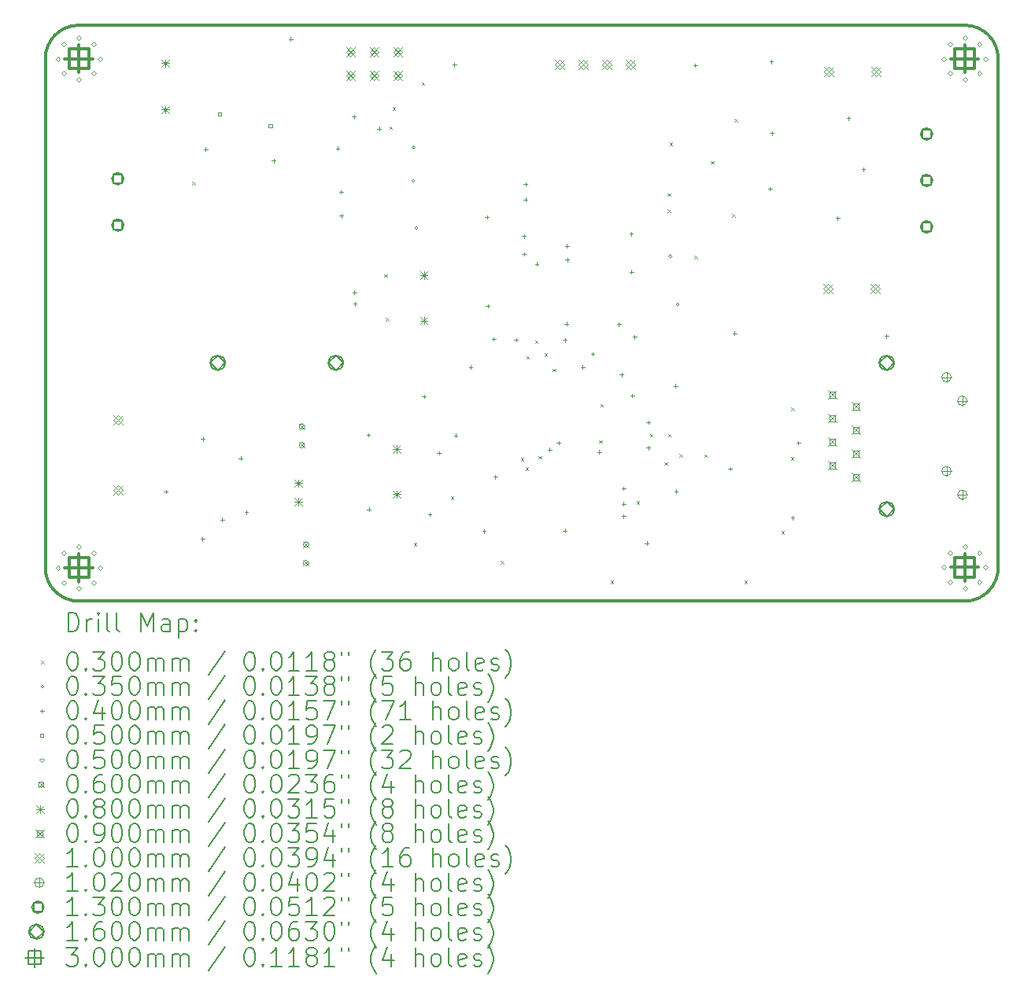
<source format=gbr>
%TF.GenerationSoftware,KiCad,Pcbnew,7.0.10*%
%TF.CreationDate,2024-03-22T11:49:35+07:00*%
%TF.ProjectId,Oxygen Monitoring,4f787967-656e-4204-9d6f-6e69746f7269,rev?*%
%TF.SameCoordinates,Original*%
%TF.FileFunction,Drillmap*%
%TF.FilePolarity,Positive*%
%FSLAX45Y45*%
G04 Gerber Fmt 4.5, Leading zero omitted, Abs format (unit mm)*
G04 Created by KiCad (PCBNEW 7.0.10) date 2024-03-22 11:49:35*
%MOMM*%
%LPD*%
G01*
G04 APERTURE LIST*
%ADD10C,0.300000*%
%ADD11C,0.200000*%
%ADD12C,0.100000*%
%ADD13C,0.102000*%
%ADD14C,0.130000*%
%ADD15C,0.160000*%
G04 APERTURE END LIST*
D10*
X14600000Y-2860000D02*
G75*
G03*
X14240000Y-2500000I-360000J0D01*
G01*
X4710000Y-8700000D02*
X14240000Y-8700000D01*
X4350000Y-8340000D02*
G75*
G03*
X4710000Y-8700000I360000J0D01*
G01*
X14240000Y-8700000D02*
G75*
G03*
X14600000Y-8340000I0J360000D01*
G01*
X4710000Y-2500000D02*
G75*
G03*
X4350000Y-2860000I0J-360000D01*
G01*
X4350000Y-8340000D02*
X4350000Y-2860000D01*
X14600000Y-2860000D02*
X14600000Y-8340000D01*
X14240000Y-2500000D02*
X4710000Y-2500000D01*
D11*
D12*
X5930000Y-4185000D02*
X5960000Y-4215000D01*
X5960000Y-4185000D02*
X5930000Y-4215000D01*
X7996160Y-5181840D02*
X8026160Y-5211840D01*
X8026160Y-5181840D02*
X7996160Y-5211840D01*
X8011400Y-5649200D02*
X8041400Y-5679200D01*
X8041400Y-5649200D02*
X8011400Y-5679200D01*
X8050000Y-3590000D02*
X8080000Y-3620000D01*
X8080000Y-3590000D02*
X8050000Y-3620000D01*
X8085000Y-3380000D02*
X8115000Y-3410000D01*
X8115000Y-3380000D02*
X8085000Y-3410000D01*
X8315000Y-8070000D02*
X8345000Y-8100000D01*
X8345000Y-8070000D02*
X8315000Y-8100000D01*
X8400000Y-3115000D02*
X8430000Y-3145000D01*
X8430000Y-3115000D02*
X8400000Y-3145000D01*
X8710000Y-7575000D02*
X8740000Y-7605000D01*
X8740000Y-7575000D02*
X8710000Y-7605000D01*
X9250000Y-8265400D02*
X9280000Y-8295400D01*
X9280000Y-8265400D02*
X9250000Y-8295400D01*
X9465000Y-7160000D02*
X9495000Y-7190000D01*
X9495000Y-7160000D02*
X9465000Y-7190000D01*
X9515000Y-7260000D02*
X9545000Y-7290000D01*
X9545000Y-7260000D02*
X9515000Y-7290000D01*
X9525000Y-6060000D02*
X9555000Y-6090000D01*
X9555000Y-6060000D02*
X9525000Y-6090000D01*
X9616680Y-5893040D02*
X9646680Y-5923040D01*
X9646680Y-5893040D02*
X9616680Y-5923040D01*
X9655000Y-7135000D02*
X9685000Y-7165000D01*
X9685000Y-7135000D02*
X9655000Y-7165000D01*
X9720000Y-6030000D02*
X9750000Y-6060000D01*
X9750000Y-6030000D02*
X9720000Y-6060000D01*
X9810000Y-6195000D02*
X9840000Y-6225000D01*
X9840000Y-6195000D02*
X9810000Y-6225000D01*
X10310000Y-6967500D02*
X10340000Y-6997500D01*
X10340000Y-6967500D02*
X10310000Y-6997500D01*
X10321250Y-6577500D02*
X10351250Y-6607500D01*
X10351250Y-6577500D02*
X10321250Y-6607500D01*
X10430000Y-8480000D02*
X10460000Y-8510000D01*
X10460000Y-8480000D02*
X10430000Y-8510000D01*
X10710000Y-7622500D02*
X10740000Y-7652500D01*
X10740000Y-7622500D02*
X10710000Y-7652500D01*
X10855000Y-6900000D02*
X10885000Y-6930000D01*
X10885000Y-6900000D02*
X10855000Y-6930000D01*
X11012500Y-7202500D02*
X11042500Y-7232500D01*
X11042500Y-7202500D02*
X11012500Y-7232500D01*
X11045000Y-4310000D02*
X11075000Y-4340000D01*
X11075000Y-4310000D02*
X11045000Y-4340000D01*
X11045000Y-4484680D02*
X11075000Y-4514680D01*
X11075000Y-4484680D02*
X11045000Y-4514680D01*
X11050000Y-6900000D02*
X11080000Y-6930000D01*
X11080000Y-6900000D02*
X11050000Y-6930000D01*
X11065000Y-3765000D02*
X11095000Y-3795000D01*
X11095000Y-3765000D02*
X11065000Y-3795000D01*
X11171160Y-7117320D02*
X11201160Y-7147320D01*
X11201160Y-7117320D02*
X11171160Y-7147320D01*
X11330000Y-4980000D02*
X11360000Y-5010000D01*
X11360000Y-4980000D02*
X11330000Y-5010000D01*
X11437860Y-7119310D02*
X11467860Y-7149310D01*
X11467860Y-7119310D02*
X11437860Y-7149310D01*
X11511520Y-3961200D02*
X11541520Y-3991200D01*
X11541520Y-3961200D02*
X11511520Y-3991200D01*
X11740120Y-4531600D02*
X11770120Y-4561600D01*
X11770120Y-4531600D02*
X11740120Y-4561600D01*
X11765520Y-3510520D02*
X11795520Y-3540520D01*
X11795520Y-3510520D02*
X11765520Y-3540520D01*
X11870000Y-8480000D02*
X11900000Y-8510000D01*
X11900000Y-8480000D02*
X11870000Y-8510000D01*
X12269280Y-7945360D02*
X12299280Y-7975360D01*
X12299280Y-7945360D02*
X12269280Y-7975360D01*
X12370040Y-7147800D02*
X12400040Y-7177800D01*
X12400040Y-7147800D02*
X12370040Y-7177800D01*
X12375120Y-6614400D02*
X12405120Y-6644400D01*
X12405120Y-6614400D02*
X12375120Y-6644400D01*
X8327500Y-3815000D02*
G75*
G03*
X8292500Y-3815000I-17500J0D01*
G01*
X8292500Y-3815000D02*
G75*
G03*
X8327500Y-3815000I17500J0D01*
G01*
X8327500Y-4175000D02*
G75*
G03*
X8292500Y-4175000I-17500J0D01*
G01*
X8292500Y-4175000D02*
G75*
G03*
X8327500Y-4175000I17500J0D01*
G01*
X8357500Y-4685000D02*
G75*
G03*
X8322500Y-4685000I-17500J0D01*
G01*
X8322500Y-4685000D02*
G75*
G03*
X8357500Y-4685000I17500J0D01*
G01*
X11092500Y-4985000D02*
G75*
G03*
X11057500Y-4985000I-17500J0D01*
G01*
X11057500Y-4985000D02*
G75*
G03*
X11092500Y-4985000I17500J0D01*
G01*
X11172500Y-5505000D02*
G75*
G03*
X11137500Y-5505000I-17500J0D01*
G01*
X11137500Y-5505000D02*
G75*
G03*
X11172500Y-5505000I17500J0D01*
G01*
X5647280Y-7500000D02*
X5647280Y-7540000D01*
X5627280Y-7520000D02*
X5667280Y-7520000D01*
X6040120Y-8011480D02*
X6040120Y-8051480D01*
X6020120Y-8031480D02*
X6060120Y-8031480D01*
X6045200Y-6934520D02*
X6045200Y-6974520D01*
X6025200Y-6954520D02*
X6065200Y-6954520D01*
X6075680Y-3815400D02*
X6075680Y-3855400D01*
X6055680Y-3835400D02*
X6095680Y-3835400D01*
X6253480Y-7803200D02*
X6253480Y-7843200D01*
X6233480Y-7823200D02*
X6273480Y-7823200D01*
X6451600Y-7142800D02*
X6451600Y-7182800D01*
X6431600Y-7162800D02*
X6471600Y-7162800D01*
X6512560Y-7721920D02*
X6512560Y-7761920D01*
X6492560Y-7741920D02*
X6532560Y-7741920D01*
X6807200Y-3937320D02*
X6807200Y-3977320D01*
X6787200Y-3957320D02*
X6827200Y-3957320D01*
X6990000Y-2630000D02*
X6990000Y-2670000D01*
X6970000Y-2650000D02*
X7010000Y-2650000D01*
X7495000Y-3805000D02*
X7495000Y-3845000D01*
X7475000Y-3825000D02*
X7515000Y-3825000D01*
X7530000Y-4275000D02*
X7530000Y-4315000D01*
X7510000Y-4295000D02*
X7550000Y-4295000D01*
X7535720Y-4529600D02*
X7535720Y-4569600D01*
X7515720Y-4549600D02*
X7555720Y-4549600D01*
X7670000Y-3465000D02*
X7670000Y-3505000D01*
X7650000Y-3485000D02*
X7690000Y-3485000D01*
X7675000Y-5355000D02*
X7675000Y-5395000D01*
X7655000Y-5375000D02*
X7695000Y-5375000D01*
X7680000Y-5480000D02*
X7680000Y-5520000D01*
X7660000Y-5500000D02*
X7700000Y-5500000D01*
X7825000Y-6890000D02*
X7825000Y-6930000D01*
X7805000Y-6910000D02*
X7845000Y-6910000D01*
X7829400Y-7690600D02*
X7829400Y-7730600D01*
X7809400Y-7710600D02*
X7849400Y-7710600D01*
X7940000Y-3595000D02*
X7940000Y-3635000D01*
X7920000Y-3615000D02*
X7960000Y-3615000D01*
X8425000Y-6475000D02*
X8425000Y-6515000D01*
X8405000Y-6495000D02*
X8445000Y-6495000D01*
X8485000Y-7745000D02*
X8485000Y-7785000D01*
X8465000Y-7765000D02*
X8505000Y-7765000D01*
X8585200Y-7085000D02*
X8585200Y-7125000D01*
X8565200Y-7105000D02*
X8605200Y-7105000D01*
X8750000Y-2905000D02*
X8750000Y-2945000D01*
X8730000Y-2925000D02*
X8770000Y-2925000D01*
X8765000Y-6897500D02*
X8765000Y-6937500D01*
X8745000Y-6917500D02*
X8785000Y-6917500D01*
X8925000Y-6160000D02*
X8925000Y-6200000D01*
X8905000Y-6180000D02*
X8945000Y-6180000D01*
X9070000Y-7925000D02*
X9070000Y-7965000D01*
X9050000Y-7945000D02*
X9090000Y-7945000D01*
X9100000Y-4545000D02*
X9100000Y-4585000D01*
X9080000Y-4565000D02*
X9120000Y-4565000D01*
X9108440Y-5501960D02*
X9108440Y-5541960D01*
X9088440Y-5521960D02*
X9128440Y-5521960D01*
X9175000Y-5857560D02*
X9175000Y-5897560D01*
X9155000Y-5877560D02*
X9195000Y-5877560D01*
X9192260Y-7340920D02*
X9192260Y-7380920D01*
X9172260Y-7360920D02*
X9212260Y-7360920D01*
X9413240Y-5865180D02*
X9413240Y-5905180D01*
X9393240Y-5885180D02*
X9433240Y-5885180D01*
X9499600Y-4750120D02*
X9499600Y-4790120D01*
X9479600Y-4770120D02*
X9519600Y-4770120D01*
X9499600Y-4943160D02*
X9499600Y-4983160D01*
X9479600Y-4963160D02*
X9519600Y-4963160D01*
X9515000Y-4190000D02*
X9515000Y-4230000D01*
X9495000Y-4210000D02*
X9535000Y-4210000D01*
X9515000Y-4355000D02*
X9515000Y-4395000D01*
X9495000Y-4375000D02*
X9535000Y-4375000D01*
X9637500Y-5050580D02*
X9637500Y-5090580D01*
X9617500Y-5070580D02*
X9657500Y-5070580D01*
X9776460Y-7050000D02*
X9776460Y-7090000D01*
X9756460Y-7070000D02*
X9796460Y-7070000D01*
X9870000Y-6975000D02*
X9870000Y-7015000D01*
X9850000Y-6995000D02*
X9890000Y-6995000D01*
X9938000Y-5869240D02*
X9938000Y-5909240D01*
X9918000Y-5889240D02*
X9958000Y-5889240D01*
X9938278Y-7921722D02*
X9938278Y-7961722D01*
X9918278Y-7941722D02*
X9958278Y-7941722D01*
X9955000Y-5695000D02*
X9955000Y-5735000D01*
X9935000Y-5715000D02*
X9975000Y-5715000D01*
X9961880Y-4855000D02*
X9961880Y-4895000D01*
X9941880Y-4875000D02*
X9981880Y-4875000D01*
X9965000Y-5005000D02*
X9965000Y-5045000D01*
X9945000Y-5025000D02*
X9985000Y-5025000D01*
X10130000Y-6160000D02*
X10130000Y-6200000D01*
X10110000Y-6180000D02*
X10150000Y-6180000D01*
X10237405Y-6018915D02*
X10237405Y-6058915D01*
X10217405Y-6038915D02*
X10257405Y-6038915D01*
X10308315Y-7073315D02*
X10308315Y-7113315D01*
X10288315Y-7093315D02*
X10328315Y-7093315D01*
X10520680Y-5700080D02*
X10520680Y-5740080D01*
X10500680Y-5720080D02*
X10540680Y-5720080D01*
X10550000Y-6240000D02*
X10550000Y-6280000D01*
X10530000Y-6260000D02*
X10570000Y-6260000D01*
X10570000Y-7465200D02*
X10570000Y-7505200D01*
X10550000Y-7485200D02*
X10590000Y-7485200D01*
X10570000Y-7765000D02*
X10570000Y-7805000D01*
X10550000Y-7785000D02*
X10590000Y-7785000D01*
X10572500Y-7632500D02*
X10572500Y-7672500D01*
X10552500Y-7652500D02*
X10592500Y-7652500D01*
X10653080Y-4724400D02*
X10653080Y-4764400D01*
X10633080Y-4744400D02*
X10673080Y-4744400D01*
X10655300Y-5136200D02*
X10655300Y-5176200D01*
X10635300Y-5156200D02*
X10675300Y-5156200D01*
X10665000Y-6467500D02*
X10665000Y-6507500D01*
X10645000Y-6487500D02*
X10685000Y-6487500D01*
X10690000Y-5835000D02*
X10690000Y-5875000D01*
X10670000Y-5855000D02*
X10710000Y-5855000D01*
X10820400Y-8057200D02*
X10820400Y-8097200D01*
X10800400Y-8077200D02*
X10840400Y-8077200D01*
X10835000Y-6755000D02*
X10835000Y-6795000D01*
X10815000Y-6775000D02*
X10855000Y-6775000D01*
X10835000Y-7030000D02*
X10835000Y-7070000D01*
X10815000Y-7050000D02*
X10855000Y-7050000D01*
X11128760Y-6362000D02*
X11128760Y-6402000D01*
X11108760Y-6382000D02*
X11148760Y-6382000D01*
X11135360Y-7498400D02*
X11135360Y-7538400D01*
X11115360Y-7518400D02*
X11155360Y-7518400D01*
X11340000Y-2910000D02*
X11340000Y-2950000D01*
X11320000Y-2930000D02*
X11360000Y-2930000D01*
X11717020Y-7254560D02*
X11717020Y-7294560D01*
X11697020Y-7274560D02*
X11737020Y-7274560D01*
X11765280Y-5796600D02*
X11765280Y-5836600D01*
X11745280Y-5816600D02*
X11785280Y-5816600D01*
X12145000Y-4240000D02*
X12145000Y-4280000D01*
X12125000Y-4260000D02*
X12165000Y-4260000D01*
X12160000Y-2870000D02*
X12160000Y-2910000D01*
X12140000Y-2890000D02*
X12180000Y-2890000D01*
X12166600Y-3642680D02*
X12166600Y-3682680D01*
X12146600Y-3662680D02*
X12186600Y-3662680D01*
X12387500Y-7782500D02*
X12387500Y-7822500D01*
X12367500Y-7802500D02*
X12407500Y-7802500D01*
X12450000Y-6975000D02*
X12450000Y-7015000D01*
X12430000Y-6995000D02*
X12470000Y-6995000D01*
X12875000Y-4555000D02*
X12875000Y-4595000D01*
X12855000Y-4575000D02*
X12895000Y-4575000D01*
X12990000Y-3482480D02*
X12990000Y-3522480D01*
X12970000Y-3502480D02*
X13010000Y-3502480D01*
X13150000Y-4030000D02*
X13150000Y-4070000D01*
X13130000Y-4050000D02*
X13170000Y-4050000D01*
X13400000Y-5825000D02*
X13400000Y-5865000D01*
X13380000Y-5845000D02*
X13420000Y-5845000D01*
X6240678Y-3477158D02*
X6240678Y-3441802D01*
X6205322Y-3441802D01*
X6205322Y-3477158D01*
X6240678Y-3477158D01*
X6789318Y-3599078D02*
X6789318Y-3563722D01*
X6753962Y-3563722D01*
X6753962Y-3599078D01*
X6789318Y-3599078D01*
X4485000Y-2885000D02*
X4510000Y-2860000D01*
X4485000Y-2835000D01*
X4460000Y-2860000D01*
X4485000Y-2885000D01*
X4485000Y-8365000D02*
X4510000Y-8340000D01*
X4485000Y-8315000D01*
X4460000Y-8340000D01*
X4485000Y-8365000D01*
X4550901Y-2725901D02*
X4575901Y-2700901D01*
X4550901Y-2675901D01*
X4525901Y-2700901D01*
X4550901Y-2725901D01*
X4550901Y-3044099D02*
X4575901Y-3019099D01*
X4550901Y-2994099D01*
X4525901Y-3019099D01*
X4550901Y-3044099D01*
X4550901Y-8205901D02*
X4575901Y-8180901D01*
X4550901Y-8155901D01*
X4525901Y-8180901D01*
X4550901Y-8205901D01*
X4550901Y-8524099D02*
X4575901Y-8499099D01*
X4550901Y-8474099D01*
X4525901Y-8499099D01*
X4550901Y-8524099D01*
X4710000Y-2660000D02*
X4735000Y-2635000D01*
X4710000Y-2610000D01*
X4685000Y-2635000D01*
X4710000Y-2660000D01*
X4710000Y-3110000D02*
X4735000Y-3085000D01*
X4710000Y-3060000D01*
X4685000Y-3085000D01*
X4710000Y-3110000D01*
X4710000Y-8140000D02*
X4735000Y-8115000D01*
X4710000Y-8090000D01*
X4685000Y-8115000D01*
X4710000Y-8140000D01*
X4710000Y-8590000D02*
X4735000Y-8565000D01*
X4710000Y-8540000D01*
X4685000Y-8565000D01*
X4710000Y-8590000D01*
X4869099Y-2725901D02*
X4894099Y-2700901D01*
X4869099Y-2675901D01*
X4844099Y-2700901D01*
X4869099Y-2725901D01*
X4869099Y-3044099D02*
X4894099Y-3019099D01*
X4869099Y-2994099D01*
X4844099Y-3019099D01*
X4869099Y-3044099D01*
X4869099Y-8205901D02*
X4894099Y-8180901D01*
X4869099Y-8155901D01*
X4844099Y-8180901D01*
X4869099Y-8205901D01*
X4869099Y-8524099D02*
X4894099Y-8499099D01*
X4869099Y-8474099D01*
X4844099Y-8499099D01*
X4869099Y-8524099D01*
X4935000Y-2885000D02*
X4960000Y-2860000D01*
X4935000Y-2835000D01*
X4910000Y-2860000D01*
X4935000Y-2885000D01*
X4935000Y-8365000D02*
X4960000Y-8340000D01*
X4935000Y-8315000D01*
X4910000Y-8340000D01*
X4935000Y-8365000D01*
X14015000Y-2885000D02*
X14040000Y-2860000D01*
X14015000Y-2835000D01*
X13990000Y-2860000D01*
X14015000Y-2885000D01*
X14015000Y-8361280D02*
X14040000Y-8336280D01*
X14015000Y-8311280D01*
X13990000Y-8336280D01*
X14015000Y-8361280D01*
X14080901Y-2725901D02*
X14105901Y-2700901D01*
X14080901Y-2675901D01*
X14055901Y-2700901D01*
X14080901Y-2725901D01*
X14080901Y-3044099D02*
X14105901Y-3019099D01*
X14080901Y-2994099D01*
X14055901Y-3019099D01*
X14080901Y-3044099D01*
X14080901Y-8202181D02*
X14105901Y-8177181D01*
X14080901Y-8152181D01*
X14055901Y-8177181D01*
X14080901Y-8202181D01*
X14080901Y-8520379D02*
X14105901Y-8495379D01*
X14080901Y-8470379D01*
X14055901Y-8495379D01*
X14080901Y-8520379D01*
X14240000Y-2660000D02*
X14265000Y-2635000D01*
X14240000Y-2610000D01*
X14215000Y-2635000D01*
X14240000Y-2660000D01*
X14240000Y-3110000D02*
X14265000Y-3085000D01*
X14240000Y-3060000D01*
X14215000Y-3085000D01*
X14240000Y-3110000D01*
X14240000Y-8136280D02*
X14265000Y-8111280D01*
X14240000Y-8086280D01*
X14215000Y-8111280D01*
X14240000Y-8136280D01*
X14240000Y-8586280D02*
X14265000Y-8561280D01*
X14240000Y-8536280D01*
X14215000Y-8561280D01*
X14240000Y-8586280D01*
X14399099Y-2725901D02*
X14424099Y-2700901D01*
X14399099Y-2675901D01*
X14374099Y-2700901D01*
X14399099Y-2725901D01*
X14399099Y-3044099D02*
X14424099Y-3019099D01*
X14399099Y-2994099D01*
X14374099Y-3019099D01*
X14399099Y-3044099D01*
X14399099Y-8202181D02*
X14424099Y-8177181D01*
X14399099Y-8152181D01*
X14374099Y-8177181D01*
X14399099Y-8202181D01*
X14399099Y-8520379D02*
X14424099Y-8495379D01*
X14399099Y-8470379D01*
X14374099Y-8495379D01*
X14399099Y-8520379D01*
X14465000Y-2885000D02*
X14490000Y-2860000D01*
X14465000Y-2835000D01*
X14440000Y-2860000D01*
X14465000Y-2885000D01*
X14465000Y-8361280D02*
X14490000Y-8336280D01*
X14465000Y-8311280D01*
X14440000Y-8336280D01*
X14465000Y-8361280D01*
X7080000Y-6790000D02*
X7140000Y-6850000D01*
X7140000Y-6790000D02*
X7080000Y-6850000D01*
X7140000Y-6820000D02*
G75*
G03*
X7080000Y-6820000I-30000J0D01*
G01*
X7080000Y-6820000D02*
G75*
G03*
X7140000Y-6820000I30000J0D01*
G01*
X7080000Y-6990000D02*
X7140000Y-7050000D01*
X7140000Y-6990000D02*
X7080000Y-7050000D01*
X7140000Y-7020000D02*
G75*
G03*
X7080000Y-7020000I-30000J0D01*
G01*
X7080000Y-7020000D02*
G75*
G03*
X7140000Y-7020000I30000J0D01*
G01*
X7125000Y-8060000D02*
X7185000Y-8120000D01*
X7185000Y-8060000D02*
X7125000Y-8120000D01*
X7185000Y-8090000D02*
G75*
G03*
X7125000Y-8090000I-30000J0D01*
G01*
X7125000Y-8090000D02*
G75*
G03*
X7185000Y-8090000I30000J0D01*
G01*
X7125000Y-8260000D02*
X7185000Y-8320000D01*
X7185000Y-8260000D02*
X7125000Y-8320000D01*
X7185000Y-8290000D02*
G75*
G03*
X7125000Y-8290000I-30000J0D01*
G01*
X7125000Y-8290000D02*
G75*
G03*
X7185000Y-8290000I30000J0D01*
G01*
X5598800Y-2869335D02*
X5678800Y-2949335D01*
X5678800Y-2869335D02*
X5598800Y-2949335D01*
X5638800Y-2869335D02*
X5638800Y-2949335D01*
X5598800Y-2909335D02*
X5678800Y-2909335D01*
X5598800Y-3369335D02*
X5678800Y-3449335D01*
X5678800Y-3369335D02*
X5598800Y-3449335D01*
X5638800Y-3369335D02*
X5638800Y-3449335D01*
X5598800Y-3409335D02*
X5678800Y-3409335D01*
X7031360Y-7389500D02*
X7111360Y-7469500D01*
X7111360Y-7389500D02*
X7031360Y-7469500D01*
X7071360Y-7389500D02*
X7071360Y-7469500D01*
X7031360Y-7429500D02*
X7111360Y-7429500D01*
X7031360Y-7589500D02*
X7111360Y-7669500D01*
X7111360Y-7589500D02*
X7031360Y-7669500D01*
X7071360Y-7589500D02*
X7071360Y-7669500D01*
X7031360Y-7629500D02*
X7111360Y-7629500D01*
X8088000Y-7021200D02*
X8168000Y-7101200D01*
X8168000Y-7021200D02*
X8088000Y-7101200D01*
X8128000Y-7021200D02*
X8128000Y-7101200D01*
X8088000Y-7061200D02*
X8168000Y-7061200D01*
X8088000Y-7509200D02*
X8168000Y-7589200D01*
X8168000Y-7509200D02*
X8088000Y-7589200D01*
X8128000Y-7509200D02*
X8128000Y-7589200D01*
X8088000Y-7549200D02*
X8168000Y-7549200D01*
X8382950Y-5150600D02*
X8462950Y-5230600D01*
X8462950Y-5150600D02*
X8382950Y-5230600D01*
X8422950Y-5150600D02*
X8422950Y-5230600D01*
X8382950Y-5190600D02*
X8462950Y-5190600D01*
X8382950Y-5638600D02*
X8462950Y-5718600D01*
X8462950Y-5638600D02*
X8382950Y-5718600D01*
X8422950Y-5638600D02*
X8422950Y-5718600D01*
X8382950Y-5678600D02*
X8462950Y-5678600D01*
X12772000Y-6432000D02*
X12862000Y-6522000D01*
X12862000Y-6432000D02*
X12772000Y-6522000D01*
X12848820Y-6508820D02*
X12848820Y-6445180D01*
X12785180Y-6445180D01*
X12785180Y-6508820D01*
X12848820Y-6508820D01*
X12772000Y-6686000D02*
X12862000Y-6776000D01*
X12862000Y-6686000D02*
X12772000Y-6776000D01*
X12848820Y-6762820D02*
X12848820Y-6699180D01*
X12785180Y-6699180D01*
X12785180Y-6762820D01*
X12848820Y-6762820D01*
X12772000Y-6940000D02*
X12862000Y-7030000D01*
X12862000Y-6940000D02*
X12772000Y-7030000D01*
X12848820Y-7016820D02*
X12848820Y-6953180D01*
X12785180Y-6953180D01*
X12785180Y-7016820D01*
X12848820Y-7016820D01*
X12772000Y-7194000D02*
X12862000Y-7284000D01*
X12862000Y-7194000D02*
X12772000Y-7284000D01*
X12848820Y-7270820D02*
X12848820Y-7207180D01*
X12785180Y-7207180D01*
X12785180Y-7270820D01*
X12848820Y-7270820D01*
X13026000Y-6559000D02*
X13116000Y-6649000D01*
X13116000Y-6559000D02*
X13026000Y-6649000D01*
X13102820Y-6635820D02*
X13102820Y-6572180D01*
X13039180Y-6572180D01*
X13039180Y-6635820D01*
X13102820Y-6635820D01*
X13026000Y-6813000D02*
X13116000Y-6903000D01*
X13116000Y-6813000D02*
X13026000Y-6903000D01*
X13102820Y-6889820D02*
X13102820Y-6826180D01*
X13039180Y-6826180D01*
X13039180Y-6889820D01*
X13102820Y-6889820D01*
X13026000Y-7067000D02*
X13116000Y-7157000D01*
X13116000Y-7067000D02*
X13026000Y-7157000D01*
X13102820Y-7143820D02*
X13102820Y-7080180D01*
X13039180Y-7080180D01*
X13039180Y-7143820D01*
X13102820Y-7143820D01*
X13026000Y-7321000D02*
X13116000Y-7411000D01*
X13116000Y-7321000D02*
X13026000Y-7411000D01*
X13102820Y-7397820D02*
X13102820Y-7334180D01*
X13039180Y-7334180D01*
X13039180Y-7397820D01*
X13102820Y-7397820D01*
X5080800Y-6700232D02*
X5180800Y-6800232D01*
X5180800Y-6700232D02*
X5080800Y-6800232D01*
X5130800Y-6800232D02*
X5180800Y-6750232D01*
X5130800Y-6700232D01*
X5080800Y-6750232D01*
X5130800Y-6800232D01*
X5080800Y-7450232D02*
X5180800Y-7550232D01*
X5180800Y-7450232D02*
X5080800Y-7550232D01*
X5130800Y-7550232D02*
X5180800Y-7500232D01*
X5130800Y-7450232D01*
X5080800Y-7500232D01*
X5130800Y-7550232D01*
X7584500Y-2737500D02*
X7684500Y-2837500D01*
X7684500Y-2737500D02*
X7584500Y-2837500D01*
X7634500Y-2837500D02*
X7684500Y-2787500D01*
X7634500Y-2737500D01*
X7584500Y-2787500D01*
X7634500Y-2837500D01*
X7584500Y-2991500D02*
X7684500Y-3091500D01*
X7684500Y-2991500D02*
X7584500Y-3091500D01*
X7634500Y-3091500D02*
X7684500Y-3041500D01*
X7634500Y-2991500D01*
X7584500Y-3041500D01*
X7634500Y-3091500D01*
X7838500Y-2737500D02*
X7938500Y-2837500D01*
X7938500Y-2737500D02*
X7838500Y-2837500D01*
X7888500Y-2837500D02*
X7938500Y-2787500D01*
X7888500Y-2737500D01*
X7838500Y-2787500D01*
X7888500Y-2837500D01*
X7838500Y-2991500D02*
X7938500Y-3091500D01*
X7938500Y-2991500D02*
X7838500Y-3091500D01*
X7888500Y-3091500D02*
X7938500Y-3041500D01*
X7888500Y-2991500D01*
X7838500Y-3041500D01*
X7888500Y-3091500D01*
X8092500Y-2737500D02*
X8192500Y-2837500D01*
X8192500Y-2737500D02*
X8092500Y-2837500D01*
X8142500Y-2837500D02*
X8192500Y-2787500D01*
X8142500Y-2737500D01*
X8092500Y-2787500D01*
X8142500Y-2837500D01*
X8092500Y-2991500D02*
X8192500Y-3091500D01*
X8192500Y-2991500D02*
X8092500Y-3091500D01*
X8142500Y-3091500D02*
X8192500Y-3041500D01*
X8142500Y-2991500D01*
X8092500Y-3041500D01*
X8142500Y-3091500D01*
X9833000Y-2875000D02*
X9933000Y-2975000D01*
X9933000Y-2875000D02*
X9833000Y-2975000D01*
X9883000Y-2975000D02*
X9933000Y-2925000D01*
X9883000Y-2875000D01*
X9833000Y-2925000D01*
X9883000Y-2975000D01*
X10087000Y-2875000D02*
X10187000Y-2975000D01*
X10187000Y-2875000D02*
X10087000Y-2975000D01*
X10137000Y-2975000D02*
X10187000Y-2925000D01*
X10137000Y-2875000D01*
X10087000Y-2925000D01*
X10137000Y-2975000D01*
X10341000Y-2875000D02*
X10441000Y-2975000D01*
X10441000Y-2875000D02*
X10341000Y-2975000D01*
X10391000Y-2975000D02*
X10441000Y-2925000D01*
X10391000Y-2875000D01*
X10341000Y-2925000D01*
X10391000Y-2975000D01*
X10595000Y-2875000D02*
X10695000Y-2975000D01*
X10695000Y-2875000D02*
X10595000Y-2975000D01*
X10645000Y-2975000D02*
X10695000Y-2925000D01*
X10645000Y-2875000D01*
X10595000Y-2925000D01*
X10645000Y-2975000D01*
X12721500Y-5284000D02*
X12821500Y-5384000D01*
X12821500Y-5284000D02*
X12721500Y-5384000D01*
X12771500Y-5384000D02*
X12821500Y-5334000D01*
X12771500Y-5284000D01*
X12721500Y-5334000D01*
X12771500Y-5384000D01*
X12726200Y-2947200D02*
X12826200Y-3047200D01*
X12826200Y-2947200D02*
X12726200Y-3047200D01*
X12776200Y-3047200D02*
X12826200Y-2997200D01*
X12776200Y-2947200D01*
X12726200Y-2997200D01*
X12776200Y-3047200D01*
X13229500Y-5285000D02*
X13329500Y-5385000D01*
X13329500Y-5285000D02*
X13229500Y-5385000D01*
X13279500Y-5385000D02*
X13329500Y-5335000D01*
X13279500Y-5285000D01*
X13229500Y-5335000D01*
X13279500Y-5385000D01*
X13234200Y-2948200D02*
X13334200Y-3048200D01*
X13334200Y-2948200D02*
X13234200Y-3048200D01*
X13284200Y-3048200D02*
X13334200Y-2998200D01*
X13284200Y-2948200D01*
X13234200Y-2998200D01*
X13284200Y-3048200D01*
D13*
X14044000Y-6238000D02*
X14044000Y-6340000D01*
X13993000Y-6289000D02*
X14095000Y-6289000D01*
X14095000Y-6289000D02*
G75*
G03*
X13993000Y-6289000I-51000J0D01*
G01*
X13993000Y-6289000D02*
G75*
G03*
X14095000Y-6289000I51000J0D01*
G01*
X14044000Y-7249000D02*
X14044000Y-7351000D01*
X13993000Y-7300000D02*
X14095000Y-7300000D01*
X14095000Y-7300000D02*
G75*
G03*
X13993000Y-7300000I-51000J0D01*
G01*
X13993000Y-7300000D02*
G75*
G03*
X14095000Y-7300000I51000J0D01*
G01*
X14214000Y-6492000D02*
X14214000Y-6594000D01*
X14163000Y-6543000D02*
X14265000Y-6543000D01*
X14265000Y-6543000D02*
G75*
G03*
X14163000Y-6543000I-51000J0D01*
G01*
X14163000Y-6543000D02*
G75*
G03*
X14265000Y-6543000I51000J0D01*
G01*
X14214000Y-7503000D02*
X14214000Y-7605000D01*
X14163000Y-7554000D02*
X14265000Y-7554000D01*
X14265000Y-7554000D02*
G75*
G03*
X14163000Y-7554000I-51000J0D01*
G01*
X14163000Y-7554000D02*
G75*
G03*
X14265000Y-7554000I51000J0D01*
G01*
D14*
X5175962Y-4197828D02*
X5175962Y-4105903D01*
X5084038Y-4105903D01*
X5084038Y-4197828D01*
X5175962Y-4197828D01*
X5195000Y-4151865D02*
G75*
G03*
X5065000Y-4151865I-65000J0D01*
G01*
X5065000Y-4151865D02*
G75*
G03*
X5195000Y-4151865I65000J0D01*
G01*
X5175962Y-4697828D02*
X5175962Y-4605903D01*
X5084038Y-4605903D01*
X5084038Y-4697828D01*
X5175962Y-4697828D01*
X5195000Y-4651865D02*
G75*
G03*
X5065000Y-4651865I-65000J0D01*
G01*
X5065000Y-4651865D02*
G75*
G03*
X5195000Y-4651865I65000J0D01*
G01*
X13875962Y-3716642D02*
X13875962Y-3624718D01*
X13784038Y-3624718D01*
X13784038Y-3716642D01*
X13875962Y-3716642D01*
X13895000Y-3670680D02*
G75*
G03*
X13765000Y-3670680I-65000J0D01*
G01*
X13765000Y-3670680D02*
G75*
G03*
X13895000Y-3670680I65000J0D01*
G01*
X13875962Y-4216642D02*
X13875962Y-4124718D01*
X13784038Y-4124718D01*
X13784038Y-4216642D01*
X13875962Y-4216642D01*
X13895000Y-4170680D02*
G75*
G03*
X13765000Y-4170680I-65000J0D01*
G01*
X13765000Y-4170680D02*
G75*
G03*
X13895000Y-4170680I65000J0D01*
G01*
X13875962Y-4716642D02*
X13875962Y-4624718D01*
X13784038Y-4624718D01*
X13784038Y-4716642D01*
X13875962Y-4716642D01*
X13895000Y-4670680D02*
G75*
G03*
X13765000Y-4670680I-65000J0D01*
G01*
X13765000Y-4670680D02*
G75*
G03*
X13895000Y-4670680I65000J0D01*
G01*
D15*
X6205220Y-6214100D02*
X6285220Y-6134100D01*
X6205220Y-6054100D01*
X6125220Y-6134100D01*
X6205220Y-6214100D01*
X6285220Y-6134100D02*
G75*
G03*
X6125220Y-6134100I-80000J0D01*
G01*
X6125220Y-6134100D02*
G75*
G03*
X6285220Y-6134100I80000J0D01*
G01*
X7475220Y-6214100D02*
X7555220Y-6134100D01*
X7475220Y-6054100D01*
X7395220Y-6134100D01*
X7475220Y-6214100D01*
X7555220Y-6134100D02*
G75*
G03*
X7395220Y-6134100I-80000J0D01*
G01*
X7395220Y-6134100D02*
G75*
G03*
X7555220Y-6134100I80000J0D01*
G01*
X13401000Y-6214000D02*
X13481000Y-6134000D01*
X13401000Y-6054000D01*
X13321000Y-6134000D01*
X13401000Y-6214000D01*
X13481000Y-6134000D02*
G75*
G03*
X13321000Y-6134000I-80000J0D01*
G01*
X13321000Y-6134000D02*
G75*
G03*
X13481000Y-6134000I80000J0D01*
G01*
X13401000Y-7789000D02*
X13481000Y-7709000D01*
X13401000Y-7629000D01*
X13321000Y-7709000D01*
X13401000Y-7789000D01*
X13481000Y-7709000D02*
G75*
G03*
X13321000Y-7709000I-80000J0D01*
G01*
X13321000Y-7709000D02*
G75*
G03*
X13481000Y-7709000I80000J0D01*
G01*
D10*
X4710000Y-2710000D02*
X4710000Y-3010000D01*
X4560000Y-2860000D02*
X4860000Y-2860000D01*
X4816067Y-2966067D02*
X4816067Y-2753933D01*
X4603933Y-2753933D01*
X4603933Y-2966067D01*
X4816067Y-2966067D01*
X4710000Y-8190000D02*
X4710000Y-8490000D01*
X4560000Y-8340000D02*
X4860000Y-8340000D01*
X4816067Y-8446067D02*
X4816067Y-8233933D01*
X4603933Y-8233933D01*
X4603933Y-8446067D01*
X4816067Y-8446067D01*
X14240000Y-2710000D02*
X14240000Y-3010000D01*
X14090000Y-2860000D02*
X14390000Y-2860000D01*
X14346067Y-2966067D02*
X14346067Y-2753933D01*
X14133933Y-2753933D01*
X14133933Y-2966067D01*
X14346067Y-2966067D01*
X14240000Y-8186280D02*
X14240000Y-8486280D01*
X14090000Y-8336280D02*
X14390000Y-8336280D01*
X14346067Y-8442347D02*
X14346067Y-8230213D01*
X14133933Y-8230213D01*
X14133933Y-8442347D01*
X14346067Y-8442347D01*
D11*
X4595777Y-9026484D02*
X4595777Y-8826484D01*
X4595777Y-8826484D02*
X4643396Y-8826484D01*
X4643396Y-8826484D02*
X4671967Y-8836008D01*
X4671967Y-8836008D02*
X4691015Y-8855055D01*
X4691015Y-8855055D02*
X4700539Y-8874103D01*
X4700539Y-8874103D02*
X4710063Y-8912198D01*
X4710063Y-8912198D02*
X4710063Y-8940770D01*
X4710063Y-8940770D02*
X4700539Y-8978865D01*
X4700539Y-8978865D02*
X4691015Y-8997912D01*
X4691015Y-8997912D02*
X4671967Y-9016960D01*
X4671967Y-9016960D02*
X4643396Y-9026484D01*
X4643396Y-9026484D02*
X4595777Y-9026484D01*
X4795777Y-9026484D02*
X4795777Y-8893150D01*
X4795777Y-8931246D02*
X4805301Y-8912198D01*
X4805301Y-8912198D02*
X4814824Y-8902674D01*
X4814824Y-8902674D02*
X4833872Y-8893150D01*
X4833872Y-8893150D02*
X4852920Y-8893150D01*
X4919586Y-9026484D02*
X4919586Y-8893150D01*
X4919586Y-8826484D02*
X4910063Y-8836008D01*
X4910063Y-8836008D02*
X4919586Y-8845531D01*
X4919586Y-8845531D02*
X4929110Y-8836008D01*
X4929110Y-8836008D02*
X4919586Y-8826484D01*
X4919586Y-8826484D02*
X4919586Y-8845531D01*
X5043396Y-9026484D02*
X5024348Y-9016960D01*
X5024348Y-9016960D02*
X5014824Y-8997912D01*
X5014824Y-8997912D02*
X5014824Y-8826484D01*
X5148158Y-9026484D02*
X5129110Y-9016960D01*
X5129110Y-9016960D02*
X5119586Y-8997912D01*
X5119586Y-8997912D02*
X5119586Y-8826484D01*
X5376729Y-9026484D02*
X5376729Y-8826484D01*
X5376729Y-8826484D02*
X5443396Y-8969341D01*
X5443396Y-8969341D02*
X5510063Y-8826484D01*
X5510063Y-8826484D02*
X5510063Y-9026484D01*
X5691015Y-9026484D02*
X5691015Y-8921722D01*
X5691015Y-8921722D02*
X5681491Y-8902674D01*
X5681491Y-8902674D02*
X5662443Y-8893150D01*
X5662443Y-8893150D02*
X5624348Y-8893150D01*
X5624348Y-8893150D02*
X5605301Y-8902674D01*
X5691015Y-9016960D02*
X5671967Y-9026484D01*
X5671967Y-9026484D02*
X5624348Y-9026484D01*
X5624348Y-9026484D02*
X5605301Y-9016960D01*
X5605301Y-9016960D02*
X5595777Y-8997912D01*
X5595777Y-8997912D02*
X5595777Y-8978865D01*
X5595777Y-8978865D02*
X5605301Y-8959817D01*
X5605301Y-8959817D02*
X5624348Y-8950293D01*
X5624348Y-8950293D02*
X5671967Y-8950293D01*
X5671967Y-8950293D02*
X5691015Y-8940770D01*
X5786253Y-8893150D02*
X5786253Y-9093150D01*
X5786253Y-8902674D02*
X5805301Y-8893150D01*
X5805301Y-8893150D02*
X5843396Y-8893150D01*
X5843396Y-8893150D02*
X5862443Y-8902674D01*
X5862443Y-8902674D02*
X5871967Y-8912198D01*
X5871967Y-8912198D02*
X5881491Y-8931246D01*
X5881491Y-8931246D02*
X5881491Y-8988389D01*
X5881491Y-8988389D02*
X5871967Y-9007436D01*
X5871967Y-9007436D02*
X5862443Y-9016960D01*
X5862443Y-9016960D02*
X5843396Y-9026484D01*
X5843396Y-9026484D02*
X5805301Y-9026484D01*
X5805301Y-9026484D02*
X5786253Y-9016960D01*
X5967205Y-9007436D02*
X5976729Y-9016960D01*
X5976729Y-9016960D02*
X5967205Y-9026484D01*
X5967205Y-9026484D02*
X5957682Y-9016960D01*
X5957682Y-9016960D02*
X5967205Y-9007436D01*
X5967205Y-9007436D02*
X5967205Y-9026484D01*
X5967205Y-8902674D02*
X5976729Y-8912198D01*
X5976729Y-8912198D02*
X5967205Y-8921722D01*
X5967205Y-8921722D02*
X5957682Y-8912198D01*
X5957682Y-8912198D02*
X5967205Y-8902674D01*
X5967205Y-8902674D02*
X5967205Y-8921722D01*
D12*
X4305000Y-9340000D02*
X4335000Y-9370000D01*
X4335000Y-9340000D02*
X4305000Y-9370000D01*
D11*
X4633872Y-9246484D02*
X4652920Y-9246484D01*
X4652920Y-9246484D02*
X4671967Y-9256008D01*
X4671967Y-9256008D02*
X4681491Y-9265531D01*
X4681491Y-9265531D02*
X4691015Y-9284579D01*
X4691015Y-9284579D02*
X4700539Y-9322674D01*
X4700539Y-9322674D02*
X4700539Y-9370293D01*
X4700539Y-9370293D02*
X4691015Y-9408389D01*
X4691015Y-9408389D02*
X4681491Y-9427436D01*
X4681491Y-9427436D02*
X4671967Y-9436960D01*
X4671967Y-9436960D02*
X4652920Y-9446484D01*
X4652920Y-9446484D02*
X4633872Y-9446484D01*
X4633872Y-9446484D02*
X4614824Y-9436960D01*
X4614824Y-9436960D02*
X4605301Y-9427436D01*
X4605301Y-9427436D02*
X4595777Y-9408389D01*
X4595777Y-9408389D02*
X4586253Y-9370293D01*
X4586253Y-9370293D02*
X4586253Y-9322674D01*
X4586253Y-9322674D02*
X4595777Y-9284579D01*
X4595777Y-9284579D02*
X4605301Y-9265531D01*
X4605301Y-9265531D02*
X4614824Y-9256008D01*
X4614824Y-9256008D02*
X4633872Y-9246484D01*
X4786253Y-9427436D02*
X4795777Y-9436960D01*
X4795777Y-9436960D02*
X4786253Y-9446484D01*
X4786253Y-9446484D02*
X4776729Y-9436960D01*
X4776729Y-9436960D02*
X4786253Y-9427436D01*
X4786253Y-9427436D02*
X4786253Y-9446484D01*
X4862444Y-9246484D02*
X4986253Y-9246484D01*
X4986253Y-9246484D02*
X4919586Y-9322674D01*
X4919586Y-9322674D02*
X4948158Y-9322674D01*
X4948158Y-9322674D02*
X4967205Y-9332198D01*
X4967205Y-9332198D02*
X4976729Y-9341722D01*
X4976729Y-9341722D02*
X4986253Y-9360770D01*
X4986253Y-9360770D02*
X4986253Y-9408389D01*
X4986253Y-9408389D02*
X4976729Y-9427436D01*
X4976729Y-9427436D02*
X4967205Y-9436960D01*
X4967205Y-9436960D02*
X4948158Y-9446484D01*
X4948158Y-9446484D02*
X4891015Y-9446484D01*
X4891015Y-9446484D02*
X4871967Y-9436960D01*
X4871967Y-9436960D02*
X4862444Y-9427436D01*
X5110063Y-9246484D02*
X5129110Y-9246484D01*
X5129110Y-9246484D02*
X5148158Y-9256008D01*
X5148158Y-9256008D02*
X5157682Y-9265531D01*
X5157682Y-9265531D02*
X5167205Y-9284579D01*
X5167205Y-9284579D02*
X5176729Y-9322674D01*
X5176729Y-9322674D02*
X5176729Y-9370293D01*
X5176729Y-9370293D02*
X5167205Y-9408389D01*
X5167205Y-9408389D02*
X5157682Y-9427436D01*
X5157682Y-9427436D02*
X5148158Y-9436960D01*
X5148158Y-9436960D02*
X5129110Y-9446484D01*
X5129110Y-9446484D02*
X5110063Y-9446484D01*
X5110063Y-9446484D02*
X5091015Y-9436960D01*
X5091015Y-9436960D02*
X5081491Y-9427436D01*
X5081491Y-9427436D02*
X5071967Y-9408389D01*
X5071967Y-9408389D02*
X5062444Y-9370293D01*
X5062444Y-9370293D02*
X5062444Y-9322674D01*
X5062444Y-9322674D02*
X5071967Y-9284579D01*
X5071967Y-9284579D02*
X5081491Y-9265531D01*
X5081491Y-9265531D02*
X5091015Y-9256008D01*
X5091015Y-9256008D02*
X5110063Y-9246484D01*
X5300539Y-9246484D02*
X5319586Y-9246484D01*
X5319586Y-9246484D02*
X5338634Y-9256008D01*
X5338634Y-9256008D02*
X5348158Y-9265531D01*
X5348158Y-9265531D02*
X5357682Y-9284579D01*
X5357682Y-9284579D02*
X5367205Y-9322674D01*
X5367205Y-9322674D02*
X5367205Y-9370293D01*
X5367205Y-9370293D02*
X5357682Y-9408389D01*
X5357682Y-9408389D02*
X5348158Y-9427436D01*
X5348158Y-9427436D02*
X5338634Y-9436960D01*
X5338634Y-9436960D02*
X5319586Y-9446484D01*
X5319586Y-9446484D02*
X5300539Y-9446484D01*
X5300539Y-9446484D02*
X5281491Y-9436960D01*
X5281491Y-9436960D02*
X5271967Y-9427436D01*
X5271967Y-9427436D02*
X5262444Y-9408389D01*
X5262444Y-9408389D02*
X5252920Y-9370293D01*
X5252920Y-9370293D02*
X5252920Y-9322674D01*
X5252920Y-9322674D02*
X5262444Y-9284579D01*
X5262444Y-9284579D02*
X5271967Y-9265531D01*
X5271967Y-9265531D02*
X5281491Y-9256008D01*
X5281491Y-9256008D02*
X5300539Y-9246484D01*
X5452920Y-9446484D02*
X5452920Y-9313150D01*
X5452920Y-9332198D02*
X5462444Y-9322674D01*
X5462444Y-9322674D02*
X5481491Y-9313150D01*
X5481491Y-9313150D02*
X5510063Y-9313150D01*
X5510063Y-9313150D02*
X5529110Y-9322674D01*
X5529110Y-9322674D02*
X5538634Y-9341722D01*
X5538634Y-9341722D02*
X5538634Y-9446484D01*
X5538634Y-9341722D02*
X5548158Y-9322674D01*
X5548158Y-9322674D02*
X5567205Y-9313150D01*
X5567205Y-9313150D02*
X5595777Y-9313150D01*
X5595777Y-9313150D02*
X5614824Y-9322674D01*
X5614824Y-9322674D02*
X5624348Y-9341722D01*
X5624348Y-9341722D02*
X5624348Y-9446484D01*
X5719586Y-9446484D02*
X5719586Y-9313150D01*
X5719586Y-9332198D02*
X5729110Y-9322674D01*
X5729110Y-9322674D02*
X5748158Y-9313150D01*
X5748158Y-9313150D02*
X5776729Y-9313150D01*
X5776729Y-9313150D02*
X5795777Y-9322674D01*
X5795777Y-9322674D02*
X5805301Y-9341722D01*
X5805301Y-9341722D02*
X5805301Y-9446484D01*
X5805301Y-9341722D02*
X5814824Y-9322674D01*
X5814824Y-9322674D02*
X5833872Y-9313150D01*
X5833872Y-9313150D02*
X5862443Y-9313150D01*
X5862443Y-9313150D02*
X5881491Y-9322674D01*
X5881491Y-9322674D02*
X5891015Y-9341722D01*
X5891015Y-9341722D02*
X5891015Y-9446484D01*
X6281491Y-9236960D02*
X6110063Y-9494103D01*
X6538634Y-9246484D02*
X6557682Y-9246484D01*
X6557682Y-9246484D02*
X6576729Y-9256008D01*
X6576729Y-9256008D02*
X6586253Y-9265531D01*
X6586253Y-9265531D02*
X6595777Y-9284579D01*
X6595777Y-9284579D02*
X6605301Y-9322674D01*
X6605301Y-9322674D02*
X6605301Y-9370293D01*
X6605301Y-9370293D02*
X6595777Y-9408389D01*
X6595777Y-9408389D02*
X6586253Y-9427436D01*
X6586253Y-9427436D02*
X6576729Y-9436960D01*
X6576729Y-9436960D02*
X6557682Y-9446484D01*
X6557682Y-9446484D02*
X6538634Y-9446484D01*
X6538634Y-9446484D02*
X6519586Y-9436960D01*
X6519586Y-9436960D02*
X6510063Y-9427436D01*
X6510063Y-9427436D02*
X6500539Y-9408389D01*
X6500539Y-9408389D02*
X6491015Y-9370293D01*
X6491015Y-9370293D02*
X6491015Y-9322674D01*
X6491015Y-9322674D02*
X6500539Y-9284579D01*
X6500539Y-9284579D02*
X6510063Y-9265531D01*
X6510063Y-9265531D02*
X6519586Y-9256008D01*
X6519586Y-9256008D02*
X6538634Y-9246484D01*
X6691015Y-9427436D02*
X6700539Y-9436960D01*
X6700539Y-9436960D02*
X6691015Y-9446484D01*
X6691015Y-9446484D02*
X6681491Y-9436960D01*
X6681491Y-9436960D02*
X6691015Y-9427436D01*
X6691015Y-9427436D02*
X6691015Y-9446484D01*
X6824348Y-9246484D02*
X6843396Y-9246484D01*
X6843396Y-9246484D02*
X6862444Y-9256008D01*
X6862444Y-9256008D02*
X6871967Y-9265531D01*
X6871967Y-9265531D02*
X6881491Y-9284579D01*
X6881491Y-9284579D02*
X6891015Y-9322674D01*
X6891015Y-9322674D02*
X6891015Y-9370293D01*
X6891015Y-9370293D02*
X6881491Y-9408389D01*
X6881491Y-9408389D02*
X6871967Y-9427436D01*
X6871967Y-9427436D02*
X6862444Y-9436960D01*
X6862444Y-9436960D02*
X6843396Y-9446484D01*
X6843396Y-9446484D02*
X6824348Y-9446484D01*
X6824348Y-9446484D02*
X6805301Y-9436960D01*
X6805301Y-9436960D02*
X6795777Y-9427436D01*
X6795777Y-9427436D02*
X6786253Y-9408389D01*
X6786253Y-9408389D02*
X6776729Y-9370293D01*
X6776729Y-9370293D02*
X6776729Y-9322674D01*
X6776729Y-9322674D02*
X6786253Y-9284579D01*
X6786253Y-9284579D02*
X6795777Y-9265531D01*
X6795777Y-9265531D02*
X6805301Y-9256008D01*
X6805301Y-9256008D02*
X6824348Y-9246484D01*
X7081491Y-9446484D02*
X6967206Y-9446484D01*
X7024348Y-9446484D02*
X7024348Y-9246484D01*
X7024348Y-9246484D02*
X7005301Y-9275055D01*
X7005301Y-9275055D02*
X6986253Y-9294103D01*
X6986253Y-9294103D02*
X6967206Y-9303627D01*
X7271967Y-9446484D02*
X7157682Y-9446484D01*
X7214825Y-9446484D02*
X7214825Y-9246484D01*
X7214825Y-9246484D02*
X7195777Y-9275055D01*
X7195777Y-9275055D02*
X7176729Y-9294103D01*
X7176729Y-9294103D02*
X7157682Y-9303627D01*
X7386253Y-9332198D02*
X7367206Y-9322674D01*
X7367206Y-9322674D02*
X7357682Y-9313150D01*
X7357682Y-9313150D02*
X7348158Y-9294103D01*
X7348158Y-9294103D02*
X7348158Y-9284579D01*
X7348158Y-9284579D02*
X7357682Y-9265531D01*
X7357682Y-9265531D02*
X7367206Y-9256008D01*
X7367206Y-9256008D02*
X7386253Y-9246484D01*
X7386253Y-9246484D02*
X7424348Y-9246484D01*
X7424348Y-9246484D02*
X7443396Y-9256008D01*
X7443396Y-9256008D02*
X7452920Y-9265531D01*
X7452920Y-9265531D02*
X7462444Y-9284579D01*
X7462444Y-9284579D02*
X7462444Y-9294103D01*
X7462444Y-9294103D02*
X7452920Y-9313150D01*
X7452920Y-9313150D02*
X7443396Y-9322674D01*
X7443396Y-9322674D02*
X7424348Y-9332198D01*
X7424348Y-9332198D02*
X7386253Y-9332198D01*
X7386253Y-9332198D02*
X7367206Y-9341722D01*
X7367206Y-9341722D02*
X7357682Y-9351246D01*
X7357682Y-9351246D02*
X7348158Y-9370293D01*
X7348158Y-9370293D02*
X7348158Y-9408389D01*
X7348158Y-9408389D02*
X7357682Y-9427436D01*
X7357682Y-9427436D02*
X7367206Y-9436960D01*
X7367206Y-9436960D02*
X7386253Y-9446484D01*
X7386253Y-9446484D02*
X7424348Y-9446484D01*
X7424348Y-9446484D02*
X7443396Y-9436960D01*
X7443396Y-9436960D02*
X7452920Y-9427436D01*
X7452920Y-9427436D02*
X7462444Y-9408389D01*
X7462444Y-9408389D02*
X7462444Y-9370293D01*
X7462444Y-9370293D02*
X7452920Y-9351246D01*
X7452920Y-9351246D02*
X7443396Y-9341722D01*
X7443396Y-9341722D02*
X7424348Y-9332198D01*
X7538634Y-9246484D02*
X7538634Y-9284579D01*
X7614825Y-9246484D02*
X7614825Y-9284579D01*
X7910063Y-9522674D02*
X7900539Y-9513150D01*
X7900539Y-9513150D02*
X7881491Y-9484579D01*
X7881491Y-9484579D02*
X7871968Y-9465531D01*
X7871968Y-9465531D02*
X7862444Y-9436960D01*
X7862444Y-9436960D02*
X7852920Y-9389341D01*
X7852920Y-9389341D02*
X7852920Y-9351246D01*
X7852920Y-9351246D02*
X7862444Y-9303627D01*
X7862444Y-9303627D02*
X7871968Y-9275055D01*
X7871968Y-9275055D02*
X7881491Y-9256008D01*
X7881491Y-9256008D02*
X7900539Y-9227436D01*
X7900539Y-9227436D02*
X7910063Y-9217912D01*
X7967206Y-9246484D02*
X8091015Y-9246484D01*
X8091015Y-9246484D02*
X8024348Y-9322674D01*
X8024348Y-9322674D02*
X8052920Y-9322674D01*
X8052920Y-9322674D02*
X8071968Y-9332198D01*
X8071968Y-9332198D02*
X8081491Y-9341722D01*
X8081491Y-9341722D02*
X8091015Y-9360770D01*
X8091015Y-9360770D02*
X8091015Y-9408389D01*
X8091015Y-9408389D02*
X8081491Y-9427436D01*
X8081491Y-9427436D02*
X8071968Y-9436960D01*
X8071968Y-9436960D02*
X8052920Y-9446484D01*
X8052920Y-9446484D02*
X7995777Y-9446484D01*
X7995777Y-9446484D02*
X7976729Y-9436960D01*
X7976729Y-9436960D02*
X7967206Y-9427436D01*
X8262444Y-9246484D02*
X8224348Y-9246484D01*
X8224348Y-9246484D02*
X8205301Y-9256008D01*
X8205301Y-9256008D02*
X8195777Y-9265531D01*
X8195777Y-9265531D02*
X8176729Y-9294103D01*
X8176729Y-9294103D02*
X8167206Y-9332198D01*
X8167206Y-9332198D02*
X8167206Y-9408389D01*
X8167206Y-9408389D02*
X8176729Y-9427436D01*
X8176729Y-9427436D02*
X8186253Y-9436960D01*
X8186253Y-9436960D02*
X8205301Y-9446484D01*
X8205301Y-9446484D02*
X8243396Y-9446484D01*
X8243396Y-9446484D02*
X8262444Y-9436960D01*
X8262444Y-9436960D02*
X8271968Y-9427436D01*
X8271968Y-9427436D02*
X8281491Y-9408389D01*
X8281491Y-9408389D02*
X8281491Y-9360770D01*
X8281491Y-9360770D02*
X8271968Y-9341722D01*
X8271968Y-9341722D02*
X8262444Y-9332198D01*
X8262444Y-9332198D02*
X8243396Y-9322674D01*
X8243396Y-9322674D02*
X8205301Y-9322674D01*
X8205301Y-9322674D02*
X8186253Y-9332198D01*
X8186253Y-9332198D02*
X8176729Y-9341722D01*
X8176729Y-9341722D02*
X8167206Y-9360770D01*
X8519587Y-9446484D02*
X8519587Y-9246484D01*
X8605301Y-9446484D02*
X8605301Y-9341722D01*
X8605301Y-9341722D02*
X8595777Y-9322674D01*
X8595777Y-9322674D02*
X8576730Y-9313150D01*
X8576730Y-9313150D02*
X8548158Y-9313150D01*
X8548158Y-9313150D02*
X8529111Y-9322674D01*
X8529111Y-9322674D02*
X8519587Y-9332198D01*
X8729111Y-9446484D02*
X8710063Y-9436960D01*
X8710063Y-9436960D02*
X8700539Y-9427436D01*
X8700539Y-9427436D02*
X8691015Y-9408389D01*
X8691015Y-9408389D02*
X8691015Y-9351246D01*
X8691015Y-9351246D02*
X8700539Y-9332198D01*
X8700539Y-9332198D02*
X8710063Y-9322674D01*
X8710063Y-9322674D02*
X8729111Y-9313150D01*
X8729111Y-9313150D02*
X8757682Y-9313150D01*
X8757682Y-9313150D02*
X8776730Y-9322674D01*
X8776730Y-9322674D02*
X8786253Y-9332198D01*
X8786253Y-9332198D02*
X8795777Y-9351246D01*
X8795777Y-9351246D02*
X8795777Y-9408389D01*
X8795777Y-9408389D02*
X8786253Y-9427436D01*
X8786253Y-9427436D02*
X8776730Y-9436960D01*
X8776730Y-9436960D02*
X8757682Y-9446484D01*
X8757682Y-9446484D02*
X8729111Y-9446484D01*
X8910063Y-9446484D02*
X8891015Y-9436960D01*
X8891015Y-9436960D02*
X8881492Y-9417912D01*
X8881492Y-9417912D02*
X8881492Y-9246484D01*
X9062444Y-9436960D02*
X9043396Y-9446484D01*
X9043396Y-9446484D02*
X9005301Y-9446484D01*
X9005301Y-9446484D02*
X8986253Y-9436960D01*
X8986253Y-9436960D02*
X8976730Y-9417912D01*
X8976730Y-9417912D02*
X8976730Y-9341722D01*
X8976730Y-9341722D02*
X8986253Y-9322674D01*
X8986253Y-9322674D02*
X9005301Y-9313150D01*
X9005301Y-9313150D02*
X9043396Y-9313150D01*
X9043396Y-9313150D02*
X9062444Y-9322674D01*
X9062444Y-9322674D02*
X9071968Y-9341722D01*
X9071968Y-9341722D02*
X9071968Y-9360770D01*
X9071968Y-9360770D02*
X8976730Y-9379817D01*
X9148158Y-9436960D02*
X9167206Y-9446484D01*
X9167206Y-9446484D02*
X9205301Y-9446484D01*
X9205301Y-9446484D02*
X9224349Y-9436960D01*
X9224349Y-9436960D02*
X9233873Y-9417912D01*
X9233873Y-9417912D02*
X9233873Y-9408389D01*
X9233873Y-9408389D02*
X9224349Y-9389341D01*
X9224349Y-9389341D02*
X9205301Y-9379817D01*
X9205301Y-9379817D02*
X9176730Y-9379817D01*
X9176730Y-9379817D02*
X9157682Y-9370293D01*
X9157682Y-9370293D02*
X9148158Y-9351246D01*
X9148158Y-9351246D02*
X9148158Y-9341722D01*
X9148158Y-9341722D02*
X9157682Y-9322674D01*
X9157682Y-9322674D02*
X9176730Y-9313150D01*
X9176730Y-9313150D02*
X9205301Y-9313150D01*
X9205301Y-9313150D02*
X9224349Y-9322674D01*
X9300539Y-9522674D02*
X9310063Y-9513150D01*
X9310063Y-9513150D02*
X9329111Y-9484579D01*
X9329111Y-9484579D02*
X9338634Y-9465531D01*
X9338634Y-9465531D02*
X9348158Y-9436960D01*
X9348158Y-9436960D02*
X9357682Y-9389341D01*
X9357682Y-9389341D02*
X9357682Y-9351246D01*
X9357682Y-9351246D02*
X9348158Y-9303627D01*
X9348158Y-9303627D02*
X9338634Y-9275055D01*
X9338634Y-9275055D02*
X9329111Y-9256008D01*
X9329111Y-9256008D02*
X9310063Y-9227436D01*
X9310063Y-9227436D02*
X9300539Y-9217912D01*
D12*
X4335000Y-9619000D02*
G75*
G03*
X4300000Y-9619000I-17500J0D01*
G01*
X4300000Y-9619000D02*
G75*
G03*
X4335000Y-9619000I17500J0D01*
G01*
D11*
X4633872Y-9510484D02*
X4652920Y-9510484D01*
X4652920Y-9510484D02*
X4671967Y-9520008D01*
X4671967Y-9520008D02*
X4681491Y-9529531D01*
X4681491Y-9529531D02*
X4691015Y-9548579D01*
X4691015Y-9548579D02*
X4700539Y-9586674D01*
X4700539Y-9586674D02*
X4700539Y-9634293D01*
X4700539Y-9634293D02*
X4691015Y-9672389D01*
X4691015Y-9672389D02*
X4681491Y-9691436D01*
X4681491Y-9691436D02*
X4671967Y-9700960D01*
X4671967Y-9700960D02*
X4652920Y-9710484D01*
X4652920Y-9710484D02*
X4633872Y-9710484D01*
X4633872Y-9710484D02*
X4614824Y-9700960D01*
X4614824Y-9700960D02*
X4605301Y-9691436D01*
X4605301Y-9691436D02*
X4595777Y-9672389D01*
X4595777Y-9672389D02*
X4586253Y-9634293D01*
X4586253Y-9634293D02*
X4586253Y-9586674D01*
X4586253Y-9586674D02*
X4595777Y-9548579D01*
X4595777Y-9548579D02*
X4605301Y-9529531D01*
X4605301Y-9529531D02*
X4614824Y-9520008D01*
X4614824Y-9520008D02*
X4633872Y-9510484D01*
X4786253Y-9691436D02*
X4795777Y-9700960D01*
X4795777Y-9700960D02*
X4786253Y-9710484D01*
X4786253Y-9710484D02*
X4776729Y-9700960D01*
X4776729Y-9700960D02*
X4786253Y-9691436D01*
X4786253Y-9691436D02*
X4786253Y-9710484D01*
X4862444Y-9510484D02*
X4986253Y-9510484D01*
X4986253Y-9510484D02*
X4919586Y-9586674D01*
X4919586Y-9586674D02*
X4948158Y-9586674D01*
X4948158Y-9586674D02*
X4967205Y-9596198D01*
X4967205Y-9596198D02*
X4976729Y-9605722D01*
X4976729Y-9605722D02*
X4986253Y-9624770D01*
X4986253Y-9624770D02*
X4986253Y-9672389D01*
X4986253Y-9672389D02*
X4976729Y-9691436D01*
X4976729Y-9691436D02*
X4967205Y-9700960D01*
X4967205Y-9700960D02*
X4948158Y-9710484D01*
X4948158Y-9710484D02*
X4891015Y-9710484D01*
X4891015Y-9710484D02*
X4871967Y-9700960D01*
X4871967Y-9700960D02*
X4862444Y-9691436D01*
X5167205Y-9510484D02*
X5071967Y-9510484D01*
X5071967Y-9510484D02*
X5062444Y-9605722D01*
X5062444Y-9605722D02*
X5071967Y-9596198D01*
X5071967Y-9596198D02*
X5091015Y-9586674D01*
X5091015Y-9586674D02*
X5138634Y-9586674D01*
X5138634Y-9586674D02*
X5157682Y-9596198D01*
X5157682Y-9596198D02*
X5167205Y-9605722D01*
X5167205Y-9605722D02*
X5176729Y-9624770D01*
X5176729Y-9624770D02*
X5176729Y-9672389D01*
X5176729Y-9672389D02*
X5167205Y-9691436D01*
X5167205Y-9691436D02*
X5157682Y-9700960D01*
X5157682Y-9700960D02*
X5138634Y-9710484D01*
X5138634Y-9710484D02*
X5091015Y-9710484D01*
X5091015Y-9710484D02*
X5071967Y-9700960D01*
X5071967Y-9700960D02*
X5062444Y-9691436D01*
X5300539Y-9510484D02*
X5319586Y-9510484D01*
X5319586Y-9510484D02*
X5338634Y-9520008D01*
X5338634Y-9520008D02*
X5348158Y-9529531D01*
X5348158Y-9529531D02*
X5357682Y-9548579D01*
X5357682Y-9548579D02*
X5367205Y-9586674D01*
X5367205Y-9586674D02*
X5367205Y-9634293D01*
X5367205Y-9634293D02*
X5357682Y-9672389D01*
X5357682Y-9672389D02*
X5348158Y-9691436D01*
X5348158Y-9691436D02*
X5338634Y-9700960D01*
X5338634Y-9700960D02*
X5319586Y-9710484D01*
X5319586Y-9710484D02*
X5300539Y-9710484D01*
X5300539Y-9710484D02*
X5281491Y-9700960D01*
X5281491Y-9700960D02*
X5271967Y-9691436D01*
X5271967Y-9691436D02*
X5262444Y-9672389D01*
X5262444Y-9672389D02*
X5252920Y-9634293D01*
X5252920Y-9634293D02*
X5252920Y-9586674D01*
X5252920Y-9586674D02*
X5262444Y-9548579D01*
X5262444Y-9548579D02*
X5271967Y-9529531D01*
X5271967Y-9529531D02*
X5281491Y-9520008D01*
X5281491Y-9520008D02*
X5300539Y-9510484D01*
X5452920Y-9710484D02*
X5452920Y-9577150D01*
X5452920Y-9596198D02*
X5462444Y-9586674D01*
X5462444Y-9586674D02*
X5481491Y-9577150D01*
X5481491Y-9577150D02*
X5510063Y-9577150D01*
X5510063Y-9577150D02*
X5529110Y-9586674D01*
X5529110Y-9586674D02*
X5538634Y-9605722D01*
X5538634Y-9605722D02*
X5538634Y-9710484D01*
X5538634Y-9605722D02*
X5548158Y-9586674D01*
X5548158Y-9586674D02*
X5567205Y-9577150D01*
X5567205Y-9577150D02*
X5595777Y-9577150D01*
X5595777Y-9577150D02*
X5614824Y-9586674D01*
X5614824Y-9586674D02*
X5624348Y-9605722D01*
X5624348Y-9605722D02*
X5624348Y-9710484D01*
X5719586Y-9710484D02*
X5719586Y-9577150D01*
X5719586Y-9596198D02*
X5729110Y-9586674D01*
X5729110Y-9586674D02*
X5748158Y-9577150D01*
X5748158Y-9577150D02*
X5776729Y-9577150D01*
X5776729Y-9577150D02*
X5795777Y-9586674D01*
X5795777Y-9586674D02*
X5805301Y-9605722D01*
X5805301Y-9605722D02*
X5805301Y-9710484D01*
X5805301Y-9605722D02*
X5814824Y-9586674D01*
X5814824Y-9586674D02*
X5833872Y-9577150D01*
X5833872Y-9577150D02*
X5862443Y-9577150D01*
X5862443Y-9577150D02*
X5881491Y-9586674D01*
X5881491Y-9586674D02*
X5891015Y-9605722D01*
X5891015Y-9605722D02*
X5891015Y-9710484D01*
X6281491Y-9500960D02*
X6110063Y-9758103D01*
X6538634Y-9510484D02*
X6557682Y-9510484D01*
X6557682Y-9510484D02*
X6576729Y-9520008D01*
X6576729Y-9520008D02*
X6586253Y-9529531D01*
X6586253Y-9529531D02*
X6595777Y-9548579D01*
X6595777Y-9548579D02*
X6605301Y-9586674D01*
X6605301Y-9586674D02*
X6605301Y-9634293D01*
X6605301Y-9634293D02*
X6595777Y-9672389D01*
X6595777Y-9672389D02*
X6586253Y-9691436D01*
X6586253Y-9691436D02*
X6576729Y-9700960D01*
X6576729Y-9700960D02*
X6557682Y-9710484D01*
X6557682Y-9710484D02*
X6538634Y-9710484D01*
X6538634Y-9710484D02*
X6519586Y-9700960D01*
X6519586Y-9700960D02*
X6510063Y-9691436D01*
X6510063Y-9691436D02*
X6500539Y-9672389D01*
X6500539Y-9672389D02*
X6491015Y-9634293D01*
X6491015Y-9634293D02*
X6491015Y-9586674D01*
X6491015Y-9586674D02*
X6500539Y-9548579D01*
X6500539Y-9548579D02*
X6510063Y-9529531D01*
X6510063Y-9529531D02*
X6519586Y-9520008D01*
X6519586Y-9520008D02*
X6538634Y-9510484D01*
X6691015Y-9691436D02*
X6700539Y-9700960D01*
X6700539Y-9700960D02*
X6691015Y-9710484D01*
X6691015Y-9710484D02*
X6681491Y-9700960D01*
X6681491Y-9700960D02*
X6691015Y-9691436D01*
X6691015Y-9691436D02*
X6691015Y-9710484D01*
X6824348Y-9510484D02*
X6843396Y-9510484D01*
X6843396Y-9510484D02*
X6862444Y-9520008D01*
X6862444Y-9520008D02*
X6871967Y-9529531D01*
X6871967Y-9529531D02*
X6881491Y-9548579D01*
X6881491Y-9548579D02*
X6891015Y-9586674D01*
X6891015Y-9586674D02*
X6891015Y-9634293D01*
X6891015Y-9634293D02*
X6881491Y-9672389D01*
X6881491Y-9672389D02*
X6871967Y-9691436D01*
X6871967Y-9691436D02*
X6862444Y-9700960D01*
X6862444Y-9700960D02*
X6843396Y-9710484D01*
X6843396Y-9710484D02*
X6824348Y-9710484D01*
X6824348Y-9710484D02*
X6805301Y-9700960D01*
X6805301Y-9700960D02*
X6795777Y-9691436D01*
X6795777Y-9691436D02*
X6786253Y-9672389D01*
X6786253Y-9672389D02*
X6776729Y-9634293D01*
X6776729Y-9634293D02*
X6776729Y-9586674D01*
X6776729Y-9586674D02*
X6786253Y-9548579D01*
X6786253Y-9548579D02*
X6795777Y-9529531D01*
X6795777Y-9529531D02*
X6805301Y-9520008D01*
X6805301Y-9520008D02*
X6824348Y-9510484D01*
X7081491Y-9710484D02*
X6967206Y-9710484D01*
X7024348Y-9710484D02*
X7024348Y-9510484D01*
X7024348Y-9510484D02*
X7005301Y-9539055D01*
X7005301Y-9539055D02*
X6986253Y-9558103D01*
X6986253Y-9558103D02*
X6967206Y-9567627D01*
X7148158Y-9510484D02*
X7271967Y-9510484D01*
X7271967Y-9510484D02*
X7205301Y-9586674D01*
X7205301Y-9586674D02*
X7233872Y-9586674D01*
X7233872Y-9586674D02*
X7252920Y-9596198D01*
X7252920Y-9596198D02*
X7262444Y-9605722D01*
X7262444Y-9605722D02*
X7271967Y-9624770D01*
X7271967Y-9624770D02*
X7271967Y-9672389D01*
X7271967Y-9672389D02*
X7262444Y-9691436D01*
X7262444Y-9691436D02*
X7252920Y-9700960D01*
X7252920Y-9700960D02*
X7233872Y-9710484D01*
X7233872Y-9710484D02*
X7176729Y-9710484D01*
X7176729Y-9710484D02*
X7157682Y-9700960D01*
X7157682Y-9700960D02*
X7148158Y-9691436D01*
X7386253Y-9596198D02*
X7367206Y-9586674D01*
X7367206Y-9586674D02*
X7357682Y-9577150D01*
X7357682Y-9577150D02*
X7348158Y-9558103D01*
X7348158Y-9558103D02*
X7348158Y-9548579D01*
X7348158Y-9548579D02*
X7357682Y-9529531D01*
X7357682Y-9529531D02*
X7367206Y-9520008D01*
X7367206Y-9520008D02*
X7386253Y-9510484D01*
X7386253Y-9510484D02*
X7424348Y-9510484D01*
X7424348Y-9510484D02*
X7443396Y-9520008D01*
X7443396Y-9520008D02*
X7452920Y-9529531D01*
X7452920Y-9529531D02*
X7462444Y-9548579D01*
X7462444Y-9548579D02*
X7462444Y-9558103D01*
X7462444Y-9558103D02*
X7452920Y-9577150D01*
X7452920Y-9577150D02*
X7443396Y-9586674D01*
X7443396Y-9586674D02*
X7424348Y-9596198D01*
X7424348Y-9596198D02*
X7386253Y-9596198D01*
X7386253Y-9596198D02*
X7367206Y-9605722D01*
X7367206Y-9605722D02*
X7357682Y-9615246D01*
X7357682Y-9615246D02*
X7348158Y-9634293D01*
X7348158Y-9634293D02*
X7348158Y-9672389D01*
X7348158Y-9672389D02*
X7357682Y-9691436D01*
X7357682Y-9691436D02*
X7367206Y-9700960D01*
X7367206Y-9700960D02*
X7386253Y-9710484D01*
X7386253Y-9710484D02*
X7424348Y-9710484D01*
X7424348Y-9710484D02*
X7443396Y-9700960D01*
X7443396Y-9700960D02*
X7452920Y-9691436D01*
X7452920Y-9691436D02*
X7462444Y-9672389D01*
X7462444Y-9672389D02*
X7462444Y-9634293D01*
X7462444Y-9634293D02*
X7452920Y-9615246D01*
X7452920Y-9615246D02*
X7443396Y-9605722D01*
X7443396Y-9605722D02*
X7424348Y-9596198D01*
X7538634Y-9510484D02*
X7538634Y-9548579D01*
X7614825Y-9510484D02*
X7614825Y-9548579D01*
X7910063Y-9786674D02*
X7900539Y-9777150D01*
X7900539Y-9777150D02*
X7881491Y-9748579D01*
X7881491Y-9748579D02*
X7871968Y-9729531D01*
X7871968Y-9729531D02*
X7862444Y-9700960D01*
X7862444Y-9700960D02*
X7852920Y-9653341D01*
X7852920Y-9653341D02*
X7852920Y-9615246D01*
X7852920Y-9615246D02*
X7862444Y-9567627D01*
X7862444Y-9567627D02*
X7871968Y-9539055D01*
X7871968Y-9539055D02*
X7881491Y-9520008D01*
X7881491Y-9520008D02*
X7900539Y-9491436D01*
X7900539Y-9491436D02*
X7910063Y-9481912D01*
X8081491Y-9510484D02*
X7986253Y-9510484D01*
X7986253Y-9510484D02*
X7976729Y-9605722D01*
X7976729Y-9605722D02*
X7986253Y-9596198D01*
X7986253Y-9596198D02*
X8005301Y-9586674D01*
X8005301Y-9586674D02*
X8052920Y-9586674D01*
X8052920Y-9586674D02*
X8071968Y-9596198D01*
X8071968Y-9596198D02*
X8081491Y-9605722D01*
X8081491Y-9605722D02*
X8091015Y-9624770D01*
X8091015Y-9624770D02*
X8091015Y-9672389D01*
X8091015Y-9672389D02*
X8081491Y-9691436D01*
X8081491Y-9691436D02*
X8071968Y-9700960D01*
X8071968Y-9700960D02*
X8052920Y-9710484D01*
X8052920Y-9710484D02*
X8005301Y-9710484D01*
X8005301Y-9710484D02*
X7986253Y-9700960D01*
X7986253Y-9700960D02*
X7976729Y-9691436D01*
X8329110Y-9710484D02*
X8329110Y-9510484D01*
X8414825Y-9710484D02*
X8414825Y-9605722D01*
X8414825Y-9605722D02*
X8405301Y-9586674D01*
X8405301Y-9586674D02*
X8386253Y-9577150D01*
X8386253Y-9577150D02*
X8357682Y-9577150D01*
X8357682Y-9577150D02*
X8338634Y-9586674D01*
X8338634Y-9586674D02*
X8329110Y-9596198D01*
X8538634Y-9710484D02*
X8519587Y-9700960D01*
X8519587Y-9700960D02*
X8510063Y-9691436D01*
X8510063Y-9691436D02*
X8500539Y-9672389D01*
X8500539Y-9672389D02*
X8500539Y-9615246D01*
X8500539Y-9615246D02*
X8510063Y-9596198D01*
X8510063Y-9596198D02*
X8519587Y-9586674D01*
X8519587Y-9586674D02*
X8538634Y-9577150D01*
X8538634Y-9577150D02*
X8567206Y-9577150D01*
X8567206Y-9577150D02*
X8586253Y-9586674D01*
X8586253Y-9586674D02*
X8595777Y-9596198D01*
X8595777Y-9596198D02*
X8605301Y-9615246D01*
X8605301Y-9615246D02*
X8605301Y-9672389D01*
X8605301Y-9672389D02*
X8595777Y-9691436D01*
X8595777Y-9691436D02*
X8586253Y-9700960D01*
X8586253Y-9700960D02*
X8567206Y-9710484D01*
X8567206Y-9710484D02*
X8538634Y-9710484D01*
X8719587Y-9710484D02*
X8700539Y-9700960D01*
X8700539Y-9700960D02*
X8691015Y-9681912D01*
X8691015Y-9681912D02*
X8691015Y-9510484D01*
X8871968Y-9700960D02*
X8852920Y-9710484D01*
X8852920Y-9710484D02*
X8814825Y-9710484D01*
X8814825Y-9710484D02*
X8795777Y-9700960D01*
X8795777Y-9700960D02*
X8786253Y-9681912D01*
X8786253Y-9681912D02*
X8786253Y-9605722D01*
X8786253Y-9605722D02*
X8795777Y-9586674D01*
X8795777Y-9586674D02*
X8814825Y-9577150D01*
X8814825Y-9577150D02*
X8852920Y-9577150D01*
X8852920Y-9577150D02*
X8871968Y-9586674D01*
X8871968Y-9586674D02*
X8881492Y-9605722D01*
X8881492Y-9605722D02*
X8881492Y-9624770D01*
X8881492Y-9624770D02*
X8786253Y-9643817D01*
X8957682Y-9700960D02*
X8976730Y-9710484D01*
X8976730Y-9710484D02*
X9014825Y-9710484D01*
X9014825Y-9710484D02*
X9033873Y-9700960D01*
X9033873Y-9700960D02*
X9043396Y-9681912D01*
X9043396Y-9681912D02*
X9043396Y-9672389D01*
X9043396Y-9672389D02*
X9033873Y-9653341D01*
X9033873Y-9653341D02*
X9014825Y-9643817D01*
X9014825Y-9643817D02*
X8986253Y-9643817D01*
X8986253Y-9643817D02*
X8967206Y-9634293D01*
X8967206Y-9634293D02*
X8957682Y-9615246D01*
X8957682Y-9615246D02*
X8957682Y-9605722D01*
X8957682Y-9605722D02*
X8967206Y-9586674D01*
X8967206Y-9586674D02*
X8986253Y-9577150D01*
X8986253Y-9577150D02*
X9014825Y-9577150D01*
X9014825Y-9577150D02*
X9033873Y-9586674D01*
X9110063Y-9786674D02*
X9119587Y-9777150D01*
X9119587Y-9777150D02*
X9138634Y-9748579D01*
X9138634Y-9748579D02*
X9148158Y-9729531D01*
X9148158Y-9729531D02*
X9157682Y-9700960D01*
X9157682Y-9700960D02*
X9167206Y-9653341D01*
X9167206Y-9653341D02*
X9167206Y-9615246D01*
X9167206Y-9615246D02*
X9157682Y-9567627D01*
X9157682Y-9567627D02*
X9148158Y-9539055D01*
X9148158Y-9539055D02*
X9138634Y-9520008D01*
X9138634Y-9520008D02*
X9119587Y-9491436D01*
X9119587Y-9491436D02*
X9110063Y-9481912D01*
D12*
X4315000Y-9863000D02*
X4315000Y-9903000D01*
X4295000Y-9883000D02*
X4335000Y-9883000D01*
D11*
X4633872Y-9774484D02*
X4652920Y-9774484D01*
X4652920Y-9774484D02*
X4671967Y-9784008D01*
X4671967Y-9784008D02*
X4681491Y-9793531D01*
X4681491Y-9793531D02*
X4691015Y-9812579D01*
X4691015Y-9812579D02*
X4700539Y-9850674D01*
X4700539Y-9850674D02*
X4700539Y-9898293D01*
X4700539Y-9898293D02*
X4691015Y-9936389D01*
X4691015Y-9936389D02*
X4681491Y-9955436D01*
X4681491Y-9955436D02*
X4671967Y-9964960D01*
X4671967Y-9964960D02*
X4652920Y-9974484D01*
X4652920Y-9974484D02*
X4633872Y-9974484D01*
X4633872Y-9974484D02*
X4614824Y-9964960D01*
X4614824Y-9964960D02*
X4605301Y-9955436D01*
X4605301Y-9955436D02*
X4595777Y-9936389D01*
X4595777Y-9936389D02*
X4586253Y-9898293D01*
X4586253Y-9898293D02*
X4586253Y-9850674D01*
X4586253Y-9850674D02*
X4595777Y-9812579D01*
X4595777Y-9812579D02*
X4605301Y-9793531D01*
X4605301Y-9793531D02*
X4614824Y-9784008D01*
X4614824Y-9784008D02*
X4633872Y-9774484D01*
X4786253Y-9955436D02*
X4795777Y-9964960D01*
X4795777Y-9964960D02*
X4786253Y-9974484D01*
X4786253Y-9974484D02*
X4776729Y-9964960D01*
X4776729Y-9964960D02*
X4786253Y-9955436D01*
X4786253Y-9955436D02*
X4786253Y-9974484D01*
X4967205Y-9841150D02*
X4967205Y-9974484D01*
X4919586Y-9764960D02*
X4871967Y-9907817D01*
X4871967Y-9907817D02*
X4995777Y-9907817D01*
X5110063Y-9774484D02*
X5129110Y-9774484D01*
X5129110Y-9774484D02*
X5148158Y-9784008D01*
X5148158Y-9784008D02*
X5157682Y-9793531D01*
X5157682Y-9793531D02*
X5167205Y-9812579D01*
X5167205Y-9812579D02*
X5176729Y-9850674D01*
X5176729Y-9850674D02*
X5176729Y-9898293D01*
X5176729Y-9898293D02*
X5167205Y-9936389D01*
X5167205Y-9936389D02*
X5157682Y-9955436D01*
X5157682Y-9955436D02*
X5148158Y-9964960D01*
X5148158Y-9964960D02*
X5129110Y-9974484D01*
X5129110Y-9974484D02*
X5110063Y-9974484D01*
X5110063Y-9974484D02*
X5091015Y-9964960D01*
X5091015Y-9964960D02*
X5081491Y-9955436D01*
X5081491Y-9955436D02*
X5071967Y-9936389D01*
X5071967Y-9936389D02*
X5062444Y-9898293D01*
X5062444Y-9898293D02*
X5062444Y-9850674D01*
X5062444Y-9850674D02*
X5071967Y-9812579D01*
X5071967Y-9812579D02*
X5081491Y-9793531D01*
X5081491Y-9793531D02*
X5091015Y-9784008D01*
X5091015Y-9784008D02*
X5110063Y-9774484D01*
X5300539Y-9774484D02*
X5319586Y-9774484D01*
X5319586Y-9774484D02*
X5338634Y-9784008D01*
X5338634Y-9784008D02*
X5348158Y-9793531D01*
X5348158Y-9793531D02*
X5357682Y-9812579D01*
X5357682Y-9812579D02*
X5367205Y-9850674D01*
X5367205Y-9850674D02*
X5367205Y-9898293D01*
X5367205Y-9898293D02*
X5357682Y-9936389D01*
X5357682Y-9936389D02*
X5348158Y-9955436D01*
X5348158Y-9955436D02*
X5338634Y-9964960D01*
X5338634Y-9964960D02*
X5319586Y-9974484D01*
X5319586Y-9974484D02*
X5300539Y-9974484D01*
X5300539Y-9974484D02*
X5281491Y-9964960D01*
X5281491Y-9964960D02*
X5271967Y-9955436D01*
X5271967Y-9955436D02*
X5262444Y-9936389D01*
X5262444Y-9936389D02*
X5252920Y-9898293D01*
X5252920Y-9898293D02*
X5252920Y-9850674D01*
X5252920Y-9850674D02*
X5262444Y-9812579D01*
X5262444Y-9812579D02*
X5271967Y-9793531D01*
X5271967Y-9793531D02*
X5281491Y-9784008D01*
X5281491Y-9784008D02*
X5300539Y-9774484D01*
X5452920Y-9974484D02*
X5452920Y-9841150D01*
X5452920Y-9860198D02*
X5462444Y-9850674D01*
X5462444Y-9850674D02*
X5481491Y-9841150D01*
X5481491Y-9841150D02*
X5510063Y-9841150D01*
X5510063Y-9841150D02*
X5529110Y-9850674D01*
X5529110Y-9850674D02*
X5538634Y-9869722D01*
X5538634Y-9869722D02*
X5538634Y-9974484D01*
X5538634Y-9869722D02*
X5548158Y-9850674D01*
X5548158Y-9850674D02*
X5567205Y-9841150D01*
X5567205Y-9841150D02*
X5595777Y-9841150D01*
X5595777Y-9841150D02*
X5614824Y-9850674D01*
X5614824Y-9850674D02*
X5624348Y-9869722D01*
X5624348Y-9869722D02*
X5624348Y-9974484D01*
X5719586Y-9974484D02*
X5719586Y-9841150D01*
X5719586Y-9860198D02*
X5729110Y-9850674D01*
X5729110Y-9850674D02*
X5748158Y-9841150D01*
X5748158Y-9841150D02*
X5776729Y-9841150D01*
X5776729Y-9841150D02*
X5795777Y-9850674D01*
X5795777Y-9850674D02*
X5805301Y-9869722D01*
X5805301Y-9869722D02*
X5805301Y-9974484D01*
X5805301Y-9869722D02*
X5814824Y-9850674D01*
X5814824Y-9850674D02*
X5833872Y-9841150D01*
X5833872Y-9841150D02*
X5862443Y-9841150D01*
X5862443Y-9841150D02*
X5881491Y-9850674D01*
X5881491Y-9850674D02*
X5891015Y-9869722D01*
X5891015Y-9869722D02*
X5891015Y-9974484D01*
X6281491Y-9764960D02*
X6110063Y-10022103D01*
X6538634Y-9774484D02*
X6557682Y-9774484D01*
X6557682Y-9774484D02*
X6576729Y-9784008D01*
X6576729Y-9784008D02*
X6586253Y-9793531D01*
X6586253Y-9793531D02*
X6595777Y-9812579D01*
X6595777Y-9812579D02*
X6605301Y-9850674D01*
X6605301Y-9850674D02*
X6605301Y-9898293D01*
X6605301Y-9898293D02*
X6595777Y-9936389D01*
X6595777Y-9936389D02*
X6586253Y-9955436D01*
X6586253Y-9955436D02*
X6576729Y-9964960D01*
X6576729Y-9964960D02*
X6557682Y-9974484D01*
X6557682Y-9974484D02*
X6538634Y-9974484D01*
X6538634Y-9974484D02*
X6519586Y-9964960D01*
X6519586Y-9964960D02*
X6510063Y-9955436D01*
X6510063Y-9955436D02*
X6500539Y-9936389D01*
X6500539Y-9936389D02*
X6491015Y-9898293D01*
X6491015Y-9898293D02*
X6491015Y-9850674D01*
X6491015Y-9850674D02*
X6500539Y-9812579D01*
X6500539Y-9812579D02*
X6510063Y-9793531D01*
X6510063Y-9793531D02*
X6519586Y-9784008D01*
X6519586Y-9784008D02*
X6538634Y-9774484D01*
X6691015Y-9955436D02*
X6700539Y-9964960D01*
X6700539Y-9964960D02*
X6691015Y-9974484D01*
X6691015Y-9974484D02*
X6681491Y-9964960D01*
X6681491Y-9964960D02*
X6691015Y-9955436D01*
X6691015Y-9955436D02*
X6691015Y-9974484D01*
X6824348Y-9774484D02*
X6843396Y-9774484D01*
X6843396Y-9774484D02*
X6862444Y-9784008D01*
X6862444Y-9784008D02*
X6871967Y-9793531D01*
X6871967Y-9793531D02*
X6881491Y-9812579D01*
X6881491Y-9812579D02*
X6891015Y-9850674D01*
X6891015Y-9850674D02*
X6891015Y-9898293D01*
X6891015Y-9898293D02*
X6881491Y-9936389D01*
X6881491Y-9936389D02*
X6871967Y-9955436D01*
X6871967Y-9955436D02*
X6862444Y-9964960D01*
X6862444Y-9964960D02*
X6843396Y-9974484D01*
X6843396Y-9974484D02*
X6824348Y-9974484D01*
X6824348Y-9974484D02*
X6805301Y-9964960D01*
X6805301Y-9964960D02*
X6795777Y-9955436D01*
X6795777Y-9955436D02*
X6786253Y-9936389D01*
X6786253Y-9936389D02*
X6776729Y-9898293D01*
X6776729Y-9898293D02*
X6776729Y-9850674D01*
X6776729Y-9850674D02*
X6786253Y-9812579D01*
X6786253Y-9812579D02*
X6795777Y-9793531D01*
X6795777Y-9793531D02*
X6805301Y-9784008D01*
X6805301Y-9784008D02*
X6824348Y-9774484D01*
X7081491Y-9974484D02*
X6967206Y-9974484D01*
X7024348Y-9974484D02*
X7024348Y-9774484D01*
X7024348Y-9774484D02*
X7005301Y-9803055D01*
X7005301Y-9803055D02*
X6986253Y-9822103D01*
X6986253Y-9822103D02*
X6967206Y-9831627D01*
X7262444Y-9774484D02*
X7167206Y-9774484D01*
X7167206Y-9774484D02*
X7157682Y-9869722D01*
X7157682Y-9869722D02*
X7167206Y-9860198D01*
X7167206Y-9860198D02*
X7186253Y-9850674D01*
X7186253Y-9850674D02*
X7233872Y-9850674D01*
X7233872Y-9850674D02*
X7252920Y-9860198D01*
X7252920Y-9860198D02*
X7262444Y-9869722D01*
X7262444Y-9869722D02*
X7271967Y-9888770D01*
X7271967Y-9888770D02*
X7271967Y-9936389D01*
X7271967Y-9936389D02*
X7262444Y-9955436D01*
X7262444Y-9955436D02*
X7252920Y-9964960D01*
X7252920Y-9964960D02*
X7233872Y-9974484D01*
X7233872Y-9974484D02*
X7186253Y-9974484D01*
X7186253Y-9974484D02*
X7167206Y-9964960D01*
X7167206Y-9964960D02*
X7157682Y-9955436D01*
X7338634Y-9774484D02*
X7471967Y-9774484D01*
X7471967Y-9774484D02*
X7386253Y-9974484D01*
X7538634Y-9774484D02*
X7538634Y-9812579D01*
X7614825Y-9774484D02*
X7614825Y-9812579D01*
X7910063Y-10050674D02*
X7900539Y-10041150D01*
X7900539Y-10041150D02*
X7881491Y-10012579D01*
X7881491Y-10012579D02*
X7871968Y-9993531D01*
X7871968Y-9993531D02*
X7862444Y-9964960D01*
X7862444Y-9964960D02*
X7852920Y-9917341D01*
X7852920Y-9917341D02*
X7852920Y-9879246D01*
X7852920Y-9879246D02*
X7862444Y-9831627D01*
X7862444Y-9831627D02*
X7871968Y-9803055D01*
X7871968Y-9803055D02*
X7881491Y-9784008D01*
X7881491Y-9784008D02*
X7900539Y-9755436D01*
X7900539Y-9755436D02*
X7910063Y-9745912D01*
X7967206Y-9774484D02*
X8100539Y-9774484D01*
X8100539Y-9774484D02*
X8014825Y-9974484D01*
X8281491Y-9974484D02*
X8167206Y-9974484D01*
X8224348Y-9974484D02*
X8224348Y-9774484D01*
X8224348Y-9774484D02*
X8205301Y-9803055D01*
X8205301Y-9803055D02*
X8186253Y-9822103D01*
X8186253Y-9822103D02*
X8167206Y-9831627D01*
X8519587Y-9974484D02*
X8519587Y-9774484D01*
X8605301Y-9974484D02*
X8605301Y-9869722D01*
X8605301Y-9869722D02*
X8595777Y-9850674D01*
X8595777Y-9850674D02*
X8576730Y-9841150D01*
X8576730Y-9841150D02*
X8548158Y-9841150D01*
X8548158Y-9841150D02*
X8529111Y-9850674D01*
X8529111Y-9850674D02*
X8519587Y-9860198D01*
X8729111Y-9974484D02*
X8710063Y-9964960D01*
X8710063Y-9964960D02*
X8700539Y-9955436D01*
X8700539Y-9955436D02*
X8691015Y-9936389D01*
X8691015Y-9936389D02*
X8691015Y-9879246D01*
X8691015Y-9879246D02*
X8700539Y-9860198D01*
X8700539Y-9860198D02*
X8710063Y-9850674D01*
X8710063Y-9850674D02*
X8729111Y-9841150D01*
X8729111Y-9841150D02*
X8757682Y-9841150D01*
X8757682Y-9841150D02*
X8776730Y-9850674D01*
X8776730Y-9850674D02*
X8786253Y-9860198D01*
X8786253Y-9860198D02*
X8795777Y-9879246D01*
X8795777Y-9879246D02*
X8795777Y-9936389D01*
X8795777Y-9936389D02*
X8786253Y-9955436D01*
X8786253Y-9955436D02*
X8776730Y-9964960D01*
X8776730Y-9964960D02*
X8757682Y-9974484D01*
X8757682Y-9974484D02*
X8729111Y-9974484D01*
X8910063Y-9974484D02*
X8891015Y-9964960D01*
X8891015Y-9964960D02*
X8881492Y-9945912D01*
X8881492Y-9945912D02*
X8881492Y-9774484D01*
X9062444Y-9964960D02*
X9043396Y-9974484D01*
X9043396Y-9974484D02*
X9005301Y-9974484D01*
X9005301Y-9974484D02*
X8986253Y-9964960D01*
X8986253Y-9964960D02*
X8976730Y-9945912D01*
X8976730Y-9945912D02*
X8976730Y-9869722D01*
X8976730Y-9869722D02*
X8986253Y-9850674D01*
X8986253Y-9850674D02*
X9005301Y-9841150D01*
X9005301Y-9841150D02*
X9043396Y-9841150D01*
X9043396Y-9841150D02*
X9062444Y-9850674D01*
X9062444Y-9850674D02*
X9071968Y-9869722D01*
X9071968Y-9869722D02*
X9071968Y-9888770D01*
X9071968Y-9888770D02*
X8976730Y-9907817D01*
X9148158Y-9964960D02*
X9167206Y-9974484D01*
X9167206Y-9974484D02*
X9205301Y-9974484D01*
X9205301Y-9974484D02*
X9224349Y-9964960D01*
X9224349Y-9964960D02*
X9233873Y-9945912D01*
X9233873Y-9945912D02*
X9233873Y-9936389D01*
X9233873Y-9936389D02*
X9224349Y-9917341D01*
X9224349Y-9917341D02*
X9205301Y-9907817D01*
X9205301Y-9907817D02*
X9176730Y-9907817D01*
X9176730Y-9907817D02*
X9157682Y-9898293D01*
X9157682Y-9898293D02*
X9148158Y-9879246D01*
X9148158Y-9879246D02*
X9148158Y-9869722D01*
X9148158Y-9869722D02*
X9157682Y-9850674D01*
X9157682Y-9850674D02*
X9176730Y-9841150D01*
X9176730Y-9841150D02*
X9205301Y-9841150D01*
X9205301Y-9841150D02*
X9224349Y-9850674D01*
X9300539Y-10050674D02*
X9310063Y-10041150D01*
X9310063Y-10041150D02*
X9329111Y-10012579D01*
X9329111Y-10012579D02*
X9338634Y-9993531D01*
X9338634Y-9993531D02*
X9348158Y-9964960D01*
X9348158Y-9964960D02*
X9357682Y-9917341D01*
X9357682Y-9917341D02*
X9357682Y-9879246D01*
X9357682Y-9879246D02*
X9348158Y-9831627D01*
X9348158Y-9831627D02*
X9338634Y-9803055D01*
X9338634Y-9803055D02*
X9329111Y-9784008D01*
X9329111Y-9784008D02*
X9310063Y-9755436D01*
X9310063Y-9755436D02*
X9300539Y-9745912D01*
D12*
X4327678Y-10164678D02*
X4327678Y-10129322D01*
X4292322Y-10129322D01*
X4292322Y-10164678D01*
X4327678Y-10164678D01*
D11*
X4633872Y-10038484D02*
X4652920Y-10038484D01*
X4652920Y-10038484D02*
X4671967Y-10048008D01*
X4671967Y-10048008D02*
X4681491Y-10057531D01*
X4681491Y-10057531D02*
X4691015Y-10076579D01*
X4691015Y-10076579D02*
X4700539Y-10114674D01*
X4700539Y-10114674D02*
X4700539Y-10162293D01*
X4700539Y-10162293D02*
X4691015Y-10200389D01*
X4691015Y-10200389D02*
X4681491Y-10219436D01*
X4681491Y-10219436D02*
X4671967Y-10228960D01*
X4671967Y-10228960D02*
X4652920Y-10238484D01*
X4652920Y-10238484D02*
X4633872Y-10238484D01*
X4633872Y-10238484D02*
X4614824Y-10228960D01*
X4614824Y-10228960D02*
X4605301Y-10219436D01*
X4605301Y-10219436D02*
X4595777Y-10200389D01*
X4595777Y-10200389D02*
X4586253Y-10162293D01*
X4586253Y-10162293D02*
X4586253Y-10114674D01*
X4586253Y-10114674D02*
X4595777Y-10076579D01*
X4595777Y-10076579D02*
X4605301Y-10057531D01*
X4605301Y-10057531D02*
X4614824Y-10048008D01*
X4614824Y-10048008D02*
X4633872Y-10038484D01*
X4786253Y-10219436D02*
X4795777Y-10228960D01*
X4795777Y-10228960D02*
X4786253Y-10238484D01*
X4786253Y-10238484D02*
X4776729Y-10228960D01*
X4776729Y-10228960D02*
X4786253Y-10219436D01*
X4786253Y-10219436D02*
X4786253Y-10238484D01*
X4976729Y-10038484D02*
X4881491Y-10038484D01*
X4881491Y-10038484D02*
X4871967Y-10133722D01*
X4871967Y-10133722D02*
X4881491Y-10124198D01*
X4881491Y-10124198D02*
X4900539Y-10114674D01*
X4900539Y-10114674D02*
X4948158Y-10114674D01*
X4948158Y-10114674D02*
X4967205Y-10124198D01*
X4967205Y-10124198D02*
X4976729Y-10133722D01*
X4976729Y-10133722D02*
X4986253Y-10152770D01*
X4986253Y-10152770D02*
X4986253Y-10200389D01*
X4986253Y-10200389D02*
X4976729Y-10219436D01*
X4976729Y-10219436D02*
X4967205Y-10228960D01*
X4967205Y-10228960D02*
X4948158Y-10238484D01*
X4948158Y-10238484D02*
X4900539Y-10238484D01*
X4900539Y-10238484D02*
X4881491Y-10228960D01*
X4881491Y-10228960D02*
X4871967Y-10219436D01*
X5110063Y-10038484D02*
X5129110Y-10038484D01*
X5129110Y-10038484D02*
X5148158Y-10048008D01*
X5148158Y-10048008D02*
X5157682Y-10057531D01*
X5157682Y-10057531D02*
X5167205Y-10076579D01*
X5167205Y-10076579D02*
X5176729Y-10114674D01*
X5176729Y-10114674D02*
X5176729Y-10162293D01*
X5176729Y-10162293D02*
X5167205Y-10200389D01*
X5167205Y-10200389D02*
X5157682Y-10219436D01*
X5157682Y-10219436D02*
X5148158Y-10228960D01*
X5148158Y-10228960D02*
X5129110Y-10238484D01*
X5129110Y-10238484D02*
X5110063Y-10238484D01*
X5110063Y-10238484D02*
X5091015Y-10228960D01*
X5091015Y-10228960D02*
X5081491Y-10219436D01*
X5081491Y-10219436D02*
X5071967Y-10200389D01*
X5071967Y-10200389D02*
X5062444Y-10162293D01*
X5062444Y-10162293D02*
X5062444Y-10114674D01*
X5062444Y-10114674D02*
X5071967Y-10076579D01*
X5071967Y-10076579D02*
X5081491Y-10057531D01*
X5081491Y-10057531D02*
X5091015Y-10048008D01*
X5091015Y-10048008D02*
X5110063Y-10038484D01*
X5300539Y-10038484D02*
X5319586Y-10038484D01*
X5319586Y-10038484D02*
X5338634Y-10048008D01*
X5338634Y-10048008D02*
X5348158Y-10057531D01*
X5348158Y-10057531D02*
X5357682Y-10076579D01*
X5357682Y-10076579D02*
X5367205Y-10114674D01*
X5367205Y-10114674D02*
X5367205Y-10162293D01*
X5367205Y-10162293D02*
X5357682Y-10200389D01*
X5357682Y-10200389D02*
X5348158Y-10219436D01*
X5348158Y-10219436D02*
X5338634Y-10228960D01*
X5338634Y-10228960D02*
X5319586Y-10238484D01*
X5319586Y-10238484D02*
X5300539Y-10238484D01*
X5300539Y-10238484D02*
X5281491Y-10228960D01*
X5281491Y-10228960D02*
X5271967Y-10219436D01*
X5271967Y-10219436D02*
X5262444Y-10200389D01*
X5262444Y-10200389D02*
X5252920Y-10162293D01*
X5252920Y-10162293D02*
X5252920Y-10114674D01*
X5252920Y-10114674D02*
X5262444Y-10076579D01*
X5262444Y-10076579D02*
X5271967Y-10057531D01*
X5271967Y-10057531D02*
X5281491Y-10048008D01*
X5281491Y-10048008D02*
X5300539Y-10038484D01*
X5452920Y-10238484D02*
X5452920Y-10105150D01*
X5452920Y-10124198D02*
X5462444Y-10114674D01*
X5462444Y-10114674D02*
X5481491Y-10105150D01*
X5481491Y-10105150D02*
X5510063Y-10105150D01*
X5510063Y-10105150D02*
X5529110Y-10114674D01*
X5529110Y-10114674D02*
X5538634Y-10133722D01*
X5538634Y-10133722D02*
X5538634Y-10238484D01*
X5538634Y-10133722D02*
X5548158Y-10114674D01*
X5548158Y-10114674D02*
X5567205Y-10105150D01*
X5567205Y-10105150D02*
X5595777Y-10105150D01*
X5595777Y-10105150D02*
X5614824Y-10114674D01*
X5614824Y-10114674D02*
X5624348Y-10133722D01*
X5624348Y-10133722D02*
X5624348Y-10238484D01*
X5719586Y-10238484D02*
X5719586Y-10105150D01*
X5719586Y-10124198D02*
X5729110Y-10114674D01*
X5729110Y-10114674D02*
X5748158Y-10105150D01*
X5748158Y-10105150D02*
X5776729Y-10105150D01*
X5776729Y-10105150D02*
X5795777Y-10114674D01*
X5795777Y-10114674D02*
X5805301Y-10133722D01*
X5805301Y-10133722D02*
X5805301Y-10238484D01*
X5805301Y-10133722D02*
X5814824Y-10114674D01*
X5814824Y-10114674D02*
X5833872Y-10105150D01*
X5833872Y-10105150D02*
X5862443Y-10105150D01*
X5862443Y-10105150D02*
X5881491Y-10114674D01*
X5881491Y-10114674D02*
X5891015Y-10133722D01*
X5891015Y-10133722D02*
X5891015Y-10238484D01*
X6281491Y-10028960D02*
X6110063Y-10286103D01*
X6538634Y-10038484D02*
X6557682Y-10038484D01*
X6557682Y-10038484D02*
X6576729Y-10048008D01*
X6576729Y-10048008D02*
X6586253Y-10057531D01*
X6586253Y-10057531D02*
X6595777Y-10076579D01*
X6595777Y-10076579D02*
X6605301Y-10114674D01*
X6605301Y-10114674D02*
X6605301Y-10162293D01*
X6605301Y-10162293D02*
X6595777Y-10200389D01*
X6595777Y-10200389D02*
X6586253Y-10219436D01*
X6586253Y-10219436D02*
X6576729Y-10228960D01*
X6576729Y-10228960D02*
X6557682Y-10238484D01*
X6557682Y-10238484D02*
X6538634Y-10238484D01*
X6538634Y-10238484D02*
X6519586Y-10228960D01*
X6519586Y-10228960D02*
X6510063Y-10219436D01*
X6510063Y-10219436D02*
X6500539Y-10200389D01*
X6500539Y-10200389D02*
X6491015Y-10162293D01*
X6491015Y-10162293D02*
X6491015Y-10114674D01*
X6491015Y-10114674D02*
X6500539Y-10076579D01*
X6500539Y-10076579D02*
X6510063Y-10057531D01*
X6510063Y-10057531D02*
X6519586Y-10048008D01*
X6519586Y-10048008D02*
X6538634Y-10038484D01*
X6691015Y-10219436D02*
X6700539Y-10228960D01*
X6700539Y-10228960D02*
X6691015Y-10238484D01*
X6691015Y-10238484D02*
X6681491Y-10228960D01*
X6681491Y-10228960D02*
X6691015Y-10219436D01*
X6691015Y-10219436D02*
X6691015Y-10238484D01*
X6824348Y-10038484D02*
X6843396Y-10038484D01*
X6843396Y-10038484D02*
X6862444Y-10048008D01*
X6862444Y-10048008D02*
X6871967Y-10057531D01*
X6871967Y-10057531D02*
X6881491Y-10076579D01*
X6881491Y-10076579D02*
X6891015Y-10114674D01*
X6891015Y-10114674D02*
X6891015Y-10162293D01*
X6891015Y-10162293D02*
X6881491Y-10200389D01*
X6881491Y-10200389D02*
X6871967Y-10219436D01*
X6871967Y-10219436D02*
X6862444Y-10228960D01*
X6862444Y-10228960D02*
X6843396Y-10238484D01*
X6843396Y-10238484D02*
X6824348Y-10238484D01*
X6824348Y-10238484D02*
X6805301Y-10228960D01*
X6805301Y-10228960D02*
X6795777Y-10219436D01*
X6795777Y-10219436D02*
X6786253Y-10200389D01*
X6786253Y-10200389D02*
X6776729Y-10162293D01*
X6776729Y-10162293D02*
X6776729Y-10114674D01*
X6776729Y-10114674D02*
X6786253Y-10076579D01*
X6786253Y-10076579D02*
X6795777Y-10057531D01*
X6795777Y-10057531D02*
X6805301Y-10048008D01*
X6805301Y-10048008D02*
X6824348Y-10038484D01*
X7081491Y-10238484D02*
X6967206Y-10238484D01*
X7024348Y-10238484D02*
X7024348Y-10038484D01*
X7024348Y-10038484D02*
X7005301Y-10067055D01*
X7005301Y-10067055D02*
X6986253Y-10086103D01*
X6986253Y-10086103D02*
X6967206Y-10095627D01*
X7176729Y-10238484D02*
X7214825Y-10238484D01*
X7214825Y-10238484D02*
X7233872Y-10228960D01*
X7233872Y-10228960D02*
X7243396Y-10219436D01*
X7243396Y-10219436D02*
X7262444Y-10190865D01*
X7262444Y-10190865D02*
X7271967Y-10152770D01*
X7271967Y-10152770D02*
X7271967Y-10076579D01*
X7271967Y-10076579D02*
X7262444Y-10057531D01*
X7262444Y-10057531D02*
X7252920Y-10048008D01*
X7252920Y-10048008D02*
X7233872Y-10038484D01*
X7233872Y-10038484D02*
X7195777Y-10038484D01*
X7195777Y-10038484D02*
X7176729Y-10048008D01*
X7176729Y-10048008D02*
X7167206Y-10057531D01*
X7167206Y-10057531D02*
X7157682Y-10076579D01*
X7157682Y-10076579D02*
X7157682Y-10124198D01*
X7157682Y-10124198D02*
X7167206Y-10143246D01*
X7167206Y-10143246D02*
X7176729Y-10152770D01*
X7176729Y-10152770D02*
X7195777Y-10162293D01*
X7195777Y-10162293D02*
X7233872Y-10162293D01*
X7233872Y-10162293D02*
X7252920Y-10152770D01*
X7252920Y-10152770D02*
X7262444Y-10143246D01*
X7262444Y-10143246D02*
X7271967Y-10124198D01*
X7338634Y-10038484D02*
X7471967Y-10038484D01*
X7471967Y-10038484D02*
X7386253Y-10238484D01*
X7538634Y-10038484D02*
X7538634Y-10076579D01*
X7614825Y-10038484D02*
X7614825Y-10076579D01*
X7910063Y-10314674D02*
X7900539Y-10305150D01*
X7900539Y-10305150D02*
X7881491Y-10276579D01*
X7881491Y-10276579D02*
X7871968Y-10257531D01*
X7871968Y-10257531D02*
X7862444Y-10228960D01*
X7862444Y-10228960D02*
X7852920Y-10181341D01*
X7852920Y-10181341D02*
X7852920Y-10143246D01*
X7852920Y-10143246D02*
X7862444Y-10095627D01*
X7862444Y-10095627D02*
X7871968Y-10067055D01*
X7871968Y-10067055D02*
X7881491Y-10048008D01*
X7881491Y-10048008D02*
X7900539Y-10019436D01*
X7900539Y-10019436D02*
X7910063Y-10009912D01*
X7976729Y-10057531D02*
X7986253Y-10048008D01*
X7986253Y-10048008D02*
X8005301Y-10038484D01*
X8005301Y-10038484D02*
X8052920Y-10038484D01*
X8052920Y-10038484D02*
X8071968Y-10048008D01*
X8071968Y-10048008D02*
X8081491Y-10057531D01*
X8081491Y-10057531D02*
X8091015Y-10076579D01*
X8091015Y-10076579D02*
X8091015Y-10095627D01*
X8091015Y-10095627D02*
X8081491Y-10124198D01*
X8081491Y-10124198D02*
X7967206Y-10238484D01*
X7967206Y-10238484D02*
X8091015Y-10238484D01*
X8329110Y-10238484D02*
X8329110Y-10038484D01*
X8414825Y-10238484D02*
X8414825Y-10133722D01*
X8414825Y-10133722D02*
X8405301Y-10114674D01*
X8405301Y-10114674D02*
X8386253Y-10105150D01*
X8386253Y-10105150D02*
X8357682Y-10105150D01*
X8357682Y-10105150D02*
X8338634Y-10114674D01*
X8338634Y-10114674D02*
X8329110Y-10124198D01*
X8538634Y-10238484D02*
X8519587Y-10228960D01*
X8519587Y-10228960D02*
X8510063Y-10219436D01*
X8510063Y-10219436D02*
X8500539Y-10200389D01*
X8500539Y-10200389D02*
X8500539Y-10143246D01*
X8500539Y-10143246D02*
X8510063Y-10124198D01*
X8510063Y-10124198D02*
X8519587Y-10114674D01*
X8519587Y-10114674D02*
X8538634Y-10105150D01*
X8538634Y-10105150D02*
X8567206Y-10105150D01*
X8567206Y-10105150D02*
X8586253Y-10114674D01*
X8586253Y-10114674D02*
X8595777Y-10124198D01*
X8595777Y-10124198D02*
X8605301Y-10143246D01*
X8605301Y-10143246D02*
X8605301Y-10200389D01*
X8605301Y-10200389D02*
X8595777Y-10219436D01*
X8595777Y-10219436D02*
X8586253Y-10228960D01*
X8586253Y-10228960D02*
X8567206Y-10238484D01*
X8567206Y-10238484D02*
X8538634Y-10238484D01*
X8719587Y-10238484D02*
X8700539Y-10228960D01*
X8700539Y-10228960D02*
X8691015Y-10209912D01*
X8691015Y-10209912D02*
X8691015Y-10038484D01*
X8871968Y-10228960D02*
X8852920Y-10238484D01*
X8852920Y-10238484D02*
X8814825Y-10238484D01*
X8814825Y-10238484D02*
X8795777Y-10228960D01*
X8795777Y-10228960D02*
X8786253Y-10209912D01*
X8786253Y-10209912D02*
X8786253Y-10133722D01*
X8786253Y-10133722D02*
X8795777Y-10114674D01*
X8795777Y-10114674D02*
X8814825Y-10105150D01*
X8814825Y-10105150D02*
X8852920Y-10105150D01*
X8852920Y-10105150D02*
X8871968Y-10114674D01*
X8871968Y-10114674D02*
X8881492Y-10133722D01*
X8881492Y-10133722D02*
X8881492Y-10152770D01*
X8881492Y-10152770D02*
X8786253Y-10171817D01*
X8957682Y-10228960D02*
X8976730Y-10238484D01*
X8976730Y-10238484D02*
X9014825Y-10238484D01*
X9014825Y-10238484D02*
X9033873Y-10228960D01*
X9033873Y-10228960D02*
X9043396Y-10209912D01*
X9043396Y-10209912D02*
X9043396Y-10200389D01*
X9043396Y-10200389D02*
X9033873Y-10181341D01*
X9033873Y-10181341D02*
X9014825Y-10171817D01*
X9014825Y-10171817D02*
X8986253Y-10171817D01*
X8986253Y-10171817D02*
X8967206Y-10162293D01*
X8967206Y-10162293D02*
X8957682Y-10143246D01*
X8957682Y-10143246D02*
X8957682Y-10133722D01*
X8957682Y-10133722D02*
X8967206Y-10114674D01*
X8967206Y-10114674D02*
X8986253Y-10105150D01*
X8986253Y-10105150D02*
X9014825Y-10105150D01*
X9014825Y-10105150D02*
X9033873Y-10114674D01*
X9110063Y-10314674D02*
X9119587Y-10305150D01*
X9119587Y-10305150D02*
X9138634Y-10276579D01*
X9138634Y-10276579D02*
X9148158Y-10257531D01*
X9148158Y-10257531D02*
X9157682Y-10228960D01*
X9157682Y-10228960D02*
X9167206Y-10181341D01*
X9167206Y-10181341D02*
X9167206Y-10143246D01*
X9167206Y-10143246D02*
X9157682Y-10095627D01*
X9157682Y-10095627D02*
X9148158Y-10067055D01*
X9148158Y-10067055D02*
X9138634Y-10048008D01*
X9138634Y-10048008D02*
X9119587Y-10019436D01*
X9119587Y-10019436D02*
X9110063Y-10009912D01*
D12*
X4310000Y-10436000D02*
X4335000Y-10411000D01*
X4310000Y-10386000D01*
X4285000Y-10411000D01*
X4310000Y-10436000D01*
D11*
X4633872Y-10302484D02*
X4652920Y-10302484D01*
X4652920Y-10302484D02*
X4671967Y-10312008D01*
X4671967Y-10312008D02*
X4681491Y-10321531D01*
X4681491Y-10321531D02*
X4691015Y-10340579D01*
X4691015Y-10340579D02*
X4700539Y-10378674D01*
X4700539Y-10378674D02*
X4700539Y-10426293D01*
X4700539Y-10426293D02*
X4691015Y-10464389D01*
X4691015Y-10464389D02*
X4681491Y-10483436D01*
X4681491Y-10483436D02*
X4671967Y-10492960D01*
X4671967Y-10492960D02*
X4652920Y-10502484D01*
X4652920Y-10502484D02*
X4633872Y-10502484D01*
X4633872Y-10502484D02*
X4614824Y-10492960D01*
X4614824Y-10492960D02*
X4605301Y-10483436D01*
X4605301Y-10483436D02*
X4595777Y-10464389D01*
X4595777Y-10464389D02*
X4586253Y-10426293D01*
X4586253Y-10426293D02*
X4586253Y-10378674D01*
X4586253Y-10378674D02*
X4595777Y-10340579D01*
X4595777Y-10340579D02*
X4605301Y-10321531D01*
X4605301Y-10321531D02*
X4614824Y-10312008D01*
X4614824Y-10312008D02*
X4633872Y-10302484D01*
X4786253Y-10483436D02*
X4795777Y-10492960D01*
X4795777Y-10492960D02*
X4786253Y-10502484D01*
X4786253Y-10502484D02*
X4776729Y-10492960D01*
X4776729Y-10492960D02*
X4786253Y-10483436D01*
X4786253Y-10483436D02*
X4786253Y-10502484D01*
X4976729Y-10302484D02*
X4881491Y-10302484D01*
X4881491Y-10302484D02*
X4871967Y-10397722D01*
X4871967Y-10397722D02*
X4881491Y-10388198D01*
X4881491Y-10388198D02*
X4900539Y-10378674D01*
X4900539Y-10378674D02*
X4948158Y-10378674D01*
X4948158Y-10378674D02*
X4967205Y-10388198D01*
X4967205Y-10388198D02*
X4976729Y-10397722D01*
X4976729Y-10397722D02*
X4986253Y-10416770D01*
X4986253Y-10416770D02*
X4986253Y-10464389D01*
X4986253Y-10464389D02*
X4976729Y-10483436D01*
X4976729Y-10483436D02*
X4967205Y-10492960D01*
X4967205Y-10492960D02*
X4948158Y-10502484D01*
X4948158Y-10502484D02*
X4900539Y-10502484D01*
X4900539Y-10502484D02*
X4881491Y-10492960D01*
X4881491Y-10492960D02*
X4871967Y-10483436D01*
X5110063Y-10302484D02*
X5129110Y-10302484D01*
X5129110Y-10302484D02*
X5148158Y-10312008D01*
X5148158Y-10312008D02*
X5157682Y-10321531D01*
X5157682Y-10321531D02*
X5167205Y-10340579D01*
X5167205Y-10340579D02*
X5176729Y-10378674D01*
X5176729Y-10378674D02*
X5176729Y-10426293D01*
X5176729Y-10426293D02*
X5167205Y-10464389D01*
X5167205Y-10464389D02*
X5157682Y-10483436D01*
X5157682Y-10483436D02*
X5148158Y-10492960D01*
X5148158Y-10492960D02*
X5129110Y-10502484D01*
X5129110Y-10502484D02*
X5110063Y-10502484D01*
X5110063Y-10502484D02*
X5091015Y-10492960D01*
X5091015Y-10492960D02*
X5081491Y-10483436D01*
X5081491Y-10483436D02*
X5071967Y-10464389D01*
X5071967Y-10464389D02*
X5062444Y-10426293D01*
X5062444Y-10426293D02*
X5062444Y-10378674D01*
X5062444Y-10378674D02*
X5071967Y-10340579D01*
X5071967Y-10340579D02*
X5081491Y-10321531D01*
X5081491Y-10321531D02*
X5091015Y-10312008D01*
X5091015Y-10312008D02*
X5110063Y-10302484D01*
X5300539Y-10302484D02*
X5319586Y-10302484D01*
X5319586Y-10302484D02*
X5338634Y-10312008D01*
X5338634Y-10312008D02*
X5348158Y-10321531D01*
X5348158Y-10321531D02*
X5357682Y-10340579D01*
X5357682Y-10340579D02*
X5367205Y-10378674D01*
X5367205Y-10378674D02*
X5367205Y-10426293D01*
X5367205Y-10426293D02*
X5357682Y-10464389D01*
X5357682Y-10464389D02*
X5348158Y-10483436D01*
X5348158Y-10483436D02*
X5338634Y-10492960D01*
X5338634Y-10492960D02*
X5319586Y-10502484D01*
X5319586Y-10502484D02*
X5300539Y-10502484D01*
X5300539Y-10502484D02*
X5281491Y-10492960D01*
X5281491Y-10492960D02*
X5271967Y-10483436D01*
X5271967Y-10483436D02*
X5262444Y-10464389D01*
X5262444Y-10464389D02*
X5252920Y-10426293D01*
X5252920Y-10426293D02*
X5252920Y-10378674D01*
X5252920Y-10378674D02*
X5262444Y-10340579D01*
X5262444Y-10340579D02*
X5271967Y-10321531D01*
X5271967Y-10321531D02*
X5281491Y-10312008D01*
X5281491Y-10312008D02*
X5300539Y-10302484D01*
X5452920Y-10502484D02*
X5452920Y-10369150D01*
X5452920Y-10388198D02*
X5462444Y-10378674D01*
X5462444Y-10378674D02*
X5481491Y-10369150D01*
X5481491Y-10369150D02*
X5510063Y-10369150D01*
X5510063Y-10369150D02*
X5529110Y-10378674D01*
X5529110Y-10378674D02*
X5538634Y-10397722D01*
X5538634Y-10397722D02*
X5538634Y-10502484D01*
X5538634Y-10397722D02*
X5548158Y-10378674D01*
X5548158Y-10378674D02*
X5567205Y-10369150D01*
X5567205Y-10369150D02*
X5595777Y-10369150D01*
X5595777Y-10369150D02*
X5614824Y-10378674D01*
X5614824Y-10378674D02*
X5624348Y-10397722D01*
X5624348Y-10397722D02*
X5624348Y-10502484D01*
X5719586Y-10502484D02*
X5719586Y-10369150D01*
X5719586Y-10388198D02*
X5729110Y-10378674D01*
X5729110Y-10378674D02*
X5748158Y-10369150D01*
X5748158Y-10369150D02*
X5776729Y-10369150D01*
X5776729Y-10369150D02*
X5795777Y-10378674D01*
X5795777Y-10378674D02*
X5805301Y-10397722D01*
X5805301Y-10397722D02*
X5805301Y-10502484D01*
X5805301Y-10397722D02*
X5814824Y-10378674D01*
X5814824Y-10378674D02*
X5833872Y-10369150D01*
X5833872Y-10369150D02*
X5862443Y-10369150D01*
X5862443Y-10369150D02*
X5881491Y-10378674D01*
X5881491Y-10378674D02*
X5891015Y-10397722D01*
X5891015Y-10397722D02*
X5891015Y-10502484D01*
X6281491Y-10292960D02*
X6110063Y-10550103D01*
X6538634Y-10302484D02*
X6557682Y-10302484D01*
X6557682Y-10302484D02*
X6576729Y-10312008D01*
X6576729Y-10312008D02*
X6586253Y-10321531D01*
X6586253Y-10321531D02*
X6595777Y-10340579D01*
X6595777Y-10340579D02*
X6605301Y-10378674D01*
X6605301Y-10378674D02*
X6605301Y-10426293D01*
X6605301Y-10426293D02*
X6595777Y-10464389D01*
X6595777Y-10464389D02*
X6586253Y-10483436D01*
X6586253Y-10483436D02*
X6576729Y-10492960D01*
X6576729Y-10492960D02*
X6557682Y-10502484D01*
X6557682Y-10502484D02*
X6538634Y-10502484D01*
X6538634Y-10502484D02*
X6519586Y-10492960D01*
X6519586Y-10492960D02*
X6510063Y-10483436D01*
X6510063Y-10483436D02*
X6500539Y-10464389D01*
X6500539Y-10464389D02*
X6491015Y-10426293D01*
X6491015Y-10426293D02*
X6491015Y-10378674D01*
X6491015Y-10378674D02*
X6500539Y-10340579D01*
X6500539Y-10340579D02*
X6510063Y-10321531D01*
X6510063Y-10321531D02*
X6519586Y-10312008D01*
X6519586Y-10312008D02*
X6538634Y-10302484D01*
X6691015Y-10483436D02*
X6700539Y-10492960D01*
X6700539Y-10492960D02*
X6691015Y-10502484D01*
X6691015Y-10502484D02*
X6681491Y-10492960D01*
X6681491Y-10492960D02*
X6691015Y-10483436D01*
X6691015Y-10483436D02*
X6691015Y-10502484D01*
X6824348Y-10302484D02*
X6843396Y-10302484D01*
X6843396Y-10302484D02*
X6862444Y-10312008D01*
X6862444Y-10312008D02*
X6871967Y-10321531D01*
X6871967Y-10321531D02*
X6881491Y-10340579D01*
X6881491Y-10340579D02*
X6891015Y-10378674D01*
X6891015Y-10378674D02*
X6891015Y-10426293D01*
X6891015Y-10426293D02*
X6881491Y-10464389D01*
X6881491Y-10464389D02*
X6871967Y-10483436D01*
X6871967Y-10483436D02*
X6862444Y-10492960D01*
X6862444Y-10492960D02*
X6843396Y-10502484D01*
X6843396Y-10502484D02*
X6824348Y-10502484D01*
X6824348Y-10502484D02*
X6805301Y-10492960D01*
X6805301Y-10492960D02*
X6795777Y-10483436D01*
X6795777Y-10483436D02*
X6786253Y-10464389D01*
X6786253Y-10464389D02*
X6776729Y-10426293D01*
X6776729Y-10426293D02*
X6776729Y-10378674D01*
X6776729Y-10378674D02*
X6786253Y-10340579D01*
X6786253Y-10340579D02*
X6795777Y-10321531D01*
X6795777Y-10321531D02*
X6805301Y-10312008D01*
X6805301Y-10312008D02*
X6824348Y-10302484D01*
X7081491Y-10502484D02*
X6967206Y-10502484D01*
X7024348Y-10502484D02*
X7024348Y-10302484D01*
X7024348Y-10302484D02*
X7005301Y-10331055D01*
X7005301Y-10331055D02*
X6986253Y-10350103D01*
X6986253Y-10350103D02*
X6967206Y-10359627D01*
X7176729Y-10502484D02*
X7214825Y-10502484D01*
X7214825Y-10502484D02*
X7233872Y-10492960D01*
X7233872Y-10492960D02*
X7243396Y-10483436D01*
X7243396Y-10483436D02*
X7262444Y-10454865D01*
X7262444Y-10454865D02*
X7271967Y-10416770D01*
X7271967Y-10416770D02*
X7271967Y-10340579D01*
X7271967Y-10340579D02*
X7262444Y-10321531D01*
X7262444Y-10321531D02*
X7252920Y-10312008D01*
X7252920Y-10312008D02*
X7233872Y-10302484D01*
X7233872Y-10302484D02*
X7195777Y-10302484D01*
X7195777Y-10302484D02*
X7176729Y-10312008D01*
X7176729Y-10312008D02*
X7167206Y-10321531D01*
X7167206Y-10321531D02*
X7157682Y-10340579D01*
X7157682Y-10340579D02*
X7157682Y-10388198D01*
X7157682Y-10388198D02*
X7167206Y-10407246D01*
X7167206Y-10407246D02*
X7176729Y-10416770D01*
X7176729Y-10416770D02*
X7195777Y-10426293D01*
X7195777Y-10426293D02*
X7233872Y-10426293D01*
X7233872Y-10426293D02*
X7252920Y-10416770D01*
X7252920Y-10416770D02*
X7262444Y-10407246D01*
X7262444Y-10407246D02*
X7271967Y-10388198D01*
X7338634Y-10302484D02*
X7471967Y-10302484D01*
X7471967Y-10302484D02*
X7386253Y-10502484D01*
X7538634Y-10302484D02*
X7538634Y-10340579D01*
X7614825Y-10302484D02*
X7614825Y-10340579D01*
X7910063Y-10578674D02*
X7900539Y-10569150D01*
X7900539Y-10569150D02*
X7881491Y-10540579D01*
X7881491Y-10540579D02*
X7871968Y-10521531D01*
X7871968Y-10521531D02*
X7862444Y-10492960D01*
X7862444Y-10492960D02*
X7852920Y-10445341D01*
X7852920Y-10445341D02*
X7852920Y-10407246D01*
X7852920Y-10407246D02*
X7862444Y-10359627D01*
X7862444Y-10359627D02*
X7871968Y-10331055D01*
X7871968Y-10331055D02*
X7881491Y-10312008D01*
X7881491Y-10312008D02*
X7900539Y-10283436D01*
X7900539Y-10283436D02*
X7910063Y-10273912D01*
X7967206Y-10302484D02*
X8091015Y-10302484D01*
X8091015Y-10302484D02*
X8024348Y-10378674D01*
X8024348Y-10378674D02*
X8052920Y-10378674D01*
X8052920Y-10378674D02*
X8071968Y-10388198D01*
X8071968Y-10388198D02*
X8081491Y-10397722D01*
X8081491Y-10397722D02*
X8091015Y-10416770D01*
X8091015Y-10416770D02*
X8091015Y-10464389D01*
X8091015Y-10464389D02*
X8081491Y-10483436D01*
X8081491Y-10483436D02*
X8071968Y-10492960D01*
X8071968Y-10492960D02*
X8052920Y-10502484D01*
X8052920Y-10502484D02*
X7995777Y-10502484D01*
X7995777Y-10502484D02*
X7976729Y-10492960D01*
X7976729Y-10492960D02*
X7967206Y-10483436D01*
X8167206Y-10321531D02*
X8176729Y-10312008D01*
X8176729Y-10312008D02*
X8195777Y-10302484D01*
X8195777Y-10302484D02*
X8243396Y-10302484D01*
X8243396Y-10302484D02*
X8262444Y-10312008D01*
X8262444Y-10312008D02*
X8271968Y-10321531D01*
X8271968Y-10321531D02*
X8281491Y-10340579D01*
X8281491Y-10340579D02*
X8281491Y-10359627D01*
X8281491Y-10359627D02*
X8271968Y-10388198D01*
X8271968Y-10388198D02*
X8157682Y-10502484D01*
X8157682Y-10502484D02*
X8281491Y-10502484D01*
X8519587Y-10502484D02*
X8519587Y-10302484D01*
X8605301Y-10502484D02*
X8605301Y-10397722D01*
X8605301Y-10397722D02*
X8595777Y-10378674D01*
X8595777Y-10378674D02*
X8576730Y-10369150D01*
X8576730Y-10369150D02*
X8548158Y-10369150D01*
X8548158Y-10369150D02*
X8529111Y-10378674D01*
X8529111Y-10378674D02*
X8519587Y-10388198D01*
X8729111Y-10502484D02*
X8710063Y-10492960D01*
X8710063Y-10492960D02*
X8700539Y-10483436D01*
X8700539Y-10483436D02*
X8691015Y-10464389D01*
X8691015Y-10464389D02*
X8691015Y-10407246D01*
X8691015Y-10407246D02*
X8700539Y-10388198D01*
X8700539Y-10388198D02*
X8710063Y-10378674D01*
X8710063Y-10378674D02*
X8729111Y-10369150D01*
X8729111Y-10369150D02*
X8757682Y-10369150D01*
X8757682Y-10369150D02*
X8776730Y-10378674D01*
X8776730Y-10378674D02*
X8786253Y-10388198D01*
X8786253Y-10388198D02*
X8795777Y-10407246D01*
X8795777Y-10407246D02*
X8795777Y-10464389D01*
X8795777Y-10464389D02*
X8786253Y-10483436D01*
X8786253Y-10483436D02*
X8776730Y-10492960D01*
X8776730Y-10492960D02*
X8757682Y-10502484D01*
X8757682Y-10502484D02*
X8729111Y-10502484D01*
X8910063Y-10502484D02*
X8891015Y-10492960D01*
X8891015Y-10492960D02*
X8881492Y-10473912D01*
X8881492Y-10473912D02*
X8881492Y-10302484D01*
X9062444Y-10492960D02*
X9043396Y-10502484D01*
X9043396Y-10502484D02*
X9005301Y-10502484D01*
X9005301Y-10502484D02*
X8986253Y-10492960D01*
X8986253Y-10492960D02*
X8976730Y-10473912D01*
X8976730Y-10473912D02*
X8976730Y-10397722D01*
X8976730Y-10397722D02*
X8986253Y-10378674D01*
X8986253Y-10378674D02*
X9005301Y-10369150D01*
X9005301Y-10369150D02*
X9043396Y-10369150D01*
X9043396Y-10369150D02*
X9062444Y-10378674D01*
X9062444Y-10378674D02*
X9071968Y-10397722D01*
X9071968Y-10397722D02*
X9071968Y-10416770D01*
X9071968Y-10416770D02*
X8976730Y-10435817D01*
X9148158Y-10492960D02*
X9167206Y-10502484D01*
X9167206Y-10502484D02*
X9205301Y-10502484D01*
X9205301Y-10502484D02*
X9224349Y-10492960D01*
X9224349Y-10492960D02*
X9233873Y-10473912D01*
X9233873Y-10473912D02*
X9233873Y-10464389D01*
X9233873Y-10464389D02*
X9224349Y-10445341D01*
X9224349Y-10445341D02*
X9205301Y-10435817D01*
X9205301Y-10435817D02*
X9176730Y-10435817D01*
X9176730Y-10435817D02*
X9157682Y-10426293D01*
X9157682Y-10426293D02*
X9148158Y-10407246D01*
X9148158Y-10407246D02*
X9148158Y-10397722D01*
X9148158Y-10397722D02*
X9157682Y-10378674D01*
X9157682Y-10378674D02*
X9176730Y-10369150D01*
X9176730Y-10369150D02*
X9205301Y-10369150D01*
X9205301Y-10369150D02*
X9224349Y-10378674D01*
X9300539Y-10578674D02*
X9310063Y-10569150D01*
X9310063Y-10569150D02*
X9329111Y-10540579D01*
X9329111Y-10540579D02*
X9338634Y-10521531D01*
X9338634Y-10521531D02*
X9348158Y-10492960D01*
X9348158Y-10492960D02*
X9357682Y-10445341D01*
X9357682Y-10445341D02*
X9357682Y-10407246D01*
X9357682Y-10407246D02*
X9348158Y-10359627D01*
X9348158Y-10359627D02*
X9338634Y-10331055D01*
X9338634Y-10331055D02*
X9329111Y-10312008D01*
X9329111Y-10312008D02*
X9310063Y-10283436D01*
X9310063Y-10283436D02*
X9300539Y-10273912D01*
D12*
X4275000Y-10645000D02*
X4335000Y-10705000D01*
X4335000Y-10645000D02*
X4275000Y-10705000D01*
X4335000Y-10675000D02*
G75*
G03*
X4275000Y-10675000I-30000J0D01*
G01*
X4275000Y-10675000D02*
G75*
G03*
X4335000Y-10675000I30000J0D01*
G01*
D11*
X4633872Y-10566484D02*
X4652920Y-10566484D01*
X4652920Y-10566484D02*
X4671967Y-10576008D01*
X4671967Y-10576008D02*
X4681491Y-10585531D01*
X4681491Y-10585531D02*
X4691015Y-10604579D01*
X4691015Y-10604579D02*
X4700539Y-10642674D01*
X4700539Y-10642674D02*
X4700539Y-10690293D01*
X4700539Y-10690293D02*
X4691015Y-10728389D01*
X4691015Y-10728389D02*
X4681491Y-10747436D01*
X4681491Y-10747436D02*
X4671967Y-10756960D01*
X4671967Y-10756960D02*
X4652920Y-10766484D01*
X4652920Y-10766484D02*
X4633872Y-10766484D01*
X4633872Y-10766484D02*
X4614824Y-10756960D01*
X4614824Y-10756960D02*
X4605301Y-10747436D01*
X4605301Y-10747436D02*
X4595777Y-10728389D01*
X4595777Y-10728389D02*
X4586253Y-10690293D01*
X4586253Y-10690293D02*
X4586253Y-10642674D01*
X4586253Y-10642674D02*
X4595777Y-10604579D01*
X4595777Y-10604579D02*
X4605301Y-10585531D01*
X4605301Y-10585531D02*
X4614824Y-10576008D01*
X4614824Y-10576008D02*
X4633872Y-10566484D01*
X4786253Y-10747436D02*
X4795777Y-10756960D01*
X4795777Y-10756960D02*
X4786253Y-10766484D01*
X4786253Y-10766484D02*
X4776729Y-10756960D01*
X4776729Y-10756960D02*
X4786253Y-10747436D01*
X4786253Y-10747436D02*
X4786253Y-10766484D01*
X4967205Y-10566484D02*
X4929110Y-10566484D01*
X4929110Y-10566484D02*
X4910063Y-10576008D01*
X4910063Y-10576008D02*
X4900539Y-10585531D01*
X4900539Y-10585531D02*
X4881491Y-10614103D01*
X4881491Y-10614103D02*
X4871967Y-10652198D01*
X4871967Y-10652198D02*
X4871967Y-10728389D01*
X4871967Y-10728389D02*
X4881491Y-10747436D01*
X4881491Y-10747436D02*
X4891015Y-10756960D01*
X4891015Y-10756960D02*
X4910063Y-10766484D01*
X4910063Y-10766484D02*
X4948158Y-10766484D01*
X4948158Y-10766484D02*
X4967205Y-10756960D01*
X4967205Y-10756960D02*
X4976729Y-10747436D01*
X4976729Y-10747436D02*
X4986253Y-10728389D01*
X4986253Y-10728389D02*
X4986253Y-10680770D01*
X4986253Y-10680770D02*
X4976729Y-10661722D01*
X4976729Y-10661722D02*
X4967205Y-10652198D01*
X4967205Y-10652198D02*
X4948158Y-10642674D01*
X4948158Y-10642674D02*
X4910063Y-10642674D01*
X4910063Y-10642674D02*
X4891015Y-10652198D01*
X4891015Y-10652198D02*
X4881491Y-10661722D01*
X4881491Y-10661722D02*
X4871967Y-10680770D01*
X5110063Y-10566484D02*
X5129110Y-10566484D01*
X5129110Y-10566484D02*
X5148158Y-10576008D01*
X5148158Y-10576008D02*
X5157682Y-10585531D01*
X5157682Y-10585531D02*
X5167205Y-10604579D01*
X5167205Y-10604579D02*
X5176729Y-10642674D01*
X5176729Y-10642674D02*
X5176729Y-10690293D01*
X5176729Y-10690293D02*
X5167205Y-10728389D01*
X5167205Y-10728389D02*
X5157682Y-10747436D01*
X5157682Y-10747436D02*
X5148158Y-10756960D01*
X5148158Y-10756960D02*
X5129110Y-10766484D01*
X5129110Y-10766484D02*
X5110063Y-10766484D01*
X5110063Y-10766484D02*
X5091015Y-10756960D01*
X5091015Y-10756960D02*
X5081491Y-10747436D01*
X5081491Y-10747436D02*
X5071967Y-10728389D01*
X5071967Y-10728389D02*
X5062444Y-10690293D01*
X5062444Y-10690293D02*
X5062444Y-10642674D01*
X5062444Y-10642674D02*
X5071967Y-10604579D01*
X5071967Y-10604579D02*
X5081491Y-10585531D01*
X5081491Y-10585531D02*
X5091015Y-10576008D01*
X5091015Y-10576008D02*
X5110063Y-10566484D01*
X5300539Y-10566484D02*
X5319586Y-10566484D01*
X5319586Y-10566484D02*
X5338634Y-10576008D01*
X5338634Y-10576008D02*
X5348158Y-10585531D01*
X5348158Y-10585531D02*
X5357682Y-10604579D01*
X5357682Y-10604579D02*
X5367205Y-10642674D01*
X5367205Y-10642674D02*
X5367205Y-10690293D01*
X5367205Y-10690293D02*
X5357682Y-10728389D01*
X5357682Y-10728389D02*
X5348158Y-10747436D01*
X5348158Y-10747436D02*
X5338634Y-10756960D01*
X5338634Y-10756960D02*
X5319586Y-10766484D01*
X5319586Y-10766484D02*
X5300539Y-10766484D01*
X5300539Y-10766484D02*
X5281491Y-10756960D01*
X5281491Y-10756960D02*
X5271967Y-10747436D01*
X5271967Y-10747436D02*
X5262444Y-10728389D01*
X5262444Y-10728389D02*
X5252920Y-10690293D01*
X5252920Y-10690293D02*
X5252920Y-10642674D01*
X5252920Y-10642674D02*
X5262444Y-10604579D01*
X5262444Y-10604579D02*
X5271967Y-10585531D01*
X5271967Y-10585531D02*
X5281491Y-10576008D01*
X5281491Y-10576008D02*
X5300539Y-10566484D01*
X5452920Y-10766484D02*
X5452920Y-10633150D01*
X5452920Y-10652198D02*
X5462444Y-10642674D01*
X5462444Y-10642674D02*
X5481491Y-10633150D01*
X5481491Y-10633150D02*
X5510063Y-10633150D01*
X5510063Y-10633150D02*
X5529110Y-10642674D01*
X5529110Y-10642674D02*
X5538634Y-10661722D01*
X5538634Y-10661722D02*
X5538634Y-10766484D01*
X5538634Y-10661722D02*
X5548158Y-10642674D01*
X5548158Y-10642674D02*
X5567205Y-10633150D01*
X5567205Y-10633150D02*
X5595777Y-10633150D01*
X5595777Y-10633150D02*
X5614824Y-10642674D01*
X5614824Y-10642674D02*
X5624348Y-10661722D01*
X5624348Y-10661722D02*
X5624348Y-10766484D01*
X5719586Y-10766484D02*
X5719586Y-10633150D01*
X5719586Y-10652198D02*
X5729110Y-10642674D01*
X5729110Y-10642674D02*
X5748158Y-10633150D01*
X5748158Y-10633150D02*
X5776729Y-10633150D01*
X5776729Y-10633150D02*
X5795777Y-10642674D01*
X5795777Y-10642674D02*
X5805301Y-10661722D01*
X5805301Y-10661722D02*
X5805301Y-10766484D01*
X5805301Y-10661722D02*
X5814824Y-10642674D01*
X5814824Y-10642674D02*
X5833872Y-10633150D01*
X5833872Y-10633150D02*
X5862443Y-10633150D01*
X5862443Y-10633150D02*
X5881491Y-10642674D01*
X5881491Y-10642674D02*
X5891015Y-10661722D01*
X5891015Y-10661722D02*
X5891015Y-10766484D01*
X6281491Y-10556960D02*
X6110063Y-10814103D01*
X6538634Y-10566484D02*
X6557682Y-10566484D01*
X6557682Y-10566484D02*
X6576729Y-10576008D01*
X6576729Y-10576008D02*
X6586253Y-10585531D01*
X6586253Y-10585531D02*
X6595777Y-10604579D01*
X6595777Y-10604579D02*
X6605301Y-10642674D01*
X6605301Y-10642674D02*
X6605301Y-10690293D01*
X6605301Y-10690293D02*
X6595777Y-10728389D01*
X6595777Y-10728389D02*
X6586253Y-10747436D01*
X6586253Y-10747436D02*
X6576729Y-10756960D01*
X6576729Y-10756960D02*
X6557682Y-10766484D01*
X6557682Y-10766484D02*
X6538634Y-10766484D01*
X6538634Y-10766484D02*
X6519586Y-10756960D01*
X6519586Y-10756960D02*
X6510063Y-10747436D01*
X6510063Y-10747436D02*
X6500539Y-10728389D01*
X6500539Y-10728389D02*
X6491015Y-10690293D01*
X6491015Y-10690293D02*
X6491015Y-10642674D01*
X6491015Y-10642674D02*
X6500539Y-10604579D01*
X6500539Y-10604579D02*
X6510063Y-10585531D01*
X6510063Y-10585531D02*
X6519586Y-10576008D01*
X6519586Y-10576008D02*
X6538634Y-10566484D01*
X6691015Y-10747436D02*
X6700539Y-10756960D01*
X6700539Y-10756960D02*
X6691015Y-10766484D01*
X6691015Y-10766484D02*
X6681491Y-10756960D01*
X6681491Y-10756960D02*
X6691015Y-10747436D01*
X6691015Y-10747436D02*
X6691015Y-10766484D01*
X6824348Y-10566484D02*
X6843396Y-10566484D01*
X6843396Y-10566484D02*
X6862444Y-10576008D01*
X6862444Y-10576008D02*
X6871967Y-10585531D01*
X6871967Y-10585531D02*
X6881491Y-10604579D01*
X6881491Y-10604579D02*
X6891015Y-10642674D01*
X6891015Y-10642674D02*
X6891015Y-10690293D01*
X6891015Y-10690293D02*
X6881491Y-10728389D01*
X6881491Y-10728389D02*
X6871967Y-10747436D01*
X6871967Y-10747436D02*
X6862444Y-10756960D01*
X6862444Y-10756960D02*
X6843396Y-10766484D01*
X6843396Y-10766484D02*
X6824348Y-10766484D01*
X6824348Y-10766484D02*
X6805301Y-10756960D01*
X6805301Y-10756960D02*
X6795777Y-10747436D01*
X6795777Y-10747436D02*
X6786253Y-10728389D01*
X6786253Y-10728389D02*
X6776729Y-10690293D01*
X6776729Y-10690293D02*
X6776729Y-10642674D01*
X6776729Y-10642674D02*
X6786253Y-10604579D01*
X6786253Y-10604579D02*
X6795777Y-10585531D01*
X6795777Y-10585531D02*
X6805301Y-10576008D01*
X6805301Y-10576008D02*
X6824348Y-10566484D01*
X6967206Y-10585531D02*
X6976729Y-10576008D01*
X6976729Y-10576008D02*
X6995777Y-10566484D01*
X6995777Y-10566484D02*
X7043396Y-10566484D01*
X7043396Y-10566484D02*
X7062444Y-10576008D01*
X7062444Y-10576008D02*
X7071967Y-10585531D01*
X7071967Y-10585531D02*
X7081491Y-10604579D01*
X7081491Y-10604579D02*
X7081491Y-10623627D01*
X7081491Y-10623627D02*
X7071967Y-10652198D01*
X7071967Y-10652198D02*
X6957682Y-10766484D01*
X6957682Y-10766484D02*
X7081491Y-10766484D01*
X7148158Y-10566484D02*
X7271967Y-10566484D01*
X7271967Y-10566484D02*
X7205301Y-10642674D01*
X7205301Y-10642674D02*
X7233872Y-10642674D01*
X7233872Y-10642674D02*
X7252920Y-10652198D01*
X7252920Y-10652198D02*
X7262444Y-10661722D01*
X7262444Y-10661722D02*
X7271967Y-10680770D01*
X7271967Y-10680770D02*
X7271967Y-10728389D01*
X7271967Y-10728389D02*
X7262444Y-10747436D01*
X7262444Y-10747436D02*
X7252920Y-10756960D01*
X7252920Y-10756960D02*
X7233872Y-10766484D01*
X7233872Y-10766484D02*
X7176729Y-10766484D01*
X7176729Y-10766484D02*
X7157682Y-10756960D01*
X7157682Y-10756960D02*
X7148158Y-10747436D01*
X7443396Y-10566484D02*
X7405301Y-10566484D01*
X7405301Y-10566484D02*
X7386253Y-10576008D01*
X7386253Y-10576008D02*
X7376729Y-10585531D01*
X7376729Y-10585531D02*
X7357682Y-10614103D01*
X7357682Y-10614103D02*
X7348158Y-10652198D01*
X7348158Y-10652198D02*
X7348158Y-10728389D01*
X7348158Y-10728389D02*
X7357682Y-10747436D01*
X7357682Y-10747436D02*
X7367206Y-10756960D01*
X7367206Y-10756960D02*
X7386253Y-10766484D01*
X7386253Y-10766484D02*
X7424348Y-10766484D01*
X7424348Y-10766484D02*
X7443396Y-10756960D01*
X7443396Y-10756960D02*
X7452920Y-10747436D01*
X7452920Y-10747436D02*
X7462444Y-10728389D01*
X7462444Y-10728389D02*
X7462444Y-10680770D01*
X7462444Y-10680770D02*
X7452920Y-10661722D01*
X7452920Y-10661722D02*
X7443396Y-10652198D01*
X7443396Y-10652198D02*
X7424348Y-10642674D01*
X7424348Y-10642674D02*
X7386253Y-10642674D01*
X7386253Y-10642674D02*
X7367206Y-10652198D01*
X7367206Y-10652198D02*
X7357682Y-10661722D01*
X7357682Y-10661722D02*
X7348158Y-10680770D01*
X7538634Y-10566484D02*
X7538634Y-10604579D01*
X7614825Y-10566484D02*
X7614825Y-10604579D01*
X7910063Y-10842674D02*
X7900539Y-10833150D01*
X7900539Y-10833150D02*
X7881491Y-10804579D01*
X7881491Y-10804579D02*
X7871968Y-10785531D01*
X7871968Y-10785531D02*
X7862444Y-10756960D01*
X7862444Y-10756960D02*
X7852920Y-10709341D01*
X7852920Y-10709341D02*
X7852920Y-10671246D01*
X7852920Y-10671246D02*
X7862444Y-10623627D01*
X7862444Y-10623627D02*
X7871968Y-10595055D01*
X7871968Y-10595055D02*
X7881491Y-10576008D01*
X7881491Y-10576008D02*
X7900539Y-10547436D01*
X7900539Y-10547436D02*
X7910063Y-10537912D01*
X8071968Y-10633150D02*
X8071968Y-10766484D01*
X8024348Y-10556960D02*
X7976729Y-10699817D01*
X7976729Y-10699817D02*
X8100539Y-10699817D01*
X8329110Y-10766484D02*
X8329110Y-10566484D01*
X8414825Y-10766484D02*
X8414825Y-10661722D01*
X8414825Y-10661722D02*
X8405301Y-10642674D01*
X8405301Y-10642674D02*
X8386253Y-10633150D01*
X8386253Y-10633150D02*
X8357682Y-10633150D01*
X8357682Y-10633150D02*
X8338634Y-10642674D01*
X8338634Y-10642674D02*
X8329110Y-10652198D01*
X8538634Y-10766484D02*
X8519587Y-10756960D01*
X8519587Y-10756960D02*
X8510063Y-10747436D01*
X8510063Y-10747436D02*
X8500539Y-10728389D01*
X8500539Y-10728389D02*
X8500539Y-10671246D01*
X8500539Y-10671246D02*
X8510063Y-10652198D01*
X8510063Y-10652198D02*
X8519587Y-10642674D01*
X8519587Y-10642674D02*
X8538634Y-10633150D01*
X8538634Y-10633150D02*
X8567206Y-10633150D01*
X8567206Y-10633150D02*
X8586253Y-10642674D01*
X8586253Y-10642674D02*
X8595777Y-10652198D01*
X8595777Y-10652198D02*
X8605301Y-10671246D01*
X8605301Y-10671246D02*
X8605301Y-10728389D01*
X8605301Y-10728389D02*
X8595777Y-10747436D01*
X8595777Y-10747436D02*
X8586253Y-10756960D01*
X8586253Y-10756960D02*
X8567206Y-10766484D01*
X8567206Y-10766484D02*
X8538634Y-10766484D01*
X8719587Y-10766484D02*
X8700539Y-10756960D01*
X8700539Y-10756960D02*
X8691015Y-10737912D01*
X8691015Y-10737912D02*
X8691015Y-10566484D01*
X8871968Y-10756960D02*
X8852920Y-10766484D01*
X8852920Y-10766484D02*
X8814825Y-10766484D01*
X8814825Y-10766484D02*
X8795777Y-10756960D01*
X8795777Y-10756960D02*
X8786253Y-10737912D01*
X8786253Y-10737912D02*
X8786253Y-10661722D01*
X8786253Y-10661722D02*
X8795777Y-10642674D01*
X8795777Y-10642674D02*
X8814825Y-10633150D01*
X8814825Y-10633150D02*
X8852920Y-10633150D01*
X8852920Y-10633150D02*
X8871968Y-10642674D01*
X8871968Y-10642674D02*
X8881492Y-10661722D01*
X8881492Y-10661722D02*
X8881492Y-10680770D01*
X8881492Y-10680770D02*
X8786253Y-10699817D01*
X8957682Y-10756960D02*
X8976730Y-10766484D01*
X8976730Y-10766484D02*
X9014825Y-10766484D01*
X9014825Y-10766484D02*
X9033873Y-10756960D01*
X9033873Y-10756960D02*
X9043396Y-10737912D01*
X9043396Y-10737912D02*
X9043396Y-10728389D01*
X9043396Y-10728389D02*
X9033873Y-10709341D01*
X9033873Y-10709341D02*
X9014825Y-10699817D01*
X9014825Y-10699817D02*
X8986253Y-10699817D01*
X8986253Y-10699817D02*
X8967206Y-10690293D01*
X8967206Y-10690293D02*
X8957682Y-10671246D01*
X8957682Y-10671246D02*
X8957682Y-10661722D01*
X8957682Y-10661722D02*
X8967206Y-10642674D01*
X8967206Y-10642674D02*
X8986253Y-10633150D01*
X8986253Y-10633150D02*
X9014825Y-10633150D01*
X9014825Y-10633150D02*
X9033873Y-10642674D01*
X9110063Y-10842674D02*
X9119587Y-10833150D01*
X9119587Y-10833150D02*
X9138634Y-10804579D01*
X9138634Y-10804579D02*
X9148158Y-10785531D01*
X9148158Y-10785531D02*
X9157682Y-10756960D01*
X9157682Y-10756960D02*
X9167206Y-10709341D01*
X9167206Y-10709341D02*
X9167206Y-10671246D01*
X9167206Y-10671246D02*
X9157682Y-10623627D01*
X9157682Y-10623627D02*
X9148158Y-10595055D01*
X9148158Y-10595055D02*
X9138634Y-10576008D01*
X9138634Y-10576008D02*
X9119587Y-10547436D01*
X9119587Y-10547436D02*
X9110063Y-10537912D01*
D12*
X4255000Y-10899000D02*
X4335000Y-10979000D01*
X4335000Y-10899000D02*
X4255000Y-10979000D01*
X4295000Y-10899000D02*
X4295000Y-10979000D01*
X4255000Y-10939000D02*
X4335000Y-10939000D01*
D11*
X4633872Y-10830484D02*
X4652920Y-10830484D01*
X4652920Y-10830484D02*
X4671967Y-10840008D01*
X4671967Y-10840008D02*
X4681491Y-10849531D01*
X4681491Y-10849531D02*
X4691015Y-10868579D01*
X4691015Y-10868579D02*
X4700539Y-10906674D01*
X4700539Y-10906674D02*
X4700539Y-10954293D01*
X4700539Y-10954293D02*
X4691015Y-10992389D01*
X4691015Y-10992389D02*
X4681491Y-11011436D01*
X4681491Y-11011436D02*
X4671967Y-11020960D01*
X4671967Y-11020960D02*
X4652920Y-11030484D01*
X4652920Y-11030484D02*
X4633872Y-11030484D01*
X4633872Y-11030484D02*
X4614824Y-11020960D01*
X4614824Y-11020960D02*
X4605301Y-11011436D01*
X4605301Y-11011436D02*
X4595777Y-10992389D01*
X4595777Y-10992389D02*
X4586253Y-10954293D01*
X4586253Y-10954293D02*
X4586253Y-10906674D01*
X4586253Y-10906674D02*
X4595777Y-10868579D01*
X4595777Y-10868579D02*
X4605301Y-10849531D01*
X4605301Y-10849531D02*
X4614824Y-10840008D01*
X4614824Y-10840008D02*
X4633872Y-10830484D01*
X4786253Y-11011436D02*
X4795777Y-11020960D01*
X4795777Y-11020960D02*
X4786253Y-11030484D01*
X4786253Y-11030484D02*
X4776729Y-11020960D01*
X4776729Y-11020960D02*
X4786253Y-11011436D01*
X4786253Y-11011436D02*
X4786253Y-11030484D01*
X4910063Y-10916198D02*
X4891015Y-10906674D01*
X4891015Y-10906674D02*
X4881491Y-10897150D01*
X4881491Y-10897150D02*
X4871967Y-10878103D01*
X4871967Y-10878103D02*
X4871967Y-10868579D01*
X4871967Y-10868579D02*
X4881491Y-10849531D01*
X4881491Y-10849531D02*
X4891015Y-10840008D01*
X4891015Y-10840008D02*
X4910063Y-10830484D01*
X4910063Y-10830484D02*
X4948158Y-10830484D01*
X4948158Y-10830484D02*
X4967205Y-10840008D01*
X4967205Y-10840008D02*
X4976729Y-10849531D01*
X4976729Y-10849531D02*
X4986253Y-10868579D01*
X4986253Y-10868579D02*
X4986253Y-10878103D01*
X4986253Y-10878103D02*
X4976729Y-10897150D01*
X4976729Y-10897150D02*
X4967205Y-10906674D01*
X4967205Y-10906674D02*
X4948158Y-10916198D01*
X4948158Y-10916198D02*
X4910063Y-10916198D01*
X4910063Y-10916198D02*
X4891015Y-10925722D01*
X4891015Y-10925722D02*
X4881491Y-10935246D01*
X4881491Y-10935246D02*
X4871967Y-10954293D01*
X4871967Y-10954293D02*
X4871967Y-10992389D01*
X4871967Y-10992389D02*
X4881491Y-11011436D01*
X4881491Y-11011436D02*
X4891015Y-11020960D01*
X4891015Y-11020960D02*
X4910063Y-11030484D01*
X4910063Y-11030484D02*
X4948158Y-11030484D01*
X4948158Y-11030484D02*
X4967205Y-11020960D01*
X4967205Y-11020960D02*
X4976729Y-11011436D01*
X4976729Y-11011436D02*
X4986253Y-10992389D01*
X4986253Y-10992389D02*
X4986253Y-10954293D01*
X4986253Y-10954293D02*
X4976729Y-10935246D01*
X4976729Y-10935246D02*
X4967205Y-10925722D01*
X4967205Y-10925722D02*
X4948158Y-10916198D01*
X5110063Y-10830484D02*
X5129110Y-10830484D01*
X5129110Y-10830484D02*
X5148158Y-10840008D01*
X5148158Y-10840008D02*
X5157682Y-10849531D01*
X5157682Y-10849531D02*
X5167205Y-10868579D01*
X5167205Y-10868579D02*
X5176729Y-10906674D01*
X5176729Y-10906674D02*
X5176729Y-10954293D01*
X5176729Y-10954293D02*
X5167205Y-10992389D01*
X5167205Y-10992389D02*
X5157682Y-11011436D01*
X5157682Y-11011436D02*
X5148158Y-11020960D01*
X5148158Y-11020960D02*
X5129110Y-11030484D01*
X5129110Y-11030484D02*
X5110063Y-11030484D01*
X5110063Y-11030484D02*
X5091015Y-11020960D01*
X5091015Y-11020960D02*
X5081491Y-11011436D01*
X5081491Y-11011436D02*
X5071967Y-10992389D01*
X5071967Y-10992389D02*
X5062444Y-10954293D01*
X5062444Y-10954293D02*
X5062444Y-10906674D01*
X5062444Y-10906674D02*
X5071967Y-10868579D01*
X5071967Y-10868579D02*
X5081491Y-10849531D01*
X5081491Y-10849531D02*
X5091015Y-10840008D01*
X5091015Y-10840008D02*
X5110063Y-10830484D01*
X5300539Y-10830484D02*
X5319586Y-10830484D01*
X5319586Y-10830484D02*
X5338634Y-10840008D01*
X5338634Y-10840008D02*
X5348158Y-10849531D01*
X5348158Y-10849531D02*
X5357682Y-10868579D01*
X5357682Y-10868579D02*
X5367205Y-10906674D01*
X5367205Y-10906674D02*
X5367205Y-10954293D01*
X5367205Y-10954293D02*
X5357682Y-10992389D01*
X5357682Y-10992389D02*
X5348158Y-11011436D01*
X5348158Y-11011436D02*
X5338634Y-11020960D01*
X5338634Y-11020960D02*
X5319586Y-11030484D01*
X5319586Y-11030484D02*
X5300539Y-11030484D01*
X5300539Y-11030484D02*
X5281491Y-11020960D01*
X5281491Y-11020960D02*
X5271967Y-11011436D01*
X5271967Y-11011436D02*
X5262444Y-10992389D01*
X5262444Y-10992389D02*
X5252920Y-10954293D01*
X5252920Y-10954293D02*
X5252920Y-10906674D01*
X5252920Y-10906674D02*
X5262444Y-10868579D01*
X5262444Y-10868579D02*
X5271967Y-10849531D01*
X5271967Y-10849531D02*
X5281491Y-10840008D01*
X5281491Y-10840008D02*
X5300539Y-10830484D01*
X5452920Y-11030484D02*
X5452920Y-10897150D01*
X5452920Y-10916198D02*
X5462444Y-10906674D01*
X5462444Y-10906674D02*
X5481491Y-10897150D01*
X5481491Y-10897150D02*
X5510063Y-10897150D01*
X5510063Y-10897150D02*
X5529110Y-10906674D01*
X5529110Y-10906674D02*
X5538634Y-10925722D01*
X5538634Y-10925722D02*
X5538634Y-11030484D01*
X5538634Y-10925722D02*
X5548158Y-10906674D01*
X5548158Y-10906674D02*
X5567205Y-10897150D01*
X5567205Y-10897150D02*
X5595777Y-10897150D01*
X5595777Y-10897150D02*
X5614824Y-10906674D01*
X5614824Y-10906674D02*
X5624348Y-10925722D01*
X5624348Y-10925722D02*
X5624348Y-11030484D01*
X5719586Y-11030484D02*
X5719586Y-10897150D01*
X5719586Y-10916198D02*
X5729110Y-10906674D01*
X5729110Y-10906674D02*
X5748158Y-10897150D01*
X5748158Y-10897150D02*
X5776729Y-10897150D01*
X5776729Y-10897150D02*
X5795777Y-10906674D01*
X5795777Y-10906674D02*
X5805301Y-10925722D01*
X5805301Y-10925722D02*
X5805301Y-11030484D01*
X5805301Y-10925722D02*
X5814824Y-10906674D01*
X5814824Y-10906674D02*
X5833872Y-10897150D01*
X5833872Y-10897150D02*
X5862443Y-10897150D01*
X5862443Y-10897150D02*
X5881491Y-10906674D01*
X5881491Y-10906674D02*
X5891015Y-10925722D01*
X5891015Y-10925722D02*
X5891015Y-11030484D01*
X6281491Y-10820960D02*
X6110063Y-11078103D01*
X6538634Y-10830484D02*
X6557682Y-10830484D01*
X6557682Y-10830484D02*
X6576729Y-10840008D01*
X6576729Y-10840008D02*
X6586253Y-10849531D01*
X6586253Y-10849531D02*
X6595777Y-10868579D01*
X6595777Y-10868579D02*
X6605301Y-10906674D01*
X6605301Y-10906674D02*
X6605301Y-10954293D01*
X6605301Y-10954293D02*
X6595777Y-10992389D01*
X6595777Y-10992389D02*
X6586253Y-11011436D01*
X6586253Y-11011436D02*
X6576729Y-11020960D01*
X6576729Y-11020960D02*
X6557682Y-11030484D01*
X6557682Y-11030484D02*
X6538634Y-11030484D01*
X6538634Y-11030484D02*
X6519586Y-11020960D01*
X6519586Y-11020960D02*
X6510063Y-11011436D01*
X6510063Y-11011436D02*
X6500539Y-10992389D01*
X6500539Y-10992389D02*
X6491015Y-10954293D01*
X6491015Y-10954293D02*
X6491015Y-10906674D01*
X6491015Y-10906674D02*
X6500539Y-10868579D01*
X6500539Y-10868579D02*
X6510063Y-10849531D01*
X6510063Y-10849531D02*
X6519586Y-10840008D01*
X6519586Y-10840008D02*
X6538634Y-10830484D01*
X6691015Y-11011436D02*
X6700539Y-11020960D01*
X6700539Y-11020960D02*
X6691015Y-11030484D01*
X6691015Y-11030484D02*
X6681491Y-11020960D01*
X6681491Y-11020960D02*
X6691015Y-11011436D01*
X6691015Y-11011436D02*
X6691015Y-11030484D01*
X6824348Y-10830484D02*
X6843396Y-10830484D01*
X6843396Y-10830484D02*
X6862444Y-10840008D01*
X6862444Y-10840008D02*
X6871967Y-10849531D01*
X6871967Y-10849531D02*
X6881491Y-10868579D01*
X6881491Y-10868579D02*
X6891015Y-10906674D01*
X6891015Y-10906674D02*
X6891015Y-10954293D01*
X6891015Y-10954293D02*
X6881491Y-10992389D01*
X6881491Y-10992389D02*
X6871967Y-11011436D01*
X6871967Y-11011436D02*
X6862444Y-11020960D01*
X6862444Y-11020960D02*
X6843396Y-11030484D01*
X6843396Y-11030484D02*
X6824348Y-11030484D01*
X6824348Y-11030484D02*
X6805301Y-11020960D01*
X6805301Y-11020960D02*
X6795777Y-11011436D01*
X6795777Y-11011436D02*
X6786253Y-10992389D01*
X6786253Y-10992389D02*
X6776729Y-10954293D01*
X6776729Y-10954293D02*
X6776729Y-10906674D01*
X6776729Y-10906674D02*
X6786253Y-10868579D01*
X6786253Y-10868579D02*
X6795777Y-10849531D01*
X6795777Y-10849531D02*
X6805301Y-10840008D01*
X6805301Y-10840008D02*
X6824348Y-10830484D01*
X6957682Y-10830484D02*
X7081491Y-10830484D01*
X7081491Y-10830484D02*
X7014825Y-10906674D01*
X7014825Y-10906674D02*
X7043396Y-10906674D01*
X7043396Y-10906674D02*
X7062444Y-10916198D01*
X7062444Y-10916198D02*
X7071967Y-10925722D01*
X7071967Y-10925722D02*
X7081491Y-10944770D01*
X7081491Y-10944770D02*
X7081491Y-10992389D01*
X7081491Y-10992389D02*
X7071967Y-11011436D01*
X7071967Y-11011436D02*
X7062444Y-11020960D01*
X7062444Y-11020960D02*
X7043396Y-11030484D01*
X7043396Y-11030484D02*
X6986253Y-11030484D01*
X6986253Y-11030484D02*
X6967206Y-11020960D01*
X6967206Y-11020960D02*
X6957682Y-11011436D01*
X7271967Y-11030484D02*
X7157682Y-11030484D01*
X7214825Y-11030484D02*
X7214825Y-10830484D01*
X7214825Y-10830484D02*
X7195777Y-10859055D01*
X7195777Y-10859055D02*
X7176729Y-10878103D01*
X7176729Y-10878103D02*
X7157682Y-10887627D01*
X7452920Y-10830484D02*
X7357682Y-10830484D01*
X7357682Y-10830484D02*
X7348158Y-10925722D01*
X7348158Y-10925722D02*
X7357682Y-10916198D01*
X7357682Y-10916198D02*
X7376729Y-10906674D01*
X7376729Y-10906674D02*
X7424348Y-10906674D01*
X7424348Y-10906674D02*
X7443396Y-10916198D01*
X7443396Y-10916198D02*
X7452920Y-10925722D01*
X7452920Y-10925722D02*
X7462444Y-10944770D01*
X7462444Y-10944770D02*
X7462444Y-10992389D01*
X7462444Y-10992389D02*
X7452920Y-11011436D01*
X7452920Y-11011436D02*
X7443396Y-11020960D01*
X7443396Y-11020960D02*
X7424348Y-11030484D01*
X7424348Y-11030484D02*
X7376729Y-11030484D01*
X7376729Y-11030484D02*
X7357682Y-11020960D01*
X7357682Y-11020960D02*
X7348158Y-11011436D01*
X7538634Y-10830484D02*
X7538634Y-10868579D01*
X7614825Y-10830484D02*
X7614825Y-10868579D01*
X7910063Y-11106674D02*
X7900539Y-11097150D01*
X7900539Y-11097150D02*
X7881491Y-11068579D01*
X7881491Y-11068579D02*
X7871968Y-11049531D01*
X7871968Y-11049531D02*
X7862444Y-11020960D01*
X7862444Y-11020960D02*
X7852920Y-10973341D01*
X7852920Y-10973341D02*
X7852920Y-10935246D01*
X7852920Y-10935246D02*
X7862444Y-10887627D01*
X7862444Y-10887627D02*
X7871968Y-10859055D01*
X7871968Y-10859055D02*
X7881491Y-10840008D01*
X7881491Y-10840008D02*
X7900539Y-10811436D01*
X7900539Y-10811436D02*
X7910063Y-10801912D01*
X8014825Y-10916198D02*
X7995777Y-10906674D01*
X7995777Y-10906674D02*
X7986253Y-10897150D01*
X7986253Y-10897150D02*
X7976729Y-10878103D01*
X7976729Y-10878103D02*
X7976729Y-10868579D01*
X7976729Y-10868579D02*
X7986253Y-10849531D01*
X7986253Y-10849531D02*
X7995777Y-10840008D01*
X7995777Y-10840008D02*
X8014825Y-10830484D01*
X8014825Y-10830484D02*
X8052920Y-10830484D01*
X8052920Y-10830484D02*
X8071968Y-10840008D01*
X8071968Y-10840008D02*
X8081491Y-10849531D01*
X8081491Y-10849531D02*
X8091015Y-10868579D01*
X8091015Y-10868579D02*
X8091015Y-10878103D01*
X8091015Y-10878103D02*
X8081491Y-10897150D01*
X8081491Y-10897150D02*
X8071968Y-10906674D01*
X8071968Y-10906674D02*
X8052920Y-10916198D01*
X8052920Y-10916198D02*
X8014825Y-10916198D01*
X8014825Y-10916198D02*
X7995777Y-10925722D01*
X7995777Y-10925722D02*
X7986253Y-10935246D01*
X7986253Y-10935246D02*
X7976729Y-10954293D01*
X7976729Y-10954293D02*
X7976729Y-10992389D01*
X7976729Y-10992389D02*
X7986253Y-11011436D01*
X7986253Y-11011436D02*
X7995777Y-11020960D01*
X7995777Y-11020960D02*
X8014825Y-11030484D01*
X8014825Y-11030484D02*
X8052920Y-11030484D01*
X8052920Y-11030484D02*
X8071968Y-11020960D01*
X8071968Y-11020960D02*
X8081491Y-11011436D01*
X8081491Y-11011436D02*
X8091015Y-10992389D01*
X8091015Y-10992389D02*
X8091015Y-10954293D01*
X8091015Y-10954293D02*
X8081491Y-10935246D01*
X8081491Y-10935246D02*
X8071968Y-10925722D01*
X8071968Y-10925722D02*
X8052920Y-10916198D01*
X8329110Y-11030484D02*
X8329110Y-10830484D01*
X8414825Y-11030484D02*
X8414825Y-10925722D01*
X8414825Y-10925722D02*
X8405301Y-10906674D01*
X8405301Y-10906674D02*
X8386253Y-10897150D01*
X8386253Y-10897150D02*
X8357682Y-10897150D01*
X8357682Y-10897150D02*
X8338634Y-10906674D01*
X8338634Y-10906674D02*
X8329110Y-10916198D01*
X8538634Y-11030484D02*
X8519587Y-11020960D01*
X8519587Y-11020960D02*
X8510063Y-11011436D01*
X8510063Y-11011436D02*
X8500539Y-10992389D01*
X8500539Y-10992389D02*
X8500539Y-10935246D01*
X8500539Y-10935246D02*
X8510063Y-10916198D01*
X8510063Y-10916198D02*
X8519587Y-10906674D01*
X8519587Y-10906674D02*
X8538634Y-10897150D01*
X8538634Y-10897150D02*
X8567206Y-10897150D01*
X8567206Y-10897150D02*
X8586253Y-10906674D01*
X8586253Y-10906674D02*
X8595777Y-10916198D01*
X8595777Y-10916198D02*
X8605301Y-10935246D01*
X8605301Y-10935246D02*
X8605301Y-10992389D01*
X8605301Y-10992389D02*
X8595777Y-11011436D01*
X8595777Y-11011436D02*
X8586253Y-11020960D01*
X8586253Y-11020960D02*
X8567206Y-11030484D01*
X8567206Y-11030484D02*
X8538634Y-11030484D01*
X8719587Y-11030484D02*
X8700539Y-11020960D01*
X8700539Y-11020960D02*
X8691015Y-11001912D01*
X8691015Y-11001912D02*
X8691015Y-10830484D01*
X8871968Y-11020960D02*
X8852920Y-11030484D01*
X8852920Y-11030484D02*
X8814825Y-11030484D01*
X8814825Y-11030484D02*
X8795777Y-11020960D01*
X8795777Y-11020960D02*
X8786253Y-11001912D01*
X8786253Y-11001912D02*
X8786253Y-10925722D01*
X8786253Y-10925722D02*
X8795777Y-10906674D01*
X8795777Y-10906674D02*
X8814825Y-10897150D01*
X8814825Y-10897150D02*
X8852920Y-10897150D01*
X8852920Y-10897150D02*
X8871968Y-10906674D01*
X8871968Y-10906674D02*
X8881492Y-10925722D01*
X8881492Y-10925722D02*
X8881492Y-10944770D01*
X8881492Y-10944770D02*
X8786253Y-10963817D01*
X8957682Y-11020960D02*
X8976730Y-11030484D01*
X8976730Y-11030484D02*
X9014825Y-11030484D01*
X9014825Y-11030484D02*
X9033873Y-11020960D01*
X9033873Y-11020960D02*
X9043396Y-11001912D01*
X9043396Y-11001912D02*
X9043396Y-10992389D01*
X9043396Y-10992389D02*
X9033873Y-10973341D01*
X9033873Y-10973341D02*
X9014825Y-10963817D01*
X9014825Y-10963817D02*
X8986253Y-10963817D01*
X8986253Y-10963817D02*
X8967206Y-10954293D01*
X8967206Y-10954293D02*
X8957682Y-10935246D01*
X8957682Y-10935246D02*
X8957682Y-10925722D01*
X8957682Y-10925722D02*
X8967206Y-10906674D01*
X8967206Y-10906674D02*
X8986253Y-10897150D01*
X8986253Y-10897150D02*
X9014825Y-10897150D01*
X9014825Y-10897150D02*
X9033873Y-10906674D01*
X9110063Y-11106674D02*
X9119587Y-11097150D01*
X9119587Y-11097150D02*
X9138634Y-11068579D01*
X9138634Y-11068579D02*
X9148158Y-11049531D01*
X9148158Y-11049531D02*
X9157682Y-11020960D01*
X9157682Y-11020960D02*
X9167206Y-10973341D01*
X9167206Y-10973341D02*
X9167206Y-10935246D01*
X9167206Y-10935246D02*
X9157682Y-10887627D01*
X9157682Y-10887627D02*
X9148158Y-10859055D01*
X9148158Y-10859055D02*
X9138634Y-10840008D01*
X9138634Y-10840008D02*
X9119587Y-10811436D01*
X9119587Y-10811436D02*
X9110063Y-10801912D01*
D12*
X4245000Y-11158000D02*
X4335000Y-11248000D01*
X4335000Y-11158000D02*
X4245000Y-11248000D01*
X4321820Y-11234820D02*
X4321820Y-11171180D01*
X4258180Y-11171180D01*
X4258180Y-11234820D01*
X4321820Y-11234820D01*
D11*
X4633872Y-11094484D02*
X4652920Y-11094484D01*
X4652920Y-11094484D02*
X4671967Y-11104008D01*
X4671967Y-11104008D02*
X4681491Y-11113531D01*
X4681491Y-11113531D02*
X4691015Y-11132579D01*
X4691015Y-11132579D02*
X4700539Y-11170674D01*
X4700539Y-11170674D02*
X4700539Y-11218293D01*
X4700539Y-11218293D02*
X4691015Y-11256388D01*
X4691015Y-11256388D02*
X4681491Y-11275436D01*
X4681491Y-11275436D02*
X4671967Y-11284960D01*
X4671967Y-11284960D02*
X4652920Y-11294484D01*
X4652920Y-11294484D02*
X4633872Y-11294484D01*
X4633872Y-11294484D02*
X4614824Y-11284960D01*
X4614824Y-11284960D02*
X4605301Y-11275436D01*
X4605301Y-11275436D02*
X4595777Y-11256388D01*
X4595777Y-11256388D02*
X4586253Y-11218293D01*
X4586253Y-11218293D02*
X4586253Y-11170674D01*
X4586253Y-11170674D02*
X4595777Y-11132579D01*
X4595777Y-11132579D02*
X4605301Y-11113531D01*
X4605301Y-11113531D02*
X4614824Y-11104008D01*
X4614824Y-11104008D02*
X4633872Y-11094484D01*
X4786253Y-11275436D02*
X4795777Y-11284960D01*
X4795777Y-11284960D02*
X4786253Y-11294484D01*
X4786253Y-11294484D02*
X4776729Y-11284960D01*
X4776729Y-11284960D02*
X4786253Y-11275436D01*
X4786253Y-11275436D02*
X4786253Y-11294484D01*
X4891015Y-11294484D02*
X4929110Y-11294484D01*
X4929110Y-11294484D02*
X4948158Y-11284960D01*
X4948158Y-11284960D02*
X4957682Y-11275436D01*
X4957682Y-11275436D02*
X4976729Y-11246865D01*
X4976729Y-11246865D02*
X4986253Y-11208769D01*
X4986253Y-11208769D02*
X4986253Y-11132579D01*
X4986253Y-11132579D02*
X4976729Y-11113531D01*
X4976729Y-11113531D02*
X4967205Y-11104008D01*
X4967205Y-11104008D02*
X4948158Y-11094484D01*
X4948158Y-11094484D02*
X4910063Y-11094484D01*
X4910063Y-11094484D02*
X4891015Y-11104008D01*
X4891015Y-11104008D02*
X4881491Y-11113531D01*
X4881491Y-11113531D02*
X4871967Y-11132579D01*
X4871967Y-11132579D02*
X4871967Y-11180198D01*
X4871967Y-11180198D02*
X4881491Y-11199246D01*
X4881491Y-11199246D02*
X4891015Y-11208769D01*
X4891015Y-11208769D02*
X4910063Y-11218293D01*
X4910063Y-11218293D02*
X4948158Y-11218293D01*
X4948158Y-11218293D02*
X4967205Y-11208769D01*
X4967205Y-11208769D02*
X4976729Y-11199246D01*
X4976729Y-11199246D02*
X4986253Y-11180198D01*
X5110063Y-11094484D02*
X5129110Y-11094484D01*
X5129110Y-11094484D02*
X5148158Y-11104008D01*
X5148158Y-11104008D02*
X5157682Y-11113531D01*
X5157682Y-11113531D02*
X5167205Y-11132579D01*
X5167205Y-11132579D02*
X5176729Y-11170674D01*
X5176729Y-11170674D02*
X5176729Y-11218293D01*
X5176729Y-11218293D02*
X5167205Y-11256388D01*
X5167205Y-11256388D02*
X5157682Y-11275436D01*
X5157682Y-11275436D02*
X5148158Y-11284960D01*
X5148158Y-11284960D02*
X5129110Y-11294484D01*
X5129110Y-11294484D02*
X5110063Y-11294484D01*
X5110063Y-11294484D02*
X5091015Y-11284960D01*
X5091015Y-11284960D02*
X5081491Y-11275436D01*
X5081491Y-11275436D02*
X5071967Y-11256388D01*
X5071967Y-11256388D02*
X5062444Y-11218293D01*
X5062444Y-11218293D02*
X5062444Y-11170674D01*
X5062444Y-11170674D02*
X5071967Y-11132579D01*
X5071967Y-11132579D02*
X5081491Y-11113531D01*
X5081491Y-11113531D02*
X5091015Y-11104008D01*
X5091015Y-11104008D02*
X5110063Y-11094484D01*
X5300539Y-11094484D02*
X5319586Y-11094484D01*
X5319586Y-11094484D02*
X5338634Y-11104008D01*
X5338634Y-11104008D02*
X5348158Y-11113531D01*
X5348158Y-11113531D02*
X5357682Y-11132579D01*
X5357682Y-11132579D02*
X5367205Y-11170674D01*
X5367205Y-11170674D02*
X5367205Y-11218293D01*
X5367205Y-11218293D02*
X5357682Y-11256388D01*
X5357682Y-11256388D02*
X5348158Y-11275436D01*
X5348158Y-11275436D02*
X5338634Y-11284960D01*
X5338634Y-11284960D02*
X5319586Y-11294484D01*
X5319586Y-11294484D02*
X5300539Y-11294484D01*
X5300539Y-11294484D02*
X5281491Y-11284960D01*
X5281491Y-11284960D02*
X5271967Y-11275436D01*
X5271967Y-11275436D02*
X5262444Y-11256388D01*
X5262444Y-11256388D02*
X5252920Y-11218293D01*
X5252920Y-11218293D02*
X5252920Y-11170674D01*
X5252920Y-11170674D02*
X5262444Y-11132579D01*
X5262444Y-11132579D02*
X5271967Y-11113531D01*
X5271967Y-11113531D02*
X5281491Y-11104008D01*
X5281491Y-11104008D02*
X5300539Y-11094484D01*
X5452920Y-11294484D02*
X5452920Y-11161150D01*
X5452920Y-11180198D02*
X5462444Y-11170674D01*
X5462444Y-11170674D02*
X5481491Y-11161150D01*
X5481491Y-11161150D02*
X5510063Y-11161150D01*
X5510063Y-11161150D02*
X5529110Y-11170674D01*
X5529110Y-11170674D02*
X5538634Y-11189722D01*
X5538634Y-11189722D02*
X5538634Y-11294484D01*
X5538634Y-11189722D02*
X5548158Y-11170674D01*
X5548158Y-11170674D02*
X5567205Y-11161150D01*
X5567205Y-11161150D02*
X5595777Y-11161150D01*
X5595777Y-11161150D02*
X5614824Y-11170674D01*
X5614824Y-11170674D02*
X5624348Y-11189722D01*
X5624348Y-11189722D02*
X5624348Y-11294484D01*
X5719586Y-11294484D02*
X5719586Y-11161150D01*
X5719586Y-11180198D02*
X5729110Y-11170674D01*
X5729110Y-11170674D02*
X5748158Y-11161150D01*
X5748158Y-11161150D02*
X5776729Y-11161150D01*
X5776729Y-11161150D02*
X5795777Y-11170674D01*
X5795777Y-11170674D02*
X5805301Y-11189722D01*
X5805301Y-11189722D02*
X5805301Y-11294484D01*
X5805301Y-11189722D02*
X5814824Y-11170674D01*
X5814824Y-11170674D02*
X5833872Y-11161150D01*
X5833872Y-11161150D02*
X5862443Y-11161150D01*
X5862443Y-11161150D02*
X5881491Y-11170674D01*
X5881491Y-11170674D02*
X5891015Y-11189722D01*
X5891015Y-11189722D02*
X5891015Y-11294484D01*
X6281491Y-11084960D02*
X6110063Y-11342103D01*
X6538634Y-11094484D02*
X6557682Y-11094484D01*
X6557682Y-11094484D02*
X6576729Y-11104008D01*
X6576729Y-11104008D02*
X6586253Y-11113531D01*
X6586253Y-11113531D02*
X6595777Y-11132579D01*
X6595777Y-11132579D02*
X6605301Y-11170674D01*
X6605301Y-11170674D02*
X6605301Y-11218293D01*
X6605301Y-11218293D02*
X6595777Y-11256388D01*
X6595777Y-11256388D02*
X6586253Y-11275436D01*
X6586253Y-11275436D02*
X6576729Y-11284960D01*
X6576729Y-11284960D02*
X6557682Y-11294484D01*
X6557682Y-11294484D02*
X6538634Y-11294484D01*
X6538634Y-11294484D02*
X6519586Y-11284960D01*
X6519586Y-11284960D02*
X6510063Y-11275436D01*
X6510063Y-11275436D02*
X6500539Y-11256388D01*
X6500539Y-11256388D02*
X6491015Y-11218293D01*
X6491015Y-11218293D02*
X6491015Y-11170674D01*
X6491015Y-11170674D02*
X6500539Y-11132579D01*
X6500539Y-11132579D02*
X6510063Y-11113531D01*
X6510063Y-11113531D02*
X6519586Y-11104008D01*
X6519586Y-11104008D02*
X6538634Y-11094484D01*
X6691015Y-11275436D02*
X6700539Y-11284960D01*
X6700539Y-11284960D02*
X6691015Y-11294484D01*
X6691015Y-11294484D02*
X6681491Y-11284960D01*
X6681491Y-11284960D02*
X6691015Y-11275436D01*
X6691015Y-11275436D02*
X6691015Y-11294484D01*
X6824348Y-11094484D02*
X6843396Y-11094484D01*
X6843396Y-11094484D02*
X6862444Y-11104008D01*
X6862444Y-11104008D02*
X6871967Y-11113531D01*
X6871967Y-11113531D02*
X6881491Y-11132579D01*
X6881491Y-11132579D02*
X6891015Y-11170674D01*
X6891015Y-11170674D02*
X6891015Y-11218293D01*
X6891015Y-11218293D02*
X6881491Y-11256388D01*
X6881491Y-11256388D02*
X6871967Y-11275436D01*
X6871967Y-11275436D02*
X6862444Y-11284960D01*
X6862444Y-11284960D02*
X6843396Y-11294484D01*
X6843396Y-11294484D02*
X6824348Y-11294484D01*
X6824348Y-11294484D02*
X6805301Y-11284960D01*
X6805301Y-11284960D02*
X6795777Y-11275436D01*
X6795777Y-11275436D02*
X6786253Y-11256388D01*
X6786253Y-11256388D02*
X6776729Y-11218293D01*
X6776729Y-11218293D02*
X6776729Y-11170674D01*
X6776729Y-11170674D02*
X6786253Y-11132579D01*
X6786253Y-11132579D02*
X6795777Y-11113531D01*
X6795777Y-11113531D02*
X6805301Y-11104008D01*
X6805301Y-11104008D02*
X6824348Y-11094484D01*
X6957682Y-11094484D02*
X7081491Y-11094484D01*
X7081491Y-11094484D02*
X7014825Y-11170674D01*
X7014825Y-11170674D02*
X7043396Y-11170674D01*
X7043396Y-11170674D02*
X7062444Y-11180198D01*
X7062444Y-11180198D02*
X7071967Y-11189722D01*
X7071967Y-11189722D02*
X7081491Y-11208769D01*
X7081491Y-11208769D02*
X7081491Y-11256388D01*
X7081491Y-11256388D02*
X7071967Y-11275436D01*
X7071967Y-11275436D02*
X7062444Y-11284960D01*
X7062444Y-11284960D02*
X7043396Y-11294484D01*
X7043396Y-11294484D02*
X6986253Y-11294484D01*
X6986253Y-11294484D02*
X6967206Y-11284960D01*
X6967206Y-11284960D02*
X6957682Y-11275436D01*
X7262444Y-11094484D02*
X7167206Y-11094484D01*
X7167206Y-11094484D02*
X7157682Y-11189722D01*
X7157682Y-11189722D02*
X7167206Y-11180198D01*
X7167206Y-11180198D02*
X7186253Y-11170674D01*
X7186253Y-11170674D02*
X7233872Y-11170674D01*
X7233872Y-11170674D02*
X7252920Y-11180198D01*
X7252920Y-11180198D02*
X7262444Y-11189722D01*
X7262444Y-11189722D02*
X7271967Y-11208769D01*
X7271967Y-11208769D02*
X7271967Y-11256388D01*
X7271967Y-11256388D02*
X7262444Y-11275436D01*
X7262444Y-11275436D02*
X7252920Y-11284960D01*
X7252920Y-11284960D02*
X7233872Y-11294484D01*
X7233872Y-11294484D02*
X7186253Y-11294484D01*
X7186253Y-11294484D02*
X7167206Y-11284960D01*
X7167206Y-11284960D02*
X7157682Y-11275436D01*
X7443396Y-11161150D02*
X7443396Y-11294484D01*
X7395777Y-11084960D02*
X7348158Y-11227817D01*
X7348158Y-11227817D02*
X7471967Y-11227817D01*
X7538634Y-11094484D02*
X7538634Y-11132579D01*
X7614825Y-11094484D02*
X7614825Y-11132579D01*
X7910063Y-11370674D02*
X7900539Y-11361150D01*
X7900539Y-11361150D02*
X7881491Y-11332579D01*
X7881491Y-11332579D02*
X7871968Y-11313531D01*
X7871968Y-11313531D02*
X7862444Y-11284960D01*
X7862444Y-11284960D02*
X7852920Y-11237341D01*
X7852920Y-11237341D02*
X7852920Y-11199246D01*
X7852920Y-11199246D02*
X7862444Y-11151627D01*
X7862444Y-11151627D02*
X7871968Y-11123055D01*
X7871968Y-11123055D02*
X7881491Y-11104008D01*
X7881491Y-11104008D02*
X7900539Y-11075436D01*
X7900539Y-11075436D02*
X7910063Y-11065912D01*
X8014825Y-11180198D02*
X7995777Y-11170674D01*
X7995777Y-11170674D02*
X7986253Y-11161150D01*
X7986253Y-11161150D02*
X7976729Y-11142103D01*
X7976729Y-11142103D02*
X7976729Y-11132579D01*
X7976729Y-11132579D02*
X7986253Y-11113531D01*
X7986253Y-11113531D02*
X7995777Y-11104008D01*
X7995777Y-11104008D02*
X8014825Y-11094484D01*
X8014825Y-11094484D02*
X8052920Y-11094484D01*
X8052920Y-11094484D02*
X8071968Y-11104008D01*
X8071968Y-11104008D02*
X8081491Y-11113531D01*
X8081491Y-11113531D02*
X8091015Y-11132579D01*
X8091015Y-11132579D02*
X8091015Y-11142103D01*
X8091015Y-11142103D02*
X8081491Y-11161150D01*
X8081491Y-11161150D02*
X8071968Y-11170674D01*
X8071968Y-11170674D02*
X8052920Y-11180198D01*
X8052920Y-11180198D02*
X8014825Y-11180198D01*
X8014825Y-11180198D02*
X7995777Y-11189722D01*
X7995777Y-11189722D02*
X7986253Y-11199246D01*
X7986253Y-11199246D02*
X7976729Y-11218293D01*
X7976729Y-11218293D02*
X7976729Y-11256388D01*
X7976729Y-11256388D02*
X7986253Y-11275436D01*
X7986253Y-11275436D02*
X7995777Y-11284960D01*
X7995777Y-11284960D02*
X8014825Y-11294484D01*
X8014825Y-11294484D02*
X8052920Y-11294484D01*
X8052920Y-11294484D02*
X8071968Y-11284960D01*
X8071968Y-11284960D02*
X8081491Y-11275436D01*
X8081491Y-11275436D02*
X8091015Y-11256388D01*
X8091015Y-11256388D02*
X8091015Y-11218293D01*
X8091015Y-11218293D02*
X8081491Y-11199246D01*
X8081491Y-11199246D02*
X8071968Y-11189722D01*
X8071968Y-11189722D02*
X8052920Y-11180198D01*
X8329110Y-11294484D02*
X8329110Y-11094484D01*
X8414825Y-11294484D02*
X8414825Y-11189722D01*
X8414825Y-11189722D02*
X8405301Y-11170674D01*
X8405301Y-11170674D02*
X8386253Y-11161150D01*
X8386253Y-11161150D02*
X8357682Y-11161150D01*
X8357682Y-11161150D02*
X8338634Y-11170674D01*
X8338634Y-11170674D02*
X8329110Y-11180198D01*
X8538634Y-11294484D02*
X8519587Y-11284960D01*
X8519587Y-11284960D02*
X8510063Y-11275436D01*
X8510063Y-11275436D02*
X8500539Y-11256388D01*
X8500539Y-11256388D02*
X8500539Y-11199246D01*
X8500539Y-11199246D02*
X8510063Y-11180198D01*
X8510063Y-11180198D02*
X8519587Y-11170674D01*
X8519587Y-11170674D02*
X8538634Y-11161150D01*
X8538634Y-11161150D02*
X8567206Y-11161150D01*
X8567206Y-11161150D02*
X8586253Y-11170674D01*
X8586253Y-11170674D02*
X8595777Y-11180198D01*
X8595777Y-11180198D02*
X8605301Y-11199246D01*
X8605301Y-11199246D02*
X8605301Y-11256388D01*
X8605301Y-11256388D02*
X8595777Y-11275436D01*
X8595777Y-11275436D02*
X8586253Y-11284960D01*
X8586253Y-11284960D02*
X8567206Y-11294484D01*
X8567206Y-11294484D02*
X8538634Y-11294484D01*
X8719587Y-11294484D02*
X8700539Y-11284960D01*
X8700539Y-11284960D02*
X8691015Y-11265912D01*
X8691015Y-11265912D02*
X8691015Y-11094484D01*
X8871968Y-11284960D02*
X8852920Y-11294484D01*
X8852920Y-11294484D02*
X8814825Y-11294484D01*
X8814825Y-11294484D02*
X8795777Y-11284960D01*
X8795777Y-11284960D02*
X8786253Y-11265912D01*
X8786253Y-11265912D02*
X8786253Y-11189722D01*
X8786253Y-11189722D02*
X8795777Y-11170674D01*
X8795777Y-11170674D02*
X8814825Y-11161150D01*
X8814825Y-11161150D02*
X8852920Y-11161150D01*
X8852920Y-11161150D02*
X8871968Y-11170674D01*
X8871968Y-11170674D02*
X8881492Y-11189722D01*
X8881492Y-11189722D02*
X8881492Y-11208769D01*
X8881492Y-11208769D02*
X8786253Y-11227817D01*
X8957682Y-11284960D02*
X8976730Y-11294484D01*
X8976730Y-11294484D02*
X9014825Y-11294484D01*
X9014825Y-11294484D02*
X9033873Y-11284960D01*
X9033873Y-11284960D02*
X9043396Y-11265912D01*
X9043396Y-11265912D02*
X9043396Y-11256388D01*
X9043396Y-11256388D02*
X9033873Y-11237341D01*
X9033873Y-11237341D02*
X9014825Y-11227817D01*
X9014825Y-11227817D02*
X8986253Y-11227817D01*
X8986253Y-11227817D02*
X8967206Y-11218293D01*
X8967206Y-11218293D02*
X8957682Y-11199246D01*
X8957682Y-11199246D02*
X8957682Y-11189722D01*
X8957682Y-11189722D02*
X8967206Y-11170674D01*
X8967206Y-11170674D02*
X8986253Y-11161150D01*
X8986253Y-11161150D02*
X9014825Y-11161150D01*
X9014825Y-11161150D02*
X9033873Y-11170674D01*
X9110063Y-11370674D02*
X9119587Y-11361150D01*
X9119587Y-11361150D02*
X9138634Y-11332579D01*
X9138634Y-11332579D02*
X9148158Y-11313531D01*
X9148158Y-11313531D02*
X9157682Y-11284960D01*
X9157682Y-11284960D02*
X9167206Y-11237341D01*
X9167206Y-11237341D02*
X9167206Y-11199246D01*
X9167206Y-11199246D02*
X9157682Y-11151627D01*
X9157682Y-11151627D02*
X9148158Y-11123055D01*
X9148158Y-11123055D02*
X9138634Y-11104008D01*
X9138634Y-11104008D02*
X9119587Y-11075436D01*
X9119587Y-11075436D02*
X9110063Y-11065912D01*
D12*
X4235000Y-11417000D02*
X4335000Y-11517000D01*
X4335000Y-11417000D02*
X4235000Y-11517000D01*
X4285000Y-11517000D02*
X4335000Y-11467000D01*
X4285000Y-11417000D01*
X4235000Y-11467000D01*
X4285000Y-11517000D01*
D11*
X4700539Y-11558484D02*
X4586253Y-11558484D01*
X4643396Y-11558484D02*
X4643396Y-11358484D01*
X4643396Y-11358484D02*
X4624348Y-11387055D01*
X4624348Y-11387055D02*
X4605301Y-11406103D01*
X4605301Y-11406103D02*
X4586253Y-11415627D01*
X4786253Y-11539436D02*
X4795777Y-11548960D01*
X4795777Y-11548960D02*
X4786253Y-11558484D01*
X4786253Y-11558484D02*
X4776729Y-11548960D01*
X4776729Y-11548960D02*
X4786253Y-11539436D01*
X4786253Y-11539436D02*
X4786253Y-11558484D01*
X4919586Y-11358484D02*
X4938634Y-11358484D01*
X4938634Y-11358484D02*
X4957682Y-11368008D01*
X4957682Y-11368008D02*
X4967205Y-11377531D01*
X4967205Y-11377531D02*
X4976729Y-11396579D01*
X4976729Y-11396579D02*
X4986253Y-11434674D01*
X4986253Y-11434674D02*
X4986253Y-11482293D01*
X4986253Y-11482293D02*
X4976729Y-11520388D01*
X4976729Y-11520388D02*
X4967205Y-11539436D01*
X4967205Y-11539436D02*
X4957682Y-11548960D01*
X4957682Y-11548960D02*
X4938634Y-11558484D01*
X4938634Y-11558484D02*
X4919586Y-11558484D01*
X4919586Y-11558484D02*
X4900539Y-11548960D01*
X4900539Y-11548960D02*
X4891015Y-11539436D01*
X4891015Y-11539436D02*
X4881491Y-11520388D01*
X4881491Y-11520388D02*
X4871967Y-11482293D01*
X4871967Y-11482293D02*
X4871967Y-11434674D01*
X4871967Y-11434674D02*
X4881491Y-11396579D01*
X4881491Y-11396579D02*
X4891015Y-11377531D01*
X4891015Y-11377531D02*
X4900539Y-11368008D01*
X4900539Y-11368008D02*
X4919586Y-11358484D01*
X5110063Y-11358484D02*
X5129110Y-11358484D01*
X5129110Y-11358484D02*
X5148158Y-11368008D01*
X5148158Y-11368008D02*
X5157682Y-11377531D01*
X5157682Y-11377531D02*
X5167205Y-11396579D01*
X5167205Y-11396579D02*
X5176729Y-11434674D01*
X5176729Y-11434674D02*
X5176729Y-11482293D01*
X5176729Y-11482293D02*
X5167205Y-11520388D01*
X5167205Y-11520388D02*
X5157682Y-11539436D01*
X5157682Y-11539436D02*
X5148158Y-11548960D01*
X5148158Y-11548960D02*
X5129110Y-11558484D01*
X5129110Y-11558484D02*
X5110063Y-11558484D01*
X5110063Y-11558484D02*
X5091015Y-11548960D01*
X5091015Y-11548960D02*
X5081491Y-11539436D01*
X5081491Y-11539436D02*
X5071967Y-11520388D01*
X5071967Y-11520388D02*
X5062444Y-11482293D01*
X5062444Y-11482293D02*
X5062444Y-11434674D01*
X5062444Y-11434674D02*
X5071967Y-11396579D01*
X5071967Y-11396579D02*
X5081491Y-11377531D01*
X5081491Y-11377531D02*
X5091015Y-11368008D01*
X5091015Y-11368008D02*
X5110063Y-11358484D01*
X5300539Y-11358484D02*
X5319586Y-11358484D01*
X5319586Y-11358484D02*
X5338634Y-11368008D01*
X5338634Y-11368008D02*
X5348158Y-11377531D01*
X5348158Y-11377531D02*
X5357682Y-11396579D01*
X5357682Y-11396579D02*
X5367205Y-11434674D01*
X5367205Y-11434674D02*
X5367205Y-11482293D01*
X5367205Y-11482293D02*
X5357682Y-11520388D01*
X5357682Y-11520388D02*
X5348158Y-11539436D01*
X5348158Y-11539436D02*
X5338634Y-11548960D01*
X5338634Y-11548960D02*
X5319586Y-11558484D01*
X5319586Y-11558484D02*
X5300539Y-11558484D01*
X5300539Y-11558484D02*
X5281491Y-11548960D01*
X5281491Y-11548960D02*
X5271967Y-11539436D01*
X5271967Y-11539436D02*
X5262444Y-11520388D01*
X5262444Y-11520388D02*
X5252920Y-11482293D01*
X5252920Y-11482293D02*
X5252920Y-11434674D01*
X5252920Y-11434674D02*
X5262444Y-11396579D01*
X5262444Y-11396579D02*
X5271967Y-11377531D01*
X5271967Y-11377531D02*
X5281491Y-11368008D01*
X5281491Y-11368008D02*
X5300539Y-11358484D01*
X5452920Y-11558484D02*
X5452920Y-11425150D01*
X5452920Y-11444198D02*
X5462444Y-11434674D01*
X5462444Y-11434674D02*
X5481491Y-11425150D01*
X5481491Y-11425150D02*
X5510063Y-11425150D01*
X5510063Y-11425150D02*
X5529110Y-11434674D01*
X5529110Y-11434674D02*
X5538634Y-11453722D01*
X5538634Y-11453722D02*
X5538634Y-11558484D01*
X5538634Y-11453722D02*
X5548158Y-11434674D01*
X5548158Y-11434674D02*
X5567205Y-11425150D01*
X5567205Y-11425150D02*
X5595777Y-11425150D01*
X5595777Y-11425150D02*
X5614824Y-11434674D01*
X5614824Y-11434674D02*
X5624348Y-11453722D01*
X5624348Y-11453722D02*
X5624348Y-11558484D01*
X5719586Y-11558484D02*
X5719586Y-11425150D01*
X5719586Y-11444198D02*
X5729110Y-11434674D01*
X5729110Y-11434674D02*
X5748158Y-11425150D01*
X5748158Y-11425150D02*
X5776729Y-11425150D01*
X5776729Y-11425150D02*
X5795777Y-11434674D01*
X5795777Y-11434674D02*
X5805301Y-11453722D01*
X5805301Y-11453722D02*
X5805301Y-11558484D01*
X5805301Y-11453722D02*
X5814824Y-11434674D01*
X5814824Y-11434674D02*
X5833872Y-11425150D01*
X5833872Y-11425150D02*
X5862443Y-11425150D01*
X5862443Y-11425150D02*
X5881491Y-11434674D01*
X5881491Y-11434674D02*
X5891015Y-11453722D01*
X5891015Y-11453722D02*
X5891015Y-11558484D01*
X6281491Y-11348960D02*
X6110063Y-11606103D01*
X6538634Y-11358484D02*
X6557682Y-11358484D01*
X6557682Y-11358484D02*
X6576729Y-11368008D01*
X6576729Y-11368008D02*
X6586253Y-11377531D01*
X6586253Y-11377531D02*
X6595777Y-11396579D01*
X6595777Y-11396579D02*
X6605301Y-11434674D01*
X6605301Y-11434674D02*
X6605301Y-11482293D01*
X6605301Y-11482293D02*
X6595777Y-11520388D01*
X6595777Y-11520388D02*
X6586253Y-11539436D01*
X6586253Y-11539436D02*
X6576729Y-11548960D01*
X6576729Y-11548960D02*
X6557682Y-11558484D01*
X6557682Y-11558484D02*
X6538634Y-11558484D01*
X6538634Y-11558484D02*
X6519586Y-11548960D01*
X6519586Y-11548960D02*
X6510063Y-11539436D01*
X6510063Y-11539436D02*
X6500539Y-11520388D01*
X6500539Y-11520388D02*
X6491015Y-11482293D01*
X6491015Y-11482293D02*
X6491015Y-11434674D01*
X6491015Y-11434674D02*
X6500539Y-11396579D01*
X6500539Y-11396579D02*
X6510063Y-11377531D01*
X6510063Y-11377531D02*
X6519586Y-11368008D01*
X6519586Y-11368008D02*
X6538634Y-11358484D01*
X6691015Y-11539436D02*
X6700539Y-11548960D01*
X6700539Y-11548960D02*
X6691015Y-11558484D01*
X6691015Y-11558484D02*
X6681491Y-11548960D01*
X6681491Y-11548960D02*
X6691015Y-11539436D01*
X6691015Y-11539436D02*
X6691015Y-11558484D01*
X6824348Y-11358484D02*
X6843396Y-11358484D01*
X6843396Y-11358484D02*
X6862444Y-11368008D01*
X6862444Y-11368008D02*
X6871967Y-11377531D01*
X6871967Y-11377531D02*
X6881491Y-11396579D01*
X6881491Y-11396579D02*
X6891015Y-11434674D01*
X6891015Y-11434674D02*
X6891015Y-11482293D01*
X6891015Y-11482293D02*
X6881491Y-11520388D01*
X6881491Y-11520388D02*
X6871967Y-11539436D01*
X6871967Y-11539436D02*
X6862444Y-11548960D01*
X6862444Y-11548960D02*
X6843396Y-11558484D01*
X6843396Y-11558484D02*
X6824348Y-11558484D01*
X6824348Y-11558484D02*
X6805301Y-11548960D01*
X6805301Y-11548960D02*
X6795777Y-11539436D01*
X6795777Y-11539436D02*
X6786253Y-11520388D01*
X6786253Y-11520388D02*
X6776729Y-11482293D01*
X6776729Y-11482293D02*
X6776729Y-11434674D01*
X6776729Y-11434674D02*
X6786253Y-11396579D01*
X6786253Y-11396579D02*
X6795777Y-11377531D01*
X6795777Y-11377531D02*
X6805301Y-11368008D01*
X6805301Y-11368008D02*
X6824348Y-11358484D01*
X6957682Y-11358484D02*
X7081491Y-11358484D01*
X7081491Y-11358484D02*
X7014825Y-11434674D01*
X7014825Y-11434674D02*
X7043396Y-11434674D01*
X7043396Y-11434674D02*
X7062444Y-11444198D01*
X7062444Y-11444198D02*
X7071967Y-11453722D01*
X7071967Y-11453722D02*
X7081491Y-11472769D01*
X7081491Y-11472769D02*
X7081491Y-11520388D01*
X7081491Y-11520388D02*
X7071967Y-11539436D01*
X7071967Y-11539436D02*
X7062444Y-11548960D01*
X7062444Y-11548960D02*
X7043396Y-11558484D01*
X7043396Y-11558484D02*
X6986253Y-11558484D01*
X6986253Y-11558484D02*
X6967206Y-11548960D01*
X6967206Y-11548960D02*
X6957682Y-11539436D01*
X7176729Y-11558484D02*
X7214825Y-11558484D01*
X7214825Y-11558484D02*
X7233872Y-11548960D01*
X7233872Y-11548960D02*
X7243396Y-11539436D01*
X7243396Y-11539436D02*
X7262444Y-11510865D01*
X7262444Y-11510865D02*
X7271967Y-11472769D01*
X7271967Y-11472769D02*
X7271967Y-11396579D01*
X7271967Y-11396579D02*
X7262444Y-11377531D01*
X7262444Y-11377531D02*
X7252920Y-11368008D01*
X7252920Y-11368008D02*
X7233872Y-11358484D01*
X7233872Y-11358484D02*
X7195777Y-11358484D01*
X7195777Y-11358484D02*
X7176729Y-11368008D01*
X7176729Y-11368008D02*
X7167206Y-11377531D01*
X7167206Y-11377531D02*
X7157682Y-11396579D01*
X7157682Y-11396579D02*
X7157682Y-11444198D01*
X7157682Y-11444198D02*
X7167206Y-11463246D01*
X7167206Y-11463246D02*
X7176729Y-11472769D01*
X7176729Y-11472769D02*
X7195777Y-11482293D01*
X7195777Y-11482293D02*
X7233872Y-11482293D01*
X7233872Y-11482293D02*
X7252920Y-11472769D01*
X7252920Y-11472769D02*
X7262444Y-11463246D01*
X7262444Y-11463246D02*
X7271967Y-11444198D01*
X7443396Y-11425150D02*
X7443396Y-11558484D01*
X7395777Y-11348960D02*
X7348158Y-11491817D01*
X7348158Y-11491817D02*
X7471967Y-11491817D01*
X7538634Y-11358484D02*
X7538634Y-11396579D01*
X7614825Y-11358484D02*
X7614825Y-11396579D01*
X7910063Y-11634674D02*
X7900539Y-11625150D01*
X7900539Y-11625150D02*
X7881491Y-11596579D01*
X7881491Y-11596579D02*
X7871968Y-11577531D01*
X7871968Y-11577531D02*
X7862444Y-11548960D01*
X7862444Y-11548960D02*
X7852920Y-11501341D01*
X7852920Y-11501341D02*
X7852920Y-11463246D01*
X7852920Y-11463246D02*
X7862444Y-11415627D01*
X7862444Y-11415627D02*
X7871968Y-11387055D01*
X7871968Y-11387055D02*
X7881491Y-11368008D01*
X7881491Y-11368008D02*
X7900539Y-11339436D01*
X7900539Y-11339436D02*
X7910063Y-11329912D01*
X8091015Y-11558484D02*
X7976729Y-11558484D01*
X8033872Y-11558484D02*
X8033872Y-11358484D01*
X8033872Y-11358484D02*
X8014825Y-11387055D01*
X8014825Y-11387055D02*
X7995777Y-11406103D01*
X7995777Y-11406103D02*
X7976729Y-11415627D01*
X8262444Y-11358484D02*
X8224348Y-11358484D01*
X8224348Y-11358484D02*
X8205301Y-11368008D01*
X8205301Y-11368008D02*
X8195777Y-11377531D01*
X8195777Y-11377531D02*
X8176729Y-11406103D01*
X8176729Y-11406103D02*
X8167206Y-11444198D01*
X8167206Y-11444198D02*
X8167206Y-11520388D01*
X8167206Y-11520388D02*
X8176729Y-11539436D01*
X8176729Y-11539436D02*
X8186253Y-11548960D01*
X8186253Y-11548960D02*
X8205301Y-11558484D01*
X8205301Y-11558484D02*
X8243396Y-11558484D01*
X8243396Y-11558484D02*
X8262444Y-11548960D01*
X8262444Y-11548960D02*
X8271968Y-11539436D01*
X8271968Y-11539436D02*
X8281491Y-11520388D01*
X8281491Y-11520388D02*
X8281491Y-11472769D01*
X8281491Y-11472769D02*
X8271968Y-11453722D01*
X8271968Y-11453722D02*
X8262444Y-11444198D01*
X8262444Y-11444198D02*
X8243396Y-11434674D01*
X8243396Y-11434674D02*
X8205301Y-11434674D01*
X8205301Y-11434674D02*
X8186253Y-11444198D01*
X8186253Y-11444198D02*
X8176729Y-11453722D01*
X8176729Y-11453722D02*
X8167206Y-11472769D01*
X8519587Y-11558484D02*
X8519587Y-11358484D01*
X8605301Y-11558484D02*
X8605301Y-11453722D01*
X8605301Y-11453722D02*
X8595777Y-11434674D01*
X8595777Y-11434674D02*
X8576730Y-11425150D01*
X8576730Y-11425150D02*
X8548158Y-11425150D01*
X8548158Y-11425150D02*
X8529111Y-11434674D01*
X8529111Y-11434674D02*
X8519587Y-11444198D01*
X8729111Y-11558484D02*
X8710063Y-11548960D01*
X8710063Y-11548960D02*
X8700539Y-11539436D01*
X8700539Y-11539436D02*
X8691015Y-11520388D01*
X8691015Y-11520388D02*
X8691015Y-11463246D01*
X8691015Y-11463246D02*
X8700539Y-11444198D01*
X8700539Y-11444198D02*
X8710063Y-11434674D01*
X8710063Y-11434674D02*
X8729111Y-11425150D01*
X8729111Y-11425150D02*
X8757682Y-11425150D01*
X8757682Y-11425150D02*
X8776730Y-11434674D01*
X8776730Y-11434674D02*
X8786253Y-11444198D01*
X8786253Y-11444198D02*
X8795777Y-11463246D01*
X8795777Y-11463246D02*
X8795777Y-11520388D01*
X8795777Y-11520388D02*
X8786253Y-11539436D01*
X8786253Y-11539436D02*
X8776730Y-11548960D01*
X8776730Y-11548960D02*
X8757682Y-11558484D01*
X8757682Y-11558484D02*
X8729111Y-11558484D01*
X8910063Y-11558484D02*
X8891015Y-11548960D01*
X8891015Y-11548960D02*
X8881492Y-11529912D01*
X8881492Y-11529912D02*
X8881492Y-11358484D01*
X9062444Y-11548960D02*
X9043396Y-11558484D01*
X9043396Y-11558484D02*
X9005301Y-11558484D01*
X9005301Y-11558484D02*
X8986253Y-11548960D01*
X8986253Y-11548960D02*
X8976730Y-11529912D01*
X8976730Y-11529912D02*
X8976730Y-11453722D01*
X8976730Y-11453722D02*
X8986253Y-11434674D01*
X8986253Y-11434674D02*
X9005301Y-11425150D01*
X9005301Y-11425150D02*
X9043396Y-11425150D01*
X9043396Y-11425150D02*
X9062444Y-11434674D01*
X9062444Y-11434674D02*
X9071968Y-11453722D01*
X9071968Y-11453722D02*
X9071968Y-11472769D01*
X9071968Y-11472769D02*
X8976730Y-11491817D01*
X9148158Y-11548960D02*
X9167206Y-11558484D01*
X9167206Y-11558484D02*
X9205301Y-11558484D01*
X9205301Y-11558484D02*
X9224349Y-11548960D01*
X9224349Y-11548960D02*
X9233873Y-11529912D01*
X9233873Y-11529912D02*
X9233873Y-11520388D01*
X9233873Y-11520388D02*
X9224349Y-11501341D01*
X9224349Y-11501341D02*
X9205301Y-11491817D01*
X9205301Y-11491817D02*
X9176730Y-11491817D01*
X9176730Y-11491817D02*
X9157682Y-11482293D01*
X9157682Y-11482293D02*
X9148158Y-11463246D01*
X9148158Y-11463246D02*
X9148158Y-11453722D01*
X9148158Y-11453722D02*
X9157682Y-11434674D01*
X9157682Y-11434674D02*
X9176730Y-11425150D01*
X9176730Y-11425150D02*
X9205301Y-11425150D01*
X9205301Y-11425150D02*
X9224349Y-11434674D01*
X9300539Y-11634674D02*
X9310063Y-11625150D01*
X9310063Y-11625150D02*
X9329111Y-11596579D01*
X9329111Y-11596579D02*
X9338634Y-11577531D01*
X9338634Y-11577531D02*
X9348158Y-11548960D01*
X9348158Y-11548960D02*
X9357682Y-11501341D01*
X9357682Y-11501341D02*
X9357682Y-11463246D01*
X9357682Y-11463246D02*
X9348158Y-11415627D01*
X9348158Y-11415627D02*
X9338634Y-11387055D01*
X9338634Y-11387055D02*
X9329111Y-11368008D01*
X9329111Y-11368008D02*
X9310063Y-11339436D01*
X9310063Y-11339436D02*
X9300539Y-11329912D01*
D13*
X4284000Y-11680000D02*
X4284000Y-11782000D01*
X4233000Y-11731000D02*
X4335000Y-11731000D01*
X4335000Y-11731000D02*
G75*
G03*
X4233000Y-11731000I-51000J0D01*
G01*
X4233000Y-11731000D02*
G75*
G03*
X4335000Y-11731000I51000J0D01*
G01*
D11*
X4700539Y-11822484D02*
X4586253Y-11822484D01*
X4643396Y-11822484D02*
X4643396Y-11622484D01*
X4643396Y-11622484D02*
X4624348Y-11651055D01*
X4624348Y-11651055D02*
X4605301Y-11670103D01*
X4605301Y-11670103D02*
X4586253Y-11679627D01*
X4786253Y-11803436D02*
X4795777Y-11812960D01*
X4795777Y-11812960D02*
X4786253Y-11822484D01*
X4786253Y-11822484D02*
X4776729Y-11812960D01*
X4776729Y-11812960D02*
X4786253Y-11803436D01*
X4786253Y-11803436D02*
X4786253Y-11822484D01*
X4919586Y-11622484D02*
X4938634Y-11622484D01*
X4938634Y-11622484D02*
X4957682Y-11632008D01*
X4957682Y-11632008D02*
X4967205Y-11641531D01*
X4967205Y-11641531D02*
X4976729Y-11660579D01*
X4976729Y-11660579D02*
X4986253Y-11698674D01*
X4986253Y-11698674D02*
X4986253Y-11746293D01*
X4986253Y-11746293D02*
X4976729Y-11784388D01*
X4976729Y-11784388D02*
X4967205Y-11803436D01*
X4967205Y-11803436D02*
X4957682Y-11812960D01*
X4957682Y-11812960D02*
X4938634Y-11822484D01*
X4938634Y-11822484D02*
X4919586Y-11822484D01*
X4919586Y-11822484D02*
X4900539Y-11812960D01*
X4900539Y-11812960D02*
X4891015Y-11803436D01*
X4891015Y-11803436D02*
X4881491Y-11784388D01*
X4881491Y-11784388D02*
X4871967Y-11746293D01*
X4871967Y-11746293D02*
X4871967Y-11698674D01*
X4871967Y-11698674D02*
X4881491Y-11660579D01*
X4881491Y-11660579D02*
X4891015Y-11641531D01*
X4891015Y-11641531D02*
X4900539Y-11632008D01*
X4900539Y-11632008D02*
X4919586Y-11622484D01*
X5062444Y-11641531D02*
X5071967Y-11632008D01*
X5071967Y-11632008D02*
X5091015Y-11622484D01*
X5091015Y-11622484D02*
X5138634Y-11622484D01*
X5138634Y-11622484D02*
X5157682Y-11632008D01*
X5157682Y-11632008D02*
X5167205Y-11641531D01*
X5167205Y-11641531D02*
X5176729Y-11660579D01*
X5176729Y-11660579D02*
X5176729Y-11679627D01*
X5176729Y-11679627D02*
X5167205Y-11708198D01*
X5167205Y-11708198D02*
X5052920Y-11822484D01*
X5052920Y-11822484D02*
X5176729Y-11822484D01*
X5300539Y-11622484D02*
X5319586Y-11622484D01*
X5319586Y-11622484D02*
X5338634Y-11632008D01*
X5338634Y-11632008D02*
X5348158Y-11641531D01*
X5348158Y-11641531D02*
X5357682Y-11660579D01*
X5357682Y-11660579D02*
X5367205Y-11698674D01*
X5367205Y-11698674D02*
X5367205Y-11746293D01*
X5367205Y-11746293D02*
X5357682Y-11784388D01*
X5357682Y-11784388D02*
X5348158Y-11803436D01*
X5348158Y-11803436D02*
X5338634Y-11812960D01*
X5338634Y-11812960D02*
X5319586Y-11822484D01*
X5319586Y-11822484D02*
X5300539Y-11822484D01*
X5300539Y-11822484D02*
X5281491Y-11812960D01*
X5281491Y-11812960D02*
X5271967Y-11803436D01*
X5271967Y-11803436D02*
X5262444Y-11784388D01*
X5262444Y-11784388D02*
X5252920Y-11746293D01*
X5252920Y-11746293D02*
X5252920Y-11698674D01*
X5252920Y-11698674D02*
X5262444Y-11660579D01*
X5262444Y-11660579D02*
X5271967Y-11641531D01*
X5271967Y-11641531D02*
X5281491Y-11632008D01*
X5281491Y-11632008D02*
X5300539Y-11622484D01*
X5452920Y-11822484D02*
X5452920Y-11689150D01*
X5452920Y-11708198D02*
X5462444Y-11698674D01*
X5462444Y-11698674D02*
X5481491Y-11689150D01*
X5481491Y-11689150D02*
X5510063Y-11689150D01*
X5510063Y-11689150D02*
X5529110Y-11698674D01*
X5529110Y-11698674D02*
X5538634Y-11717722D01*
X5538634Y-11717722D02*
X5538634Y-11822484D01*
X5538634Y-11717722D02*
X5548158Y-11698674D01*
X5548158Y-11698674D02*
X5567205Y-11689150D01*
X5567205Y-11689150D02*
X5595777Y-11689150D01*
X5595777Y-11689150D02*
X5614824Y-11698674D01*
X5614824Y-11698674D02*
X5624348Y-11717722D01*
X5624348Y-11717722D02*
X5624348Y-11822484D01*
X5719586Y-11822484D02*
X5719586Y-11689150D01*
X5719586Y-11708198D02*
X5729110Y-11698674D01*
X5729110Y-11698674D02*
X5748158Y-11689150D01*
X5748158Y-11689150D02*
X5776729Y-11689150D01*
X5776729Y-11689150D02*
X5795777Y-11698674D01*
X5795777Y-11698674D02*
X5805301Y-11717722D01*
X5805301Y-11717722D02*
X5805301Y-11822484D01*
X5805301Y-11717722D02*
X5814824Y-11698674D01*
X5814824Y-11698674D02*
X5833872Y-11689150D01*
X5833872Y-11689150D02*
X5862443Y-11689150D01*
X5862443Y-11689150D02*
X5881491Y-11698674D01*
X5881491Y-11698674D02*
X5891015Y-11717722D01*
X5891015Y-11717722D02*
X5891015Y-11822484D01*
X6281491Y-11612960D02*
X6110063Y-11870103D01*
X6538634Y-11622484D02*
X6557682Y-11622484D01*
X6557682Y-11622484D02*
X6576729Y-11632008D01*
X6576729Y-11632008D02*
X6586253Y-11641531D01*
X6586253Y-11641531D02*
X6595777Y-11660579D01*
X6595777Y-11660579D02*
X6605301Y-11698674D01*
X6605301Y-11698674D02*
X6605301Y-11746293D01*
X6605301Y-11746293D02*
X6595777Y-11784388D01*
X6595777Y-11784388D02*
X6586253Y-11803436D01*
X6586253Y-11803436D02*
X6576729Y-11812960D01*
X6576729Y-11812960D02*
X6557682Y-11822484D01*
X6557682Y-11822484D02*
X6538634Y-11822484D01*
X6538634Y-11822484D02*
X6519586Y-11812960D01*
X6519586Y-11812960D02*
X6510063Y-11803436D01*
X6510063Y-11803436D02*
X6500539Y-11784388D01*
X6500539Y-11784388D02*
X6491015Y-11746293D01*
X6491015Y-11746293D02*
X6491015Y-11698674D01*
X6491015Y-11698674D02*
X6500539Y-11660579D01*
X6500539Y-11660579D02*
X6510063Y-11641531D01*
X6510063Y-11641531D02*
X6519586Y-11632008D01*
X6519586Y-11632008D02*
X6538634Y-11622484D01*
X6691015Y-11803436D02*
X6700539Y-11812960D01*
X6700539Y-11812960D02*
X6691015Y-11822484D01*
X6691015Y-11822484D02*
X6681491Y-11812960D01*
X6681491Y-11812960D02*
X6691015Y-11803436D01*
X6691015Y-11803436D02*
X6691015Y-11822484D01*
X6824348Y-11622484D02*
X6843396Y-11622484D01*
X6843396Y-11622484D02*
X6862444Y-11632008D01*
X6862444Y-11632008D02*
X6871967Y-11641531D01*
X6871967Y-11641531D02*
X6881491Y-11660579D01*
X6881491Y-11660579D02*
X6891015Y-11698674D01*
X6891015Y-11698674D02*
X6891015Y-11746293D01*
X6891015Y-11746293D02*
X6881491Y-11784388D01*
X6881491Y-11784388D02*
X6871967Y-11803436D01*
X6871967Y-11803436D02*
X6862444Y-11812960D01*
X6862444Y-11812960D02*
X6843396Y-11822484D01*
X6843396Y-11822484D02*
X6824348Y-11822484D01*
X6824348Y-11822484D02*
X6805301Y-11812960D01*
X6805301Y-11812960D02*
X6795777Y-11803436D01*
X6795777Y-11803436D02*
X6786253Y-11784388D01*
X6786253Y-11784388D02*
X6776729Y-11746293D01*
X6776729Y-11746293D02*
X6776729Y-11698674D01*
X6776729Y-11698674D02*
X6786253Y-11660579D01*
X6786253Y-11660579D02*
X6795777Y-11641531D01*
X6795777Y-11641531D02*
X6805301Y-11632008D01*
X6805301Y-11632008D02*
X6824348Y-11622484D01*
X7062444Y-11689150D02*
X7062444Y-11822484D01*
X7014825Y-11612960D02*
X6967206Y-11755817D01*
X6967206Y-11755817D02*
X7091015Y-11755817D01*
X7205301Y-11622484D02*
X7224348Y-11622484D01*
X7224348Y-11622484D02*
X7243396Y-11632008D01*
X7243396Y-11632008D02*
X7252920Y-11641531D01*
X7252920Y-11641531D02*
X7262444Y-11660579D01*
X7262444Y-11660579D02*
X7271967Y-11698674D01*
X7271967Y-11698674D02*
X7271967Y-11746293D01*
X7271967Y-11746293D02*
X7262444Y-11784388D01*
X7262444Y-11784388D02*
X7252920Y-11803436D01*
X7252920Y-11803436D02*
X7243396Y-11812960D01*
X7243396Y-11812960D02*
X7224348Y-11822484D01*
X7224348Y-11822484D02*
X7205301Y-11822484D01*
X7205301Y-11822484D02*
X7186253Y-11812960D01*
X7186253Y-11812960D02*
X7176729Y-11803436D01*
X7176729Y-11803436D02*
X7167206Y-11784388D01*
X7167206Y-11784388D02*
X7157682Y-11746293D01*
X7157682Y-11746293D02*
X7157682Y-11698674D01*
X7157682Y-11698674D02*
X7167206Y-11660579D01*
X7167206Y-11660579D02*
X7176729Y-11641531D01*
X7176729Y-11641531D02*
X7186253Y-11632008D01*
X7186253Y-11632008D02*
X7205301Y-11622484D01*
X7348158Y-11641531D02*
X7357682Y-11632008D01*
X7357682Y-11632008D02*
X7376729Y-11622484D01*
X7376729Y-11622484D02*
X7424348Y-11622484D01*
X7424348Y-11622484D02*
X7443396Y-11632008D01*
X7443396Y-11632008D02*
X7452920Y-11641531D01*
X7452920Y-11641531D02*
X7462444Y-11660579D01*
X7462444Y-11660579D02*
X7462444Y-11679627D01*
X7462444Y-11679627D02*
X7452920Y-11708198D01*
X7452920Y-11708198D02*
X7338634Y-11822484D01*
X7338634Y-11822484D02*
X7462444Y-11822484D01*
X7538634Y-11622484D02*
X7538634Y-11660579D01*
X7614825Y-11622484D02*
X7614825Y-11660579D01*
X7910063Y-11898674D02*
X7900539Y-11889150D01*
X7900539Y-11889150D02*
X7881491Y-11860579D01*
X7881491Y-11860579D02*
X7871968Y-11841531D01*
X7871968Y-11841531D02*
X7862444Y-11812960D01*
X7862444Y-11812960D02*
X7852920Y-11765341D01*
X7852920Y-11765341D02*
X7852920Y-11727246D01*
X7852920Y-11727246D02*
X7862444Y-11679627D01*
X7862444Y-11679627D02*
X7871968Y-11651055D01*
X7871968Y-11651055D02*
X7881491Y-11632008D01*
X7881491Y-11632008D02*
X7900539Y-11603436D01*
X7900539Y-11603436D02*
X7910063Y-11593912D01*
X8071968Y-11689150D02*
X8071968Y-11822484D01*
X8024348Y-11612960D02*
X7976729Y-11755817D01*
X7976729Y-11755817D02*
X8100539Y-11755817D01*
X8329110Y-11822484D02*
X8329110Y-11622484D01*
X8414825Y-11822484D02*
X8414825Y-11717722D01*
X8414825Y-11717722D02*
X8405301Y-11698674D01*
X8405301Y-11698674D02*
X8386253Y-11689150D01*
X8386253Y-11689150D02*
X8357682Y-11689150D01*
X8357682Y-11689150D02*
X8338634Y-11698674D01*
X8338634Y-11698674D02*
X8329110Y-11708198D01*
X8538634Y-11822484D02*
X8519587Y-11812960D01*
X8519587Y-11812960D02*
X8510063Y-11803436D01*
X8510063Y-11803436D02*
X8500539Y-11784388D01*
X8500539Y-11784388D02*
X8500539Y-11727246D01*
X8500539Y-11727246D02*
X8510063Y-11708198D01*
X8510063Y-11708198D02*
X8519587Y-11698674D01*
X8519587Y-11698674D02*
X8538634Y-11689150D01*
X8538634Y-11689150D02*
X8567206Y-11689150D01*
X8567206Y-11689150D02*
X8586253Y-11698674D01*
X8586253Y-11698674D02*
X8595777Y-11708198D01*
X8595777Y-11708198D02*
X8605301Y-11727246D01*
X8605301Y-11727246D02*
X8605301Y-11784388D01*
X8605301Y-11784388D02*
X8595777Y-11803436D01*
X8595777Y-11803436D02*
X8586253Y-11812960D01*
X8586253Y-11812960D02*
X8567206Y-11822484D01*
X8567206Y-11822484D02*
X8538634Y-11822484D01*
X8719587Y-11822484D02*
X8700539Y-11812960D01*
X8700539Y-11812960D02*
X8691015Y-11793912D01*
X8691015Y-11793912D02*
X8691015Y-11622484D01*
X8871968Y-11812960D02*
X8852920Y-11822484D01*
X8852920Y-11822484D02*
X8814825Y-11822484D01*
X8814825Y-11822484D02*
X8795777Y-11812960D01*
X8795777Y-11812960D02*
X8786253Y-11793912D01*
X8786253Y-11793912D02*
X8786253Y-11717722D01*
X8786253Y-11717722D02*
X8795777Y-11698674D01*
X8795777Y-11698674D02*
X8814825Y-11689150D01*
X8814825Y-11689150D02*
X8852920Y-11689150D01*
X8852920Y-11689150D02*
X8871968Y-11698674D01*
X8871968Y-11698674D02*
X8881492Y-11717722D01*
X8881492Y-11717722D02*
X8881492Y-11736769D01*
X8881492Y-11736769D02*
X8786253Y-11755817D01*
X8957682Y-11812960D02*
X8976730Y-11822484D01*
X8976730Y-11822484D02*
X9014825Y-11822484D01*
X9014825Y-11822484D02*
X9033873Y-11812960D01*
X9033873Y-11812960D02*
X9043396Y-11793912D01*
X9043396Y-11793912D02*
X9043396Y-11784388D01*
X9043396Y-11784388D02*
X9033873Y-11765341D01*
X9033873Y-11765341D02*
X9014825Y-11755817D01*
X9014825Y-11755817D02*
X8986253Y-11755817D01*
X8986253Y-11755817D02*
X8967206Y-11746293D01*
X8967206Y-11746293D02*
X8957682Y-11727246D01*
X8957682Y-11727246D02*
X8957682Y-11717722D01*
X8957682Y-11717722D02*
X8967206Y-11698674D01*
X8967206Y-11698674D02*
X8986253Y-11689150D01*
X8986253Y-11689150D02*
X9014825Y-11689150D01*
X9014825Y-11689150D02*
X9033873Y-11698674D01*
X9110063Y-11898674D02*
X9119587Y-11889150D01*
X9119587Y-11889150D02*
X9138634Y-11860579D01*
X9138634Y-11860579D02*
X9148158Y-11841531D01*
X9148158Y-11841531D02*
X9157682Y-11812960D01*
X9157682Y-11812960D02*
X9167206Y-11765341D01*
X9167206Y-11765341D02*
X9167206Y-11727246D01*
X9167206Y-11727246D02*
X9157682Y-11679627D01*
X9157682Y-11679627D02*
X9148158Y-11651055D01*
X9148158Y-11651055D02*
X9138634Y-11632008D01*
X9138634Y-11632008D02*
X9119587Y-11603436D01*
X9119587Y-11603436D02*
X9110063Y-11593912D01*
D14*
X4315962Y-12040962D02*
X4315962Y-11949038D01*
X4224038Y-11949038D01*
X4224038Y-12040962D01*
X4315962Y-12040962D01*
X4335000Y-11995000D02*
G75*
G03*
X4205000Y-11995000I-65000J0D01*
G01*
X4205000Y-11995000D02*
G75*
G03*
X4335000Y-11995000I65000J0D01*
G01*
D11*
X4700539Y-12086484D02*
X4586253Y-12086484D01*
X4643396Y-12086484D02*
X4643396Y-11886484D01*
X4643396Y-11886484D02*
X4624348Y-11915055D01*
X4624348Y-11915055D02*
X4605301Y-11934103D01*
X4605301Y-11934103D02*
X4586253Y-11943627D01*
X4786253Y-12067436D02*
X4795777Y-12076960D01*
X4795777Y-12076960D02*
X4786253Y-12086484D01*
X4786253Y-12086484D02*
X4776729Y-12076960D01*
X4776729Y-12076960D02*
X4786253Y-12067436D01*
X4786253Y-12067436D02*
X4786253Y-12086484D01*
X4862444Y-11886484D02*
X4986253Y-11886484D01*
X4986253Y-11886484D02*
X4919586Y-11962674D01*
X4919586Y-11962674D02*
X4948158Y-11962674D01*
X4948158Y-11962674D02*
X4967205Y-11972198D01*
X4967205Y-11972198D02*
X4976729Y-11981722D01*
X4976729Y-11981722D02*
X4986253Y-12000769D01*
X4986253Y-12000769D02*
X4986253Y-12048388D01*
X4986253Y-12048388D02*
X4976729Y-12067436D01*
X4976729Y-12067436D02*
X4967205Y-12076960D01*
X4967205Y-12076960D02*
X4948158Y-12086484D01*
X4948158Y-12086484D02*
X4891015Y-12086484D01*
X4891015Y-12086484D02*
X4871967Y-12076960D01*
X4871967Y-12076960D02*
X4862444Y-12067436D01*
X5110063Y-11886484D02*
X5129110Y-11886484D01*
X5129110Y-11886484D02*
X5148158Y-11896008D01*
X5148158Y-11896008D02*
X5157682Y-11905531D01*
X5157682Y-11905531D02*
X5167205Y-11924579D01*
X5167205Y-11924579D02*
X5176729Y-11962674D01*
X5176729Y-11962674D02*
X5176729Y-12010293D01*
X5176729Y-12010293D02*
X5167205Y-12048388D01*
X5167205Y-12048388D02*
X5157682Y-12067436D01*
X5157682Y-12067436D02*
X5148158Y-12076960D01*
X5148158Y-12076960D02*
X5129110Y-12086484D01*
X5129110Y-12086484D02*
X5110063Y-12086484D01*
X5110063Y-12086484D02*
X5091015Y-12076960D01*
X5091015Y-12076960D02*
X5081491Y-12067436D01*
X5081491Y-12067436D02*
X5071967Y-12048388D01*
X5071967Y-12048388D02*
X5062444Y-12010293D01*
X5062444Y-12010293D02*
X5062444Y-11962674D01*
X5062444Y-11962674D02*
X5071967Y-11924579D01*
X5071967Y-11924579D02*
X5081491Y-11905531D01*
X5081491Y-11905531D02*
X5091015Y-11896008D01*
X5091015Y-11896008D02*
X5110063Y-11886484D01*
X5300539Y-11886484D02*
X5319586Y-11886484D01*
X5319586Y-11886484D02*
X5338634Y-11896008D01*
X5338634Y-11896008D02*
X5348158Y-11905531D01*
X5348158Y-11905531D02*
X5357682Y-11924579D01*
X5357682Y-11924579D02*
X5367205Y-11962674D01*
X5367205Y-11962674D02*
X5367205Y-12010293D01*
X5367205Y-12010293D02*
X5357682Y-12048388D01*
X5357682Y-12048388D02*
X5348158Y-12067436D01*
X5348158Y-12067436D02*
X5338634Y-12076960D01*
X5338634Y-12076960D02*
X5319586Y-12086484D01*
X5319586Y-12086484D02*
X5300539Y-12086484D01*
X5300539Y-12086484D02*
X5281491Y-12076960D01*
X5281491Y-12076960D02*
X5271967Y-12067436D01*
X5271967Y-12067436D02*
X5262444Y-12048388D01*
X5262444Y-12048388D02*
X5252920Y-12010293D01*
X5252920Y-12010293D02*
X5252920Y-11962674D01*
X5252920Y-11962674D02*
X5262444Y-11924579D01*
X5262444Y-11924579D02*
X5271967Y-11905531D01*
X5271967Y-11905531D02*
X5281491Y-11896008D01*
X5281491Y-11896008D02*
X5300539Y-11886484D01*
X5452920Y-12086484D02*
X5452920Y-11953150D01*
X5452920Y-11972198D02*
X5462444Y-11962674D01*
X5462444Y-11962674D02*
X5481491Y-11953150D01*
X5481491Y-11953150D02*
X5510063Y-11953150D01*
X5510063Y-11953150D02*
X5529110Y-11962674D01*
X5529110Y-11962674D02*
X5538634Y-11981722D01*
X5538634Y-11981722D02*
X5538634Y-12086484D01*
X5538634Y-11981722D02*
X5548158Y-11962674D01*
X5548158Y-11962674D02*
X5567205Y-11953150D01*
X5567205Y-11953150D02*
X5595777Y-11953150D01*
X5595777Y-11953150D02*
X5614824Y-11962674D01*
X5614824Y-11962674D02*
X5624348Y-11981722D01*
X5624348Y-11981722D02*
X5624348Y-12086484D01*
X5719586Y-12086484D02*
X5719586Y-11953150D01*
X5719586Y-11972198D02*
X5729110Y-11962674D01*
X5729110Y-11962674D02*
X5748158Y-11953150D01*
X5748158Y-11953150D02*
X5776729Y-11953150D01*
X5776729Y-11953150D02*
X5795777Y-11962674D01*
X5795777Y-11962674D02*
X5805301Y-11981722D01*
X5805301Y-11981722D02*
X5805301Y-12086484D01*
X5805301Y-11981722D02*
X5814824Y-11962674D01*
X5814824Y-11962674D02*
X5833872Y-11953150D01*
X5833872Y-11953150D02*
X5862443Y-11953150D01*
X5862443Y-11953150D02*
X5881491Y-11962674D01*
X5881491Y-11962674D02*
X5891015Y-11981722D01*
X5891015Y-11981722D02*
X5891015Y-12086484D01*
X6281491Y-11876960D02*
X6110063Y-12134103D01*
X6538634Y-11886484D02*
X6557682Y-11886484D01*
X6557682Y-11886484D02*
X6576729Y-11896008D01*
X6576729Y-11896008D02*
X6586253Y-11905531D01*
X6586253Y-11905531D02*
X6595777Y-11924579D01*
X6595777Y-11924579D02*
X6605301Y-11962674D01*
X6605301Y-11962674D02*
X6605301Y-12010293D01*
X6605301Y-12010293D02*
X6595777Y-12048388D01*
X6595777Y-12048388D02*
X6586253Y-12067436D01*
X6586253Y-12067436D02*
X6576729Y-12076960D01*
X6576729Y-12076960D02*
X6557682Y-12086484D01*
X6557682Y-12086484D02*
X6538634Y-12086484D01*
X6538634Y-12086484D02*
X6519586Y-12076960D01*
X6519586Y-12076960D02*
X6510063Y-12067436D01*
X6510063Y-12067436D02*
X6500539Y-12048388D01*
X6500539Y-12048388D02*
X6491015Y-12010293D01*
X6491015Y-12010293D02*
X6491015Y-11962674D01*
X6491015Y-11962674D02*
X6500539Y-11924579D01*
X6500539Y-11924579D02*
X6510063Y-11905531D01*
X6510063Y-11905531D02*
X6519586Y-11896008D01*
X6519586Y-11896008D02*
X6538634Y-11886484D01*
X6691015Y-12067436D02*
X6700539Y-12076960D01*
X6700539Y-12076960D02*
X6691015Y-12086484D01*
X6691015Y-12086484D02*
X6681491Y-12076960D01*
X6681491Y-12076960D02*
X6691015Y-12067436D01*
X6691015Y-12067436D02*
X6691015Y-12086484D01*
X6824348Y-11886484D02*
X6843396Y-11886484D01*
X6843396Y-11886484D02*
X6862444Y-11896008D01*
X6862444Y-11896008D02*
X6871967Y-11905531D01*
X6871967Y-11905531D02*
X6881491Y-11924579D01*
X6881491Y-11924579D02*
X6891015Y-11962674D01*
X6891015Y-11962674D02*
X6891015Y-12010293D01*
X6891015Y-12010293D02*
X6881491Y-12048388D01*
X6881491Y-12048388D02*
X6871967Y-12067436D01*
X6871967Y-12067436D02*
X6862444Y-12076960D01*
X6862444Y-12076960D02*
X6843396Y-12086484D01*
X6843396Y-12086484D02*
X6824348Y-12086484D01*
X6824348Y-12086484D02*
X6805301Y-12076960D01*
X6805301Y-12076960D02*
X6795777Y-12067436D01*
X6795777Y-12067436D02*
X6786253Y-12048388D01*
X6786253Y-12048388D02*
X6776729Y-12010293D01*
X6776729Y-12010293D02*
X6776729Y-11962674D01*
X6776729Y-11962674D02*
X6786253Y-11924579D01*
X6786253Y-11924579D02*
X6795777Y-11905531D01*
X6795777Y-11905531D02*
X6805301Y-11896008D01*
X6805301Y-11896008D02*
X6824348Y-11886484D01*
X7071967Y-11886484D02*
X6976729Y-11886484D01*
X6976729Y-11886484D02*
X6967206Y-11981722D01*
X6967206Y-11981722D02*
X6976729Y-11972198D01*
X6976729Y-11972198D02*
X6995777Y-11962674D01*
X6995777Y-11962674D02*
X7043396Y-11962674D01*
X7043396Y-11962674D02*
X7062444Y-11972198D01*
X7062444Y-11972198D02*
X7071967Y-11981722D01*
X7071967Y-11981722D02*
X7081491Y-12000769D01*
X7081491Y-12000769D02*
X7081491Y-12048388D01*
X7081491Y-12048388D02*
X7071967Y-12067436D01*
X7071967Y-12067436D02*
X7062444Y-12076960D01*
X7062444Y-12076960D02*
X7043396Y-12086484D01*
X7043396Y-12086484D02*
X6995777Y-12086484D01*
X6995777Y-12086484D02*
X6976729Y-12076960D01*
X6976729Y-12076960D02*
X6967206Y-12067436D01*
X7271967Y-12086484D02*
X7157682Y-12086484D01*
X7214825Y-12086484D02*
X7214825Y-11886484D01*
X7214825Y-11886484D02*
X7195777Y-11915055D01*
X7195777Y-11915055D02*
X7176729Y-11934103D01*
X7176729Y-11934103D02*
X7157682Y-11943627D01*
X7348158Y-11905531D02*
X7357682Y-11896008D01*
X7357682Y-11896008D02*
X7376729Y-11886484D01*
X7376729Y-11886484D02*
X7424348Y-11886484D01*
X7424348Y-11886484D02*
X7443396Y-11896008D01*
X7443396Y-11896008D02*
X7452920Y-11905531D01*
X7452920Y-11905531D02*
X7462444Y-11924579D01*
X7462444Y-11924579D02*
X7462444Y-11943627D01*
X7462444Y-11943627D02*
X7452920Y-11972198D01*
X7452920Y-11972198D02*
X7338634Y-12086484D01*
X7338634Y-12086484D02*
X7462444Y-12086484D01*
X7538634Y-11886484D02*
X7538634Y-11924579D01*
X7614825Y-11886484D02*
X7614825Y-11924579D01*
X7910063Y-12162674D02*
X7900539Y-12153150D01*
X7900539Y-12153150D02*
X7881491Y-12124579D01*
X7881491Y-12124579D02*
X7871968Y-12105531D01*
X7871968Y-12105531D02*
X7862444Y-12076960D01*
X7862444Y-12076960D02*
X7852920Y-12029341D01*
X7852920Y-12029341D02*
X7852920Y-11991246D01*
X7852920Y-11991246D02*
X7862444Y-11943627D01*
X7862444Y-11943627D02*
X7871968Y-11915055D01*
X7871968Y-11915055D02*
X7881491Y-11896008D01*
X7881491Y-11896008D02*
X7900539Y-11867436D01*
X7900539Y-11867436D02*
X7910063Y-11857912D01*
X8081491Y-11886484D02*
X7986253Y-11886484D01*
X7986253Y-11886484D02*
X7976729Y-11981722D01*
X7976729Y-11981722D02*
X7986253Y-11972198D01*
X7986253Y-11972198D02*
X8005301Y-11962674D01*
X8005301Y-11962674D02*
X8052920Y-11962674D01*
X8052920Y-11962674D02*
X8071968Y-11972198D01*
X8071968Y-11972198D02*
X8081491Y-11981722D01*
X8081491Y-11981722D02*
X8091015Y-12000769D01*
X8091015Y-12000769D02*
X8091015Y-12048388D01*
X8091015Y-12048388D02*
X8081491Y-12067436D01*
X8081491Y-12067436D02*
X8071968Y-12076960D01*
X8071968Y-12076960D02*
X8052920Y-12086484D01*
X8052920Y-12086484D02*
X8005301Y-12086484D01*
X8005301Y-12086484D02*
X7986253Y-12076960D01*
X7986253Y-12076960D02*
X7976729Y-12067436D01*
X8329110Y-12086484D02*
X8329110Y-11886484D01*
X8414825Y-12086484D02*
X8414825Y-11981722D01*
X8414825Y-11981722D02*
X8405301Y-11962674D01*
X8405301Y-11962674D02*
X8386253Y-11953150D01*
X8386253Y-11953150D02*
X8357682Y-11953150D01*
X8357682Y-11953150D02*
X8338634Y-11962674D01*
X8338634Y-11962674D02*
X8329110Y-11972198D01*
X8538634Y-12086484D02*
X8519587Y-12076960D01*
X8519587Y-12076960D02*
X8510063Y-12067436D01*
X8510063Y-12067436D02*
X8500539Y-12048388D01*
X8500539Y-12048388D02*
X8500539Y-11991246D01*
X8500539Y-11991246D02*
X8510063Y-11972198D01*
X8510063Y-11972198D02*
X8519587Y-11962674D01*
X8519587Y-11962674D02*
X8538634Y-11953150D01*
X8538634Y-11953150D02*
X8567206Y-11953150D01*
X8567206Y-11953150D02*
X8586253Y-11962674D01*
X8586253Y-11962674D02*
X8595777Y-11972198D01*
X8595777Y-11972198D02*
X8605301Y-11991246D01*
X8605301Y-11991246D02*
X8605301Y-12048388D01*
X8605301Y-12048388D02*
X8595777Y-12067436D01*
X8595777Y-12067436D02*
X8586253Y-12076960D01*
X8586253Y-12076960D02*
X8567206Y-12086484D01*
X8567206Y-12086484D02*
X8538634Y-12086484D01*
X8719587Y-12086484D02*
X8700539Y-12076960D01*
X8700539Y-12076960D02*
X8691015Y-12057912D01*
X8691015Y-12057912D02*
X8691015Y-11886484D01*
X8871968Y-12076960D02*
X8852920Y-12086484D01*
X8852920Y-12086484D02*
X8814825Y-12086484D01*
X8814825Y-12086484D02*
X8795777Y-12076960D01*
X8795777Y-12076960D02*
X8786253Y-12057912D01*
X8786253Y-12057912D02*
X8786253Y-11981722D01*
X8786253Y-11981722D02*
X8795777Y-11962674D01*
X8795777Y-11962674D02*
X8814825Y-11953150D01*
X8814825Y-11953150D02*
X8852920Y-11953150D01*
X8852920Y-11953150D02*
X8871968Y-11962674D01*
X8871968Y-11962674D02*
X8881492Y-11981722D01*
X8881492Y-11981722D02*
X8881492Y-12000769D01*
X8881492Y-12000769D02*
X8786253Y-12019817D01*
X8957682Y-12076960D02*
X8976730Y-12086484D01*
X8976730Y-12086484D02*
X9014825Y-12086484D01*
X9014825Y-12086484D02*
X9033873Y-12076960D01*
X9033873Y-12076960D02*
X9043396Y-12057912D01*
X9043396Y-12057912D02*
X9043396Y-12048388D01*
X9043396Y-12048388D02*
X9033873Y-12029341D01*
X9033873Y-12029341D02*
X9014825Y-12019817D01*
X9014825Y-12019817D02*
X8986253Y-12019817D01*
X8986253Y-12019817D02*
X8967206Y-12010293D01*
X8967206Y-12010293D02*
X8957682Y-11991246D01*
X8957682Y-11991246D02*
X8957682Y-11981722D01*
X8957682Y-11981722D02*
X8967206Y-11962674D01*
X8967206Y-11962674D02*
X8986253Y-11953150D01*
X8986253Y-11953150D02*
X9014825Y-11953150D01*
X9014825Y-11953150D02*
X9033873Y-11962674D01*
X9110063Y-12162674D02*
X9119587Y-12153150D01*
X9119587Y-12153150D02*
X9138634Y-12124579D01*
X9138634Y-12124579D02*
X9148158Y-12105531D01*
X9148158Y-12105531D02*
X9157682Y-12076960D01*
X9157682Y-12076960D02*
X9167206Y-12029341D01*
X9167206Y-12029341D02*
X9167206Y-11991246D01*
X9167206Y-11991246D02*
X9157682Y-11943627D01*
X9157682Y-11943627D02*
X9148158Y-11915055D01*
X9148158Y-11915055D02*
X9138634Y-11896008D01*
X9138634Y-11896008D02*
X9119587Y-11867436D01*
X9119587Y-11867436D02*
X9110063Y-11857912D01*
D15*
X4255000Y-12339000D02*
X4335000Y-12259000D01*
X4255000Y-12179000D01*
X4175000Y-12259000D01*
X4255000Y-12339000D01*
X4335000Y-12259000D02*
G75*
G03*
X4175000Y-12259000I-80000J0D01*
G01*
X4175000Y-12259000D02*
G75*
G03*
X4335000Y-12259000I80000J0D01*
G01*
D11*
X4700539Y-12350484D02*
X4586253Y-12350484D01*
X4643396Y-12350484D02*
X4643396Y-12150484D01*
X4643396Y-12150484D02*
X4624348Y-12179055D01*
X4624348Y-12179055D02*
X4605301Y-12198103D01*
X4605301Y-12198103D02*
X4586253Y-12207627D01*
X4786253Y-12331436D02*
X4795777Y-12340960D01*
X4795777Y-12340960D02*
X4786253Y-12350484D01*
X4786253Y-12350484D02*
X4776729Y-12340960D01*
X4776729Y-12340960D02*
X4786253Y-12331436D01*
X4786253Y-12331436D02*
X4786253Y-12350484D01*
X4967205Y-12150484D02*
X4929110Y-12150484D01*
X4929110Y-12150484D02*
X4910063Y-12160008D01*
X4910063Y-12160008D02*
X4900539Y-12169531D01*
X4900539Y-12169531D02*
X4881491Y-12198103D01*
X4881491Y-12198103D02*
X4871967Y-12236198D01*
X4871967Y-12236198D02*
X4871967Y-12312388D01*
X4871967Y-12312388D02*
X4881491Y-12331436D01*
X4881491Y-12331436D02*
X4891015Y-12340960D01*
X4891015Y-12340960D02*
X4910063Y-12350484D01*
X4910063Y-12350484D02*
X4948158Y-12350484D01*
X4948158Y-12350484D02*
X4967205Y-12340960D01*
X4967205Y-12340960D02*
X4976729Y-12331436D01*
X4976729Y-12331436D02*
X4986253Y-12312388D01*
X4986253Y-12312388D02*
X4986253Y-12264769D01*
X4986253Y-12264769D02*
X4976729Y-12245722D01*
X4976729Y-12245722D02*
X4967205Y-12236198D01*
X4967205Y-12236198D02*
X4948158Y-12226674D01*
X4948158Y-12226674D02*
X4910063Y-12226674D01*
X4910063Y-12226674D02*
X4891015Y-12236198D01*
X4891015Y-12236198D02*
X4881491Y-12245722D01*
X4881491Y-12245722D02*
X4871967Y-12264769D01*
X5110063Y-12150484D02*
X5129110Y-12150484D01*
X5129110Y-12150484D02*
X5148158Y-12160008D01*
X5148158Y-12160008D02*
X5157682Y-12169531D01*
X5157682Y-12169531D02*
X5167205Y-12188579D01*
X5167205Y-12188579D02*
X5176729Y-12226674D01*
X5176729Y-12226674D02*
X5176729Y-12274293D01*
X5176729Y-12274293D02*
X5167205Y-12312388D01*
X5167205Y-12312388D02*
X5157682Y-12331436D01*
X5157682Y-12331436D02*
X5148158Y-12340960D01*
X5148158Y-12340960D02*
X5129110Y-12350484D01*
X5129110Y-12350484D02*
X5110063Y-12350484D01*
X5110063Y-12350484D02*
X5091015Y-12340960D01*
X5091015Y-12340960D02*
X5081491Y-12331436D01*
X5081491Y-12331436D02*
X5071967Y-12312388D01*
X5071967Y-12312388D02*
X5062444Y-12274293D01*
X5062444Y-12274293D02*
X5062444Y-12226674D01*
X5062444Y-12226674D02*
X5071967Y-12188579D01*
X5071967Y-12188579D02*
X5081491Y-12169531D01*
X5081491Y-12169531D02*
X5091015Y-12160008D01*
X5091015Y-12160008D02*
X5110063Y-12150484D01*
X5300539Y-12150484D02*
X5319586Y-12150484D01*
X5319586Y-12150484D02*
X5338634Y-12160008D01*
X5338634Y-12160008D02*
X5348158Y-12169531D01*
X5348158Y-12169531D02*
X5357682Y-12188579D01*
X5357682Y-12188579D02*
X5367205Y-12226674D01*
X5367205Y-12226674D02*
X5367205Y-12274293D01*
X5367205Y-12274293D02*
X5357682Y-12312388D01*
X5357682Y-12312388D02*
X5348158Y-12331436D01*
X5348158Y-12331436D02*
X5338634Y-12340960D01*
X5338634Y-12340960D02*
X5319586Y-12350484D01*
X5319586Y-12350484D02*
X5300539Y-12350484D01*
X5300539Y-12350484D02*
X5281491Y-12340960D01*
X5281491Y-12340960D02*
X5271967Y-12331436D01*
X5271967Y-12331436D02*
X5262444Y-12312388D01*
X5262444Y-12312388D02*
X5252920Y-12274293D01*
X5252920Y-12274293D02*
X5252920Y-12226674D01*
X5252920Y-12226674D02*
X5262444Y-12188579D01*
X5262444Y-12188579D02*
X5271967Y-12169531D01*
X5271967Y-12169531D02*
X5281491Y-12160008D01*
X5281491Y-12160008D02*
X5300539Y-12150484D01*
X5452920Y-12350484D02*
X5452920Y-12217150D01*
X5452920Y-12236198D02*
X5462444Y-12226674D01*
X5462444Y-12226674D02*
X5481491Y-12217150D01*
X5481491Y-12217150D02*
X5510063Y-12217150D01*
X5510063Y-12217150D02*
X5529110Y-12226674D01*
X5529110Y-12226674D02*
X5538634Y-12245722D01*
X5538634Y-12245722D02*
X5538634Y-12350484D01*
X5538634Y-12245722D02*
X5548158Y-12226674D01*
X5548158Y-12226674D02*
X5567205Y-12217150D01*
X5567205Y-12217150D02*
X5595777Y-12217150D01*
X5595777Y-12217150D02*
X5614824Y-12226674D01*
X5614824Y-12226674D02*
X5624348Y-12245722D01*
X5624348Y-12245722D02*
X5624348Y-12350484D01*
X5719586Y-12350484D02*
X5719586Y-12217150D01*
X5719586Y-12236198D02*
X5729110Y-12226674D01*
X5729110Y-12226674D02*
X5748158Y-12217150D01*
X5748158Y-12217150D02*
X5776729Y-12217150D01*
X5776729Y-12217150D02*
X5795777Y-12226674D01*
X5795777Y-12226674D02*
X5805301Y-12245722D01*
X5805301Y-12245722D02*
X5805301Y-12350484D01*
X5805301Y-12245722D02*
X5814824Y-12226674D01*
X5814824Y-12226674D02*
X5833872Y-12217150D01*
X5833872Y-12217150D02*
X5862443Y-12217150D01*
X5862443Y-12217150D02*
X5881491Y-12226674D01*
X5881491Y-12226674D02*
X5891015Y-12245722D01*
X5891015Y-12245722D02*
X5891015Y-12350484D01*
X6281491Y-12140960D02*
X6110063Y-12398103D01*
X6538634Y-12150484D02*
X6557682Y-12150484D01*
X6557682Y-12150484D02*
X6576729Y-12160008D01*
X6576729Y-12160008D02*
X6586253Y-12169531D01*
X6586253Y-12169531D02*
X6595777Y-12188579D01*
X6595777Y-12188579D02*
X6605301Y-12226674D01*
X6605301Y-12226674D02*
X6605301Y-12274293D01*
X6605301Y-12274293D02*
X6595777Y-12312388D01*
X6595777Y-12312388D02*
X6586253Y-12331436D01*
X6586253Y-12331436D02*
X6576729Y-12340960D01*
X6576729Y-12340960D02*
X6557682Y-12350484D01*
X6557682Y-12350484D02*
X6538634Y-12350484D01*
X6538634Y-12350484D02*
X6519586Y-12340960D01*
X6519586Y-12340960D02*
X6510063Y-12331436D01*
X6510063Y-12331436D02*
X6500539Y-12312388D01*
X6500539Y-12312388D02*
X6491015Y-12274293D01*
X6491015Y-12274293D02*
X6491015Y-12226674D01*
X6491015Y-12226674D02*
X6500539Y-12188579D01*
X6500539Y-12188579D02*
X6510063Y-12169531D01*
X6510063Y-12169531D02*
X6519586Y-12160008D01*
X6519586Y-12160008D02*
X6538634Y-12150484D01*
X6691015Y-12331436D02*
X6700539Y-12340960D01*
X6700539Y-12340960D02*
X6691015Y-12350484D01*
X6691015Y-12350484D02*
X6681491Y-12340960D01*
X6681491Y-12340960D02*
X6691015Y-12331436D01*
X6691015Y-12331436D02*
X6691015Y-12350484D01*
X6824348Y-12150484D02*
X6843396Y-12150484D01*
X6843396Y-12150484D02*
X6862444Y-12160008D01*
X6862444Y-12160008D02*
X6871967Y-12169531D01*
X6871967Y-12169531D02*
X6881491Y-12188579D01*
X6881491Y-12188579D02*
X6891015Y-12226674D01*
X6891015Y-12226674D02*
X6891015Y-12274293D01*
X6891015Y-12274293D02*
X6881491Y-12312388D01*
X6881491Y-12312388D02*
X6871967Y-12331436D01*
X6871967Y-12331436D02*
X6862444Y-12340960D01*
X6862444Y-12340960D02*
X6843396Y-12350484D01*
X6843396Y-12350484D02*
X6824348Y-12350484D01*
X6824348Y-12350484D02*
X6805301Y-12340960D01*
X6805301Y-12340960D02*
X6795777Y-12331436D01*
X6795777Y-12331436D02*
X6786253Y-12312388D01*
X6786253Y-12312388D02*
X6776729Y-12274293D01*
X6776729Y-12274293D02*
X6776729Y-12226674D01*
X6776729Y-12226674D02*
X6786253Y-12188579D01*
X6786253Y-12188579D02*
X6795777Y-12169531D01*
X6795777Y-12169531D02*
X6805301Y-12160008D01*
X6805301Y-12160008D02*
X6824348Y-12150484D01*
X7062444Y-12150484D02*
X7024348Y-12150484D01*
X7024348Y-12150484D02*
X7005301Y-12160008D01*
X7005301Y-12160008D02*
X6995777Y-12169531D01*
X6995777Y-12169531D02*
X6976729Y-12198103D01*
X6976729Y-12198103D02*
X6967206Y-12236198D01*
X6967206Y-12236198D02*
X6967206Y-12312388D01*
X6967206Y-12312388D02*
X6976729Y-12331436D01*
X6976729Y-12331436D02*
X6986253Y-12340960D01*
X6986253Y-12340960D02*
X7005301Y-12350484D01*
X7005301Y-12350484D02*
X7043396Y-12350484D01*
X7043396Y-12350484D02*
X7062444Y-12340960D01*
X7062444Y-12340960D02*
X7071967Y-12331436D01*
X7071967Y-12331436D02*
X7081491Y-12312388D01*
X7081491Y-12312388D02*
X7081491Y-12264769D01*
X7081491Y-12264769D02*
X7071967Y-12245722D01*
X7071967Y-12245722D02*
X7062444Y-12236198D01*
X7062444Y-12236198D02*
X7043396Y-12226674D01*
X7043396Y-12226674D02*
X7005301Y-12226674D01*
X7005301Y-12226674D02*
X6986253Y-12236198D01*
X6986253Y-12236198D02*
X6976729Y-12245722D01*
X6976729Y-12245722D02*
X6967206Y-12264769D01*
X7148158Y-12150484D02*
X7271967Y-12150484D01*
X7271967Y-12150484D02*
X7205301Y-12226674D01*
X7205301Y-12226674D02*
X7233872Y-12226674D01*
X7233872Y-12226674D02*
X7252920Y-12236198D01*
X7252920Y-12236198D02*
X7262444Y-12245722D01*
X7262444Y-12245722D02*
X7271967Y-12264769D01*
X7271967Y-12264769D02*
X7271967Y-12312388D01*
X7271967Y-12312388D02*
X7262444Y-12331436D01*
X7262444Y-12331436D02*
X7252920Y-12340960D01*
X7252920Y-12340960D02*
X7233872Y-12350484D01*
X7233872Y-12350484D02*
X7176729Y-12350484D01*
X7176729Y-12350484D02*
X7157682Y-12340960D01*
X7157682Y-12340960D02*
X7148158Y-12331436D01*
X7395777Y-12150484D02*
X7414825Y-12150484D01*
X7414825Y-12150484D02*
X7433872Y-12160008D01*
X7433872Y-12160008D02*
X7443396Y-12169531D01*
X7443396Y-12169531D02*
X7452920Y-12188579D01*
X7452920Y-12188579D02*
X7462444Y-12226674D01*
X7462444Y-12226674D02*
X7462444Y-12274293D01*
X7462444Y-12274293D02*
X7452920Y-12312388D01*
X7452920Y-12312388D02*
X7443396Y-12331436D01*
X7443396Y-12331436D02*
X7433872Y-12340960D01*
X7433872Y-12340960D02*
X7414825Y-12350484D01*
X7414825Y-12350484D02*
X7395777Y-12350484D01*
X7395777Y-12350484D02*
X7376729Y-12340960D01*
X7376729Y-12340960D02*
X7367206Y-12331436D01*
X7367206Y-12331436D02*
X7357682Y-12312388D01*
X7357682Y-12312388D02*
X7348158Y-12274293D01*
X7348158Y-12274293D02*
X7348158Y-12226674D01*
X7348158Y-12226674D02*
X7357682Y-12188579D01*
X7357682Y-12188579D02*
X7367206Y-12169531D01*
X7367206Y-12169531D02*
X7376729Y-12160008D01*
X7376729Y-12160008D02*
X7395777Y-12150484D01*
X7538634Y-12150484D02*
X7538634Y-12188579D01*
X7614825Y-12150484D02*
X7614825Y-12188579D01*
X7910063Y-12426674D02*
X7900539Y-12417150D01*
X7900539Y-12417150D02*
X7881491Y-12388579D01*
X7881491Y-12388579D02*
X7871968Y-12369531D01*
X7871968Y-12369531D02*
X7862444Y-12340960D01*
X7862444Y-12340960D02*
X7852920Y-12293341D01*
X7852920Y-12293341D02*
X7852920Y-12255246D01*
X7852920Y-12255246D02*
X7862444Y-12207627D01*
X7862444Y-12207627D02*
X7871968Y-12179055D01*
X7871968Y-12179055D02*
X7881491Y-12160008D01*
X7881491Y-12160008D02*
X7900539Y-12131436D01*
X7900539Y-12131436D02*
X7910063Y-12121912D01*
X8071968Y-12217150D02*
X8071968Y-12350484D01*
X8024348Y-12140960D02*
X7976729Y-12283817D01*
X7976729Y-12283817D02*
X8100539Y-12283817D01*
X8329110Y-12350484D02*
X8329110Y-12150484D01*
X8414825Y-12350484D02*
X8414825Y-12245722D01*
X8414825Y-12245722D02*
X8405301Y-12226674D01*
X8405301Y-12226674D02*
X8386253Y-12217150D01*
X8386253Y-12217150D02*
X8357682Y-12217150D01*
X8357682Y-12217150D02*
X8338634Y-12226674D01*
X8338634Y-12226674D02*
X8329110Y-12236198D01*
X8538634Y-12350484D02*
X8519587Y-12340960D01*
X8519587Y-12340960D02*
X8510063Y-12331436D01*
X8510063Y-12331436D02*
X8500539Y-12312388D01*
X8500539Y-12312388D02*
X8500539Y-12255246D01*
X8500539Y-12255246D02*
X8510063Y-12236198D01*
X8510063Y-12236198D02*
X8519587Y-12226674D01*
X8519587Y-12226674D02*
X8538634Y-12217150D01*
X8538634Y-12217150D02*
X8567206Y-12217150D01*
X8567206Y-12217150D02*
X8586253Y-12226674D01*
X8586253Y-12226674D02*
X8595777Y-12236198D01*
X8595777Y-12236198D02*
X8605301Y-12255246D01*
X8605301Y-12255246D02*
X8605301Y-12312388D01*
X8605301Y-12312388D02*
X8595777Y-12331436D01*
X8595777Y-12331436D02*
X8586253Y-12340960D01*
X8586253Y-12340960D02*
X8567206Y-12350484D01*
X8567206Y-12350484D02*
X8538634Y-12350484D01*
X8719587Y-12350484D02*
X8700539Y-12340960D01*
X8700539Y-12340960D02*
X8691015Y-12321912D01*
X8691015Y-12321912D02*
X8691015Y-12150484D01*
X8871968Y-12340960D02*
X8852920Y-12350484D01*
X8852920Y-12350484D02*
X8814825Y-12350484D01*
X8814825Y-12350484D02*
X8795777Y-12340960D01*
X8795777Y-12340960D02*
X8786253Y-12321912D01*
X8786253Y-12321912D02*
X8786253Y-12245722D01*
X8786253Y-12245722D02*
X8795777Y-12226674D01*
X8795777Y-12226674D02*
X8814825Y-12217150D01*
X8814825Y-12217150D02*
X8852920Y-12217150D01*
X8852920Y-12217150D02*
X8871968Y-12226674D01*
X8871968Y-12226674D02*
X8881492Y-12245722D01*
X8881492Y-12245722D02*
X8881492Y-12264769D01*
X8881492Y-12264769D02*
X8786253Y-12283817D01*
X8957682Y-12340960D02*
X8976730Y-12350484D01*
X8976730Y-12350484D02*
X9014825Y-12350484D01*
X9014825Y-12350484D02*
X9033873Y-12340960D01*
X9033873Y-12340960D02*
X9043396Y-12321912D01*
X9043396Y-12321912D02*
X9043396Y-12312388D01*
X9043396Y-12312388D02*
X9033873Y-12293341D01*
X9033873Y-12293341D02*
X9014825Y-12283817D01*
X9014825Y-12283817D02*
X8986253Y-12283817D01*
X8986253Y-12283817D02*
X8967206Y-12274293D01*
X8967206Y-12274293D02*
X8957682Y-12255246D01*
X8957682Y-12255246D02*
X8957682Y-12245722D01*
X8957682Y-12245722D02*
X8967206Y-12226674D01*
X8967206Y-12226674D02*
X8986253Y-12217150D01*
X8986253Y-12217150D02*
X9014825Y-12217150D01*
X9014825Y-12217150D02*
X9033873Y-12226674D01*
X9110063Y-12426674D02*
X9119587Y-12417150D01*
X9119587Y-12417150D02*
X9138634Y-12388579D01*
X9138634Y-12388579D02*
X9148158Y-12369531D01*
X9148158Y-12369531D02*
X9157682Y-12340960D01*
X9157682Y-12340960D02*
X9167206Y-12293341D01*
X9167206Y-12293341D02*
X9167206Y-12255246D01*
X9167206Y-12255246D02*
X9157682Y-12207627D01*
X9157682Y-12207627D02*
X9148158Y-12179055D01*
X9148158Y-12179055D02*
X9138634Y-12160008D01*
X9138634Y-12160008D02*
X9119587Y-12131436D01*
X9119587Y-12131436D02*
X9110063Y-12121912D01*
X4235000Y-12439000D02*
X4235000Y-12639000D01*
X4135000Y-12539000D02*
X4335000Y-12539000D01*
X4305711Y-12609711D02*
X4305711Y-12468289D01*
X4164289Y-12468289D01*
X4164289Y-12609711D01*
X4305711Y-12609711D01*
X4576729Y-12430484D02*
X4700539Y-12430484D01*
X4700539Y-12430484D02*
X4633872Y-12506674D01*
X4633872Y-12506674D02*
X4662444Y-12506674D01*
X4662444Y-12506674D02*
X4681491Y-12516198D01*
X4681491Y-12516198D02*
X4691015Y-12525722D01*
X4691015Y-12525722D02*
X4700539Y-12544769D01*
X4700539Y-12544769D02*
X4700539Y-12592388D01*
X4700539Y-12592388D02*
X4691015Y-12611436D01*
X4691015Y-12611436D02*
X4681491Y-12620960D01*
X4681491Y-12620960D02*
X4662444Y-12630484D01*
X4662444Y-12630484D02*
X4605301Y-12630484D01*
X4605301Y-12630484D02*
X4586253Y-12620960D01*
X4586253Y-12620960D02*
X4576729Y-12611436D01*
X4786253Y-12611436D02*
X4795777Y-12620960D01*
X4795777Y-12620960D02*
X4786253Y-12630484D01*
X4786253Y-12630484D02*
X4776729Y-12620960D01*
X4776729Y-12620960D02*
X4786253Y-12611436D01*
X4786253Y-12611436D02*
X4786253Y-12630484D01*
X4919586Y-12430484D02*
X4938634Y-12430484D01*
X4938634Y-12430484D02*
X4957682Y-12440008D01*
X4957682Y-12440008D02*
X4967205Y-12449531D01*
X4967205Y-12449531D02*
X4976729Y-12468579D01*
X4976729Y-12468579D02*
X4986253Y-12506674D01*
X4986253Y-12506674D02*
X4986253Y-12554293D01*
X4986253Y-12554293D02*
X4976729Y-12592388D01*
X4976729Y-12592388D02*
X4967205Y-12611436D01*
X4967205Y-12611436D02*
X4957682Y-12620960D01*
X4957682Y-12620960D02*
X4938634Y-12630484D01*
X4938634Y-12630484D02*
X4919586Y-12630484D01*
X4919586Y-12630484D02*
X4900539Y-12620960D01*
X4900539Y-12620960D02*
X4891015Y-12611436D01*
X4891015Y-12611436D02*
X4881491Y-12592388D01*
X4881491Y-12592388D02*
X4871967Y-12554293D01*
X4871967Y-12554293D02*
X4871967Y-12506674D01*
X4871967Y-12506674D02*
X4881491Y-12468579D01*
X4881491Y-12468579D02*
X4891015Y-12449531D01*
X4891015Y-12449531D02*
X4900539Y-12440008D01*
X4900539Y-12440008D02*
X4919586Y-12430484D01*
X5110063Y-12430484D02*
X5129110Y-12430484D01*
X5129110Y-12430484D02*
X5148158Y-12440008D01*
X5148158Y-12440008D02*
X5157682Y-12449531D01*
X5157682Y-12449531D02*
X5167205Y-12468579D01*
X5167205Y-12468579D02*
X5176729Y-12506674D01*
X5176729Y-12506674D02*
X5176729Y-12554293D01*
X5176729Y-12554293D02*
X5167205Y-12592388D01*
X5167205Y-12592388D02*
X5157682Y-12611436D01*
X5157682Y-12611436D02*
X5148158Y-12620960D01*
X5148158Y-12620960D02*
X5129110Y-12630484D01*
X5129110Y-12630484D02*
X5110063Y-12630484D01*
X5110063Y-12630484D02*
X5091015Y-12620960D01*
X5091015Y-12620960D02*
X5081491Y-12611436D01*
X5081491Y-12611436D02*
X5071967Y-12592388D01*
X5071967Y-12592388D02*
X5062444Y-12554293D01*
X5062444Y-12554293D02*
X5062444Y-12506674D01*
X5062444Y-12506674D02*
X5071967Y-12468579D01*
X5071967Y-12468579D02*
X5081491Y-12449531D01*
X5081491Y-12449531D02*
X5091015Y-12440008D01*
X5091015Y-12440008D02*
X5110063Y-12430484D01*
X5300539Y-12430484D02*
X5319586Y-12430484D01*
X5319586Y-12430484D02*
X5338634Y-12440008D01*
X5338634Y-12440008D02*
X5348158Y-12449531D01*
X5348158Y-12449531D02*
X5357682Y-12468579D01*
X5357682Y-12468579D02*
X5367205Y-12506674D01*
X5367205Y-12506674D02*
X5367205Y-12554293D01*
X5367205Y-12554293D02*
X5357682Y-12592388D01*
X5357682Y-12592388D02*
X5348158Y-12611436D01*
X5348158Y-12611436D02*
X5338634Y-12620960D01*
X5338634Y-12620960D02*
X5319586Y-12630484D01*
X5319586Y-12630484D02*
X5300539Y-12630484D01*
X5300539Y-12630484D02*
X5281491Y-12620960D01*
X5281491Y-12620960D02*
X5271967Y-12611436D01*
X5271967Y-12611436D02*
X5262444Y-12592388D01*
X5262444Y-12592388D02*
X5252920Y-12554293D01*
X5252920Y-12554293D02*
X5252920Y-12506674D01*
X5252920Y-12506674D02*
X5262444Y-12468579D01*
X5262444Y-12468579D02*
X5271967Y-12449531D01*
X5271967Y-12449531D02*
X5281491Y-12440008D01*
X5281491Y-12440008D02*
X5300539Y-12430484D01*
X5452920Y-12630484D02*
X5452920Y-12497150D01*
X5452920Y-12516198D02*
X5462444Y-12506674D01*
X5462444Y-12506674D02*
X5481491Y-12497150D01*
X5481491Y-12497150D02*
X5510063Y-12497150D01*
X5510063Y-12497150D02*
X5529110Y-12506674D01*
X5529110Y-12506674D02*
X5538634Y-12525722D01*
X5538634Y-12525722D02*
X5538634Y-12630484D01*
X5538634Y-12525722D02*
X5548158Y-12506674D01*
X5548158Y-12506674D02*
X5567205Y-12497150D01*
X5567205Y-12497150D02*
X5595777Y-12497150D01*
X5595777Y-12497150D02*
X5614824Y-12506674D01*
X5614824Y-12506674D02*
X5624348Y-12525722D01*
X5624348Y-12525722D02*
X5624348Y-12630484D01*
X5719586Y-12630484D02*
X5719586Y-12497150D01*
X5719586Y-12516198D02*
X5729110Y-12506674D01*
X5729110Y-12506674D02*
X5748158Y-12497150D01*
X5748158Y-12497150D02*
X5776729Y-12497150D01*
X5776729Y-12497150D02*
X5795777Y-12506674D01*
X5795777Y-12506674D02*
X5805301Y-12525722D01*
X5805301Y-12525722D02*
X5805301Y-12630484D01*
X5805301Y-12525722D02*
X5814824Y-12506674D01*
X5814824Y-12506674D02*
X5833872Y-12497150D01*
X5833872Y-12497150D02*
X5862443Y-12497150D01*
X5862443Y-12497150D02*
X5881491Y-12506674D01*
X5881491Y-12506674D02*
X5891015Y-12525722D01*
X5891015Y-12525722D02*
X5891015Y-12630484D01*
X6281491Y-12420960D02*
X6110063Y-12678103D01*
X6538634Y-12430484D02*
X6557682Y-12430484D01*
X6557682Y-12430484D02*
X6576729Y-12440008D01*
X6576729Y-12440008D02*
X6586253Y-12449531D01*
X6586253Y-12449531D02*
X6595777Y-12468579D01*
X6595777Y-12468579D02*
X6605301Y-12506674D01*
X6605301Y-12506674D02*
X6605301Y-12554293D01*
X6605301Y-12554293D02*
X6595777Y-12592388D01*
X6595777Y-12592388D02*
X6586253Y-12611436D01*
X6586253Y-12611436D02*
X6576729Y-12620960D01*
X6576729Y-12620960D02*
X6557682Y-12630484D01*
X6557682Y-12630484D02*
X6538634Y-12630484D01*
X6538634Y-12630484D02*
X6519586Y-12620960D01*
X6519586Y-12620960D02*
X6510063Y-12611436D01*
X6510063Y-12611436D02*
X6500539Y-12592388D01*
X6500539Y-12592388D02*
X6491015Y-12554293D01*
X6491015Y-12554293D02*
X6491015Y-12506674D01*
X6491015Y-12506674D02*
X6500539Y-12468579D01*
X6500539Y-12468579D02*
X6510063Y-12449531D01*
X6510063Y-12449531D02*
X6519586Y-12440008D01*
X6519586Y-12440008D02*
X6538634Y-12430484D01*
X6691015Y-12611436D02*
X6700539Y-12620960D01*
X6700539Y-12620960D02*
X6691015Y-12630484D01*
X6691015Y-12630484D02*
X6681491Y-12620960D01*
X6681491Y-12620960D02*
X6691015Y-12611436D01*
X6691015Y-12611436D02*
X6691015Y-12630484D01*
X6891015Y-12630484D02*
X6776729Y-12630484D01*
X6833872Y-12630484D02*
X6833872Y-12430484D01*
X6833872Y-12430484D02*
X6814825Y-12459055D01*
X6814825Y-12459055D02*
X6795777Y-12478103D01*
X6795777Y-12478103D02*
X6776729Y-12487627D01*
X7081491Y-12630484D02*
X6967206Y-12630484D01*
X7024348Y-12630484D02*
X7024348Y-12430484D01*
X7024348Y-12430484D02*
X7005301Y-12459055D01*
X7005301Y-12459055D02*
X6986253Y-12478103D01*
X6986253Y-12478103D02*
X6967206Y-12487627D01*
X7195777Y-12516198D02*
X7176729Y-12506674D01*
X7176729Y-12506674D02*
X7167206Y-12497150D01*
X7167206Y-12497150D02*
X7157682Y-12478103D01*
X7157682Y-12478103D02*
X7157682Y-12468579D01*
X7157682Y-12468579D02*
X7167206Y-12449531D01*
X7167206Y-12449531D02*
X7176729Y-12440008D01*
X7176729Y-12440008D02*
X7195777Y-12430484D01*
X7195777Y-12430484D02*
X7233872Y-12430484D01*
X7233872Y-12430484D02*
X7252920Y-12440008D01*
X7252920Y-12440008D02*
X7262444Y-12449531D01*
X7262444Y-12449531D02*
X7271967Y-12468579D01*
X7271967Y-12468579D02*
X7271967Y-12478103D01*
X7271967Y-12478103D02*
X7262444Y-12497150D01*
X7262444Y-12497150D02*
X7252920Y-12506674D01*
X7252920Y-12506674D02*
X7233872Y-12516198D01*
X7233872Y-12516198D02*
X7195777Y-12516198D01*
X7195777Y-12516198D02*
X7176729Y-12525722D01*
X7176729Y-12525722D02*
X7167206Y-12535246D01*
X7167206Y-12535246D02*
X7157682Y-12554293D01*
X7157682Y-12554293D02*
X7157682Y-12592388D01*
X7157682Y-12592388D02*
X7167206Y-12611436D01*
X7167206Y-12611436D02*
X7176729Y-12620960D01*
X7176729Y-12620960D02*
X7195777Y-12630484D01*
X7195777Y-12630484D02*
X7233872Y-12630484D01*
X7233872Y-12630484D02*
X7252920Y-12620960D01*
X7252920Y-12620960D02*
X7262444Y-12611436D01*
X7262444Y-12611436D02*
X7271967Y-12592388D01*
X7271967Y-12592388D02*
X7271967Y-12554293D01*
X7271967Y-12554293D02*
X7262444Y-12535246D01*
X7262444Y-12535246D02*
X7252920Y-12525722D01*
X7252920Y-12525722D02*
X7233872Y-12516198D01*
X7462444Y-12630484D02*
X7348158Y-12630484D01*
X7405301Y-12630484D02*
X7405301Y-12430484D01*
X7405301Y-12430484D02*
X7386253Y-12459055D01*
X7386253Y-12459055D02*
X7367206Y-12478103D01*
X7367206Y-12478103D02*
X7348158Y-12487627D01*
X7538634Y-12430484D02*
X7538634Y-12468579D01*
X7614825Y-12430484D02*
X7614825Y-12468579D01*
X7910063Y-12706674D02*
X7900539Y-12697150D01*
X7900539Y-12697150D02*
X7881491Y-12668579D01*
X7881491Y-12668579D02*
X7871968Y-12649531D01*
X7871968Y-12649531D02*
X7862444Y-12620960D01*
X7862444Y-12620960D02*
X7852920Y-12573341D01*
X7852920Y-12573341D02*
X7852920Y-12535246D01*
X7852920Y-12535246D02*
X7862444Y-12487627D01*
X7862444Y-12487627D02*
X7871968Y-12459055D01*
X7871968Y-12459055D02*
X7881491Y-12440008D01*
X7881491Y-12440008D02*
X7900539Y-12411436D01*
X7900539Y-12411436D02*
X7910063Y-12401912D01*
X8071968Y-12497150D02*
X8071968Y-12630484D01*
X8024348Y-12420960D02*
X7976729Y-12563817D01*
X7976729Y-12563817D02*
X8100539Y-12563817D01*
X8329110Y-12630484D02*
X8329110Y-12430484D01*
X8414825Y-12630484D02*
X8414825Y-12525722D01*
X8414825Y-12525722D02*
X8405301Y-12506674D01*
X8405301Y-12506674D02*
X8386253Y-12497150D01*
X8386253Y-12497150D02*
X8357682Y-12497150D01*
X8357682Y-12497150D02*
X8338634Y-12506674D01*
X8338634Y-12506674D02*
X8329110Y-12516198D01*
X8538634Y-12630484D02*
X8519587Y-12620960D01*
X8519587Y-12620960D02*
X8510063Y-12611436D01*
X8510063Y-12611436D02*
X8500539Y-12592388D01*
X8500539Y-12592388D02*
X8500539Y-12535246D01*
X8500539Y-12535246D02*
X8510063Y-12516198D01*
X8510063Y-12516198D02*
X8519587Y-12506674D01*
X8519587Y-12506674D02*
X8538634Y-12497150D01*
X8538634Y-12497150D02*
X8567206Y-12497150D01*
X8567206Y-12497150D02*
X8586253Y-12506674D01*
X8586253Y-12506674D02*
X8595777Y-12516198D01*
X8595777Y-12516198D02*
X8605301Y-12535246D01*
X8605301Y-12535246D02*
X8605301Y-12592388D01*
X8605301Y-12592388D02*
X8595777Y-12611436D01*
X8595777Y-12611436D02*
X8586253Y-12620960D01*
X8586253Y-12620960D02*
X8567206Y-12630484D01*
X8567206Y-12630484D02*
X8538634Y-12630484D01*
X8719587Y-12630484D02*
X8700539Y-12620960D01*
X8700539Y-12620960D02*
X8691015Y-12601912D01*
X8691015Y-12601912D02*
X8691015Y-12430484D01*
X8871968Y-12620960D02*
X8852920Y-12630484D01*
X8852920Y-12630484D02*
X8814825Y-12630484D01*
X8814825Y-12630484D02*
X8795777Y-12620960D01*
X8795777Y-12620960D02*
X8786253Y-12601912D01*
X8786253Y-12601912D02*
X8786253Y-12525722D01*
X8786253Y-12525722D02*
X8795777Y-12506674D01*
X8795777Y-12506674D02*
X8814825Y-12497150D01*
X8814825Y-12497150D02*
X8852920Y-12497150D01*
X8852920Y-12497150D02*
X8871968Y-12506674D01*
X8871968Y-12506674D02*
X8881492Y-12525722D01*
X8881492Y-12525722D02*
X8881492Y-12544769D01*
X8881492Y-12544769D02*
X8786253Y-12563817D01*
X8957682Y-12620960D02*
X8976730Y-12630484D01*
X8976730Y-12630484D02*
X9014825Y-12630484D01*
X9014825Y-12630484D02*
X9033873Y-12620960D01*
X9033873Y-12620960D02*
X9043396Y-12601912D01*
X9043396Y-12601912D02*
X9043396Y-12592388D01*
X9043396Y-12592388D02*
X9033873Y-12573341D01*
X9033873Y-12573341D02*
X9014825Y-12563817D01*
X9014825Y-12563817D02*
X8986253Y-12563817D01*
X8986253Y-12563817D02*
X8967206Y-12554293D01*
X8967206Y-12554293D02*
X8957682Y-12535246D01*
X8957682Y-12535246D02*
X8957682Y-12525722D01*
X8957682Y-12525722D02*
X8967206Y-12506674D01*
X8967206Y-12506674D02*
X8986253Y-12497150D01*
X8986253Y-12497150D02*
X9014825Y-12497150D01*
X9014825Y-12497150D02*
X9033873Y-12506674D01*
X9110063Y-12706674D02*
X9119587Y-12697150D01*
X9119587Y-12697150D02*
X9138634Y-12668579D01*
X9138634Y-12668579D02*
X9148158Y-12649531D01*
X9148158Y-12649531D02*
X9157682Y-12620960D01*
X9157682Y-12620960D02*
X9167206Y-12573341D01*
X9167206Y-12573341D02*
X9167206Y-12535246D01*
X9167206Y-12535246D02*
X9157682Y-12487627D01*
X9157682Y-12487627D02*
X9148158Y-12459055D01*
X9148158Y-12459055D02*
X9138634Y-12440008D01*
X9138634Y-12440008D02*
X9119587Y-12411436D01*
X9119587Y-12411436D02*
X9110063Y-12401912D01*
M02*

</source>
